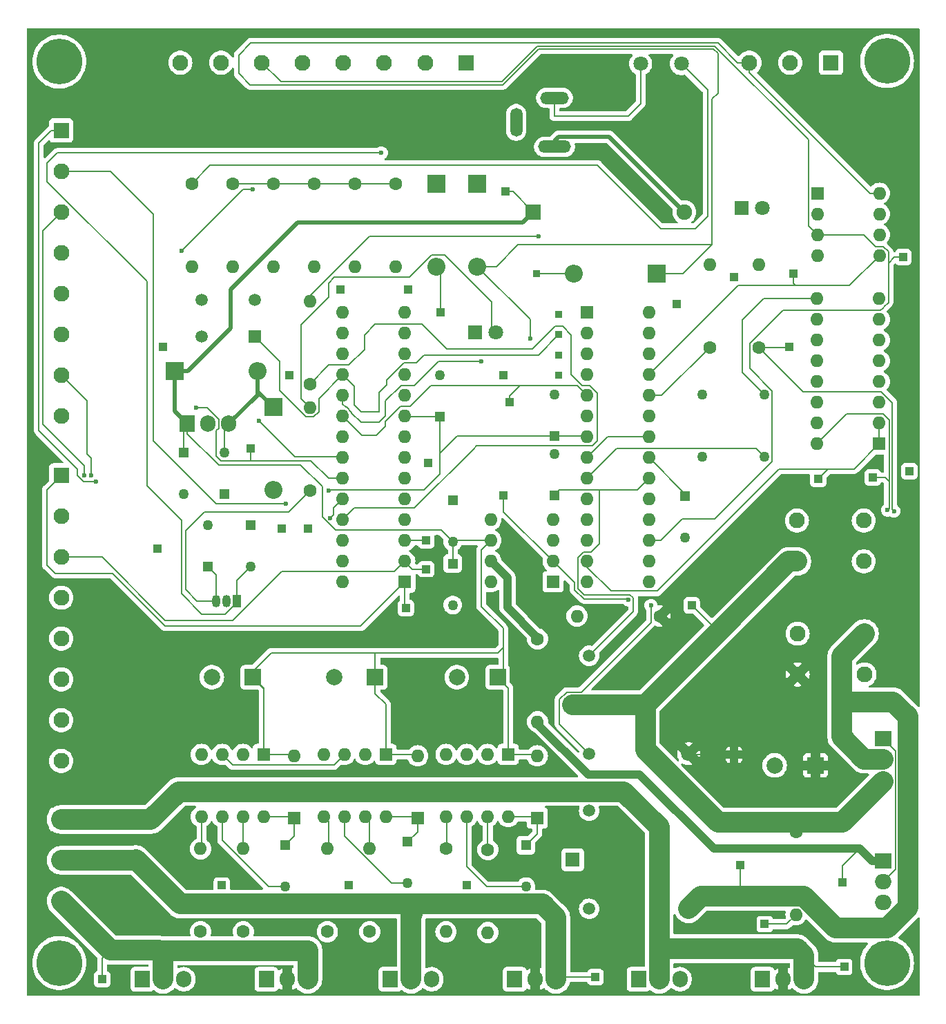
<source format=gbr>
%TF.GenerationSoftware,KiCad,Pcbnew,8.0.3*%
%TF.CreationDate,2024-11-28T01:10:20-08:00*%
%TF.ProjectId,SuperCapacitorBike,53757065-7243-4617-9061-6369746f7242,rev?*%
%TF.SameCoordinates,Original*%
%TF.FileFunction,Copper,L1,Top*%
%TF.FilePolarity,Positive*%
%FSLAX46Y46*%
G04 Gerber Fmt 4.6, Leading zero omitted, Abs format (unit mm)*
G04 Created by KiCad (PCBNEW 8.0.3) date 2024-11-28 01:10:20*
%MOMM*%
%LPD*%
G01*
G04 APERTURE LIST*
%TA.AperFunction,ComponentPad*%
%ADD10R,1.000000X1.000000*%
%TD*%
%TA.AperFunction,ComponentPad*%
%ADD11R,1.600000X1.600000*%
%TD*%
%TA.AperFunction,ComponentPad*%
%ADD12O,1.600000X1.600000*%
%TD*%
%TA.AperFunction,ComponentPad*%
%ADD13R,1.905000X2.000000*%
%TD*%
%TA.AperFunction,ComponentPad*%
%ADD14O,1.905000X2.000000*%
%TD*%
%TA.AperFunction,ComponentPad*%
%ADD15R,2.200000X2.200000*%
%TD*%
%TA.AperFunction,ComponentPad*%
%ADD16O,2.200000X2.200000*%
%TD*%
%TA.AperFunction,ComponentPad*%
%ADD17C,1.600000*%
%TD*%
%TA.AperFunction,ComponentPad*%
%ADD18R,2.000000X1.905000*%
%TD*%
%TA.AperFunction,ComponentPad*%
%ADD19O,2.000000X1.905000*%
%TD*%
%TA.AperFunction,ComponentPad*%
%ADD20R,0.850000X0.850000*%
%TD*%
%TA.AperFunction,ComponentPad*%
%ADD21R,1.950000X1.950000*%
%TD*%
%TA.AperFunction,ComponentPad*%
%ADD22C,1.950000*%
%TD*%
%TA.AperFunction,ComponentPad*%
%ADD23R,1.270000X1.270000*%
%TD*%
%TA.AperFunction,ComponentPad*%
%ADD24C,1.270000*%
%TD*%
%TA.AperFunction,ComponentPad*%
%ADD25R,1.800000X1.800000*%
%TD*%
%TA.AperFunction,ComponentPad*%
%ADD26C,1.800000*%
%TD*%
%TA.AperFunction,ComponentPad*%
%ADD27R,1.803400X1.803400*%
%TD*%
%TA.AperFunction,ComponentPad*%
%ADD28C,1.498600*%
%TD*%
%TA.AperFunction,ComponentPad*%
%ADD29C,1.803400*%
%TD*%
%TA.AperFunction,ComponentPad*%
%ADD30R,2.000000X2.000000*%
%TD*%
%TA.AperFunction,ComponentPad*%
%ADD31C,2.000000*%
%TD*%
%TA.AperFunction,ComponentPad*%
%ADD32R,1.905000X1.905000*%
%TD*%
%TA.AperFunction,ComponentPad*%
%ADD33C,1.905000*%
%TD*%
%TA.AperFunction,ComponentPad*%
%ADD34C,5.600000*%
%TD*%
%TA.AperFunction,ComponentPad*%
%ADD35R,1.050000X1.500000*%
%TD*%
%TA.AperFunction,ComponentPad*%
%ADD36O,1.050000X1.500000*%
%TD*%
%TA.AperFunction,ComponentPad*%
%ADD37R,1.508000X1.508000*%
%TD*%
%TA.AperFunction,ComponentPad*%
%ADD38C,1.508000*%
%TD*%
%TA.AperFunction,SMDPad,CuDef*%
%ADD39O,4.013200X1.498600*%
%TD*%
%TA.AperFunction,SMDPad,CuDef*%
%ADD40O,3.505200X1.498600*%
%TD*%
%TA.AperFunction,SMDPad,CuDef*%
%ADD41O,1.498600X3.505200*%
%TD*%
%TA.AperFunction,ViaPad*%
%ADD42C,0.600000*%
%TD*%
%TA.AperFunction,Conductor*%
%ADD43C,0.200000*%
%TD*%
%TA.AperFunction,Conductor*%
%ADD44C,0.500000*%
%TD*%
%TA.AperFunction,Conductor*%
%ADD45C,2.500000*%
%TD*%
%TA.AperFunction,Conductor*%
%ADD46C,1.000000*%
%TD*%
G04 APERTURE END LIST*
D10*
%TO.P,TP6,1,1*%
%TO.N,/Motor Controller/HALL_B*%
X57000000Y-90750000D03*
%TD*%
D11*
%TO.P,U3,1,VCC*%
%TO.N,+12V*%
X84800000Y-118450000D03*
D12*
%TO.P,U3,2,IN*%
%TO.N,IN_3*%
X82260000Y-118450000D03*
%TO.P,U3,3,~{SD}*%
%TO.N,SD*%
X79720000Y-118450000D03*
%TO.P,U3,4,COM*%
%TO.N,GND*%
X77180000Y-118450000D03*
%TO.P,U3,5,LO*%
%TO.N,Net-(U3-LO)*%
X77180000Y-126070000D03*
%TO.P,U3,6,VS*%
%TO.N,P3*%
X79720000Y-126070000D03*
%TO.P,U3,7,HO*%
%TO.N,Net-(U3-HO)*%
X82260000Y-126070000D03*
%TO.P,U3,8,VB*%
%TO.N,Net-(D3-K)*%
X84800000Y-126070000D03*
%TD*%
D10*
%TO.P,TP28,1,1*%
%TO.N,C1+*%
X119250000Y-68500000D03*
%TD*%
%TO.P,TP23,1,1*%
%TO.N,Net-(D3-K)*%
X79730000Y-134510000D03*
%TD*%
D13*
%TO.P,Q4,1,G*%
%TO.N,/Half bridge Circuit/LO_1*%
X70350000Y-146000000D03*
D14*
%TO.P,Q4,2,D*%
%TO.N,P1*%
X72890000Y-146000000D03*
%TO.P,Q4,3,S*%
%TO.N,GND*%
X75430000Y-146000000D03*
%TD*%
D10*
%TO.P,TP1,1,1*%
%TO.N,MOSI*%
X133250000Y-57500000D03*
%TD*%
D15*
%TO.P,D8,1,K*%
%TO.N,Net-(D8-K)*%
X81000000Y-48500000D03*
D16*
%TO.P,D8,2,A*%
%TO.N,+5V*%
X81000000Y-58660000D03*
%TD*%
D17*
%TO.P,R1,1*%
%TO.N,+5V*%
X60500000Y-86140000D03*
D12*
%TO.P,R1,2*%
%TO.N,Net-(D10-A)*%
X60500000Y-75980000D03*
%TD*%
D17*
%TO.P,R12,1*%
%TO.N,Net-(U3-LO)*%
X77175000Y-130020000D03*
D12*
%TO.P,R12,2*%
%TO.N,/Half bridge Circuit/LO_3*%
X77175000Y-140180000D03*
%TD*%
D18*
%TO.P,Q7,1,G*%
%TO.N,Net-(Q7-G)*%
X130750000Y-116500000D03*
D19*
%TO.P,Q7,2,D*%
%TO.N,C2-*%
X130750000Y-119040000D03*
%TO.P,Q7,3,S*%
%TO.N,C1+*%
X130750000Y-121580000D03*
%TD*%
D10*
%TO.P,TP15,1,1*%
%TO.N,Net-(Q8-G)*%
X125800000Y-134100000D03*
%TD*%
D20*
%TO.P,J4,1,Pin_1*%
%TO.N,/Motor Controller/TX*%
X91000000Y-72000000D03*
%TD*%
D17*
%TO.P,R22,1*%
%TO.N,/Motor Controller/LED_1*%
X46000000Y-48500000D03*
D12*
%TO.P,R22,2*%
%TO.N,Net-(U5-GPB6)*%
X46000000Y-58660000D03*
%TD*%
D17*
%TO.P,R6,1*%
%TO.N,+5V*%
X66000000Y-48500000D03*
D12*
%TO.P,R6,2*%
%TO.N,/Motor Controller/SCL*%
X66000000Y-58660000D03*
%TD*%
D21*
%TO.P,J10,1,1*%
%TO.N,/Motor Controller/HALL_A*%
X30000000Y-42000000D03*
D22*
%TO.P,J10,2,2*%
%TO.N,/Motor Controller/HALL_B*%
X30000000Y-47000000D03*
%TO.P,J10,3,3*%
%TO.N,/Motor Controller/HALL_C*%
X30000000Y-52000000D03*
%TO.P,J10,4,4*%
%TO.N,GND*%
X30000000Y-57000000D03*
%TO.P,J10,5,5*%
%TO.N,/Motor Controller/BRK1*%
X30000000Y-62000000D03*
%TO.P,J10,6,6*%
%TO.N,GND*%
X30000000Y-67000000D03*
%TO.P,J10,7,7*%
%TO.N,/Motor Controller/BRK2*%
X30000000Y-72000000D03*
%TO.P,J10,8,8*%
%TO.N,GND*%
X30000000Y-77000000D03*
%TD*%
D23*
%TO.P,C10,1*%
%TO.N,Net-(U6-AREF)*%
X106500000Y-86813250D03*
D24*
%TO.P,C10,2*%
%TO.N,GND*%
X106500000Y-91893250D03*
%TD*%
D10*
%TO.P,TP9,1,1*%
%TO.N,/Motor Controller/DC*%
X42500000Y-68500000D03*
%TD*%
D23*
%TO.P,C9,1*%
%TO.N,+5V*%
X90500000Y-86686750D03*
D24*
%TO.P,C9,2*%
%TO.N,GND*%
X90500000Y-81606750D03*
%TD*%
%TO.P,XTAL2,1,EOH*%
%TO.N,unconnected-(XTAL2-EOH-Pad1)*%
X108590000Y-74385999D03*
%TO.P,XTAL2,4,GND*%
%TO.N,GND*%
X108590000Y-82005999D03*
%TO.P,XTAL2,5,OUTPUT*%
%TO.N,/Motor Controller/XTAL1*%
X116210000Y-82005999D03*
%TO.P,XTAL2,8,VCC*%
%TO.N,+5V*%
X116210000Y-74385999D03*
%TD*%
D18*
%TO.P,Q8,1,G*%
%TO.N,Net-(Q8-G)*%
X130805000Y-131500000D03*
D19*
%TO.P,Q8,2,D*%
%TO.N,Net-(Q7-G)*%
X130805000Y-134040000D03*
%TO.P,Q8,3,S*%
%TO.N,GND*%
X130805000Y-136580000D03*
%TD*%
D10*
%TO.P,TP21,1,1*%
%TO.N,Net-(D1-K)*%
X65220000Y-134500000D03*
%TD*%
D25*
%TO.P,D7,1,K*%
%TO.N,GND*%
X113460000Y-51500000D03*
D26*
%TO.P,D7,2,A*%
%TO.N,Net-(D7-A)*%
X116000000Y-51500000D03*
%TD*%
D21*
%TO.P,J13,1,1*%
%TO.N,/Motor Controller/SW_1*%
X30000000Y-84250000D03*
D22*
%TO.P,J13,2,2*%
%TO.N,GND*%
X30000000Y-89250000D03*
%TO.P,J13,3,3*%
%TO.N,/Motor Controller/SW_2*%
X30000000Y-94250000D03*
%TO.P,J13,4,4*%
%TO.N,GND*%
X30000000Y-99250000D03*
%TO.P,J13,5,5*%
%TO.N,/Motor Controller/SW_3*%
X30000000Y-104250000D03*
%TO.P,J13,6,6*%
%TO.N,GND*%
X30000000Y-109250000D03*
%TO.P,J13,7,7*%
%TO.N,/Motor Controller/SW_4*%
X30000000Y-114250000D03*
%TO.P,J13,8,8*%
%TO.N,+5V*%
X30000000Y-119250000D03*
%TD*%
D10*
%TO.P,TP14,1,1*%
%TO.N,RELAYS*%
X122800000Y-84700000D03*
%TD*%
D27*
%TO.P,K2,1,1*%
%TO.N,GND*%
X92717950Y-131365000D03*
D28*
%TO.P,K2,2,2*%
%TO.N,RELAY_2*%
X94717951Y-137364999D03*
D29*
%TO.P,K2,3,3*%
%TO.N,C2-*%
X106917149Y-137364999D03*
D28*
%TO.P,K2,5,5*%
%TO.N,+5V*%
X94717951Y-125365001D03*
%TD*%
D10*
%TO.P,TP34,1,1*%
%TO.N,P1*%
X95500000Y-145750000D03*
%TD*%
D23*
%TO.P,C16,1*%
%TO.N,GND*%
X53200000Y-90363250D03*
D24*
%TO.P,C16,2*%
%TO.N,+3.3V*%
X53200000Y-95443250D03*
%TD*%
D30*
%TO.P,C3,1*%
%TO.N,+12V*%
X53467677Y-109000000D03*
D31*
%TO.P,C3,2*%
%TO.N,GND*%
X48467677Y-109000000D03*
%TD*%
D23*
%TO.P,C12,1*%
%TO.N,GND*%
X78000000Y-87313250D03*
D24*
%TO.P,C12,2*%
%TO.N,+12V*%
X78000000Y-92393250D03*
%TD*%
D15*
%TO.P,D5,1,K*%
%TO.N,+5V*%
X103000000Y-59500000D03*
D16*
%TO.P,D5,2,A*%
%TO.N,Net-(D5-A)*%
X92840000Y-59500000D03*
%TD*%
D23*
%TO.P,C4,1*%
%TO.N,Net-(D2-K)*%
X57467500Y-129573250D03*
D24*
%TO.P,C4,2*%
%TO.N,P2*%
X57467500Y-134653250D03*
%TD*%
D32*
%TO.P,F2,1*%
%TO.N,+12V*%
X87864000Y-52000000D03*
D33*
%TO.P,F2,2*%
X106406000Y-52000000D03*
%TD*%
D11*
%TO.P,U9,1,~{CS}*%
%TO.N,SS2*%
X122700000Y-49700000D03*
D12*
%TO.P,U9,2,SCK*%
%TO.N,SCK*%
X122700000Y-52240000D03*
%TO.P,U9,3,SDI/SDO*%
%TO.N,MOSI*%
X122700000Y-54780000D03*
%TO.P,U9,4,V_{SS}*%
%TO.N,GND*%
X122700000Y-57320000D03*
%TO.P,U9,5,P0A*%
%TO.N,ADC_C2V*%
X130320000Y-57320000D03*
%TO.P,U9,6,P0W*%
%TO.N,GND*%
X130320000Y-54780000D03*
%TO.P,U9,7,P0B*%
%TO.N,unconnected-(U9-P0B-Pad7)*%
X130320000Y-52240000D03*
%TO.P,U9,8,V_{DD}*%
%TO.N,+5V*%
X130320000Y-49700000D03*
%TD*%
D30*
%TO.P,C5,1*%
%TO.N,+12V*%
X83500000Y-109000000D03*
D31*
%TO.P,C5,2*%
%TO.N,GND*%
X78500000Y-109000000D03*
%TD*%
D10*
%TO.P,TP17,1,1*%
%TO.N,/Motor Controller/SCL*%
X72500000Y-61500000D03*
%TD*%
D17*
%TO.P,R5,1*%
%TO.N,+5V*%
X61000000Y-48500000D03*
D12*
%TO.P,R5,2*%
%TO.N,Net-(R5-Pad2)*%
X61000000Y-58660000D03*
%TD*%
D21*
%TO.P,J9,1,1*%
%TO.N,SCK*%
X79600000Y-33680000D03*
D22*
%TO.P,J9,2,2*%
%TO.N,Net-(D8-K)*%
X74600000Y-33680000D03*
%TO.P,J9,3,3*%
%TO.N,Net-(D9-K)*%
X69600000Y-33680000D03*
%TO.P,J9,4,4*%
%TO.N,/Motor Controller/RESET_DISPLAY*%
X64600000Y-33680000D03*
%TO.P,J9,5,5*%
%TO.N,/Motor Controller/DC*%
X59600000Y-33680000D03*
%TO.P,J9,6,6*%
%TO.N,MOSI*%
X54600000Y-33680000D03*
%TO.P,J9,7,7*%
%TO.N,SS1*%
X49600000Y-33680000D03*
%TO.P,J9,8,8*%
%TO.N,GND*%
X44600000Y-33680000D03*
%TD*%
D10*
%TO.P,TP13,1,1*%
%TO.N,/Motor Controller/INTA*%
X84250000Y-72000000D03*
%TD*%
%TO.P,TP4,1,1*%
%TO.N,/Motor Controller/SW_3*%
X74750000Y-92250000D03*
%TD*%
%TO.P,TP26,1,1*%
%TO.N,ADC_C2V*%
X119750000Y-59500000D03*
%TD*%
D13*
%TO.P,Q2,1,G*%
%TO.N,/Half bridge Circuit/HO_3*%
X115990000Y-146000000D03*
D14*
%TO.P,Q2,2,D*%
%TO.N,+VCC*%
X118530000Y-146000000D03*
%TO.P,Q2,3,S*%
%TO.N,P3*%
X121070000Y-146000000D03*
%TD*%
D10*
%TO.P,TP29,1,1*%
%TO.N,Net-(Q7-G)*%
X116250000Y-139250000D03*
%TD*%
D15*
%TO.P,D4,1,K*%
%TO.N,/Motor Controller/SW_4*%
X56000000Y-75920000D03*
D16*
%TO.P,D4,2,A*%
%TO.N,GND*%
X56000000Y-86080000D03*
%TD*%
D25*
%TO.P,D10,1,K*%
%TO.N,GND*%
X80750000Y-66750000D03*
D26*
%TO.P,D10,2,A*%
%TO.N,Net-(D10-A)*%
X83290000Y-66750000D03*
%TD*%
D10*
%TO.P,TP31,1,1*%
%TO.N,C1+*%
X107300000Y-100200000D03*
%TD*%
%TO.P,TP18,1,1*%
%TO.N,+12V*%
X84500000Y-49500000D03*
%TD*%
D13*
%TO.P,Q6,1,G*%
%TO.N,/Half bridge Circuit/LO_3*%
X100780000Y-146000000D03*
D14*
%TO.P,Q6,2,D*%
%TO.N,P3*%
X103320000Y-146000000D03*
%TO.P,Q6,3,S*%
%TO.N,GND*%
X105860000Y-146000000D03*
%TD*%
D10*
%TO.P,TP19,1,1*%
%TO.N,/Motor Controller/SW_4*%
X58000000Y-72000000D03*
%TD*%
D20*
%TO.P,J3,1,Pin_1*%
%TO.N,/Motor Controller/RX*%
X91000000Y-69500000D03*
%TD*%
D23*
%TO.P,C14,1*%
%TO.N,GND*%
X50000000Y-86580000D03*
D24*
%TO.P,C14,2*%
%TO.N,/Motor Controller/SW_4*%
X50000000Y-81500000D03*
%TD*%
D10*
%TO.P,TP12,1,1*%
%TO.N,/Motor Controller/INTB*%
X85000000Y-75250000D03*
%TD*%
D20*
%TO.P,J2,1,Pin_1*%
%TO.N,GND*%
X91000000Y-64500000D03*
%TD*%
D10*
%TO.P,TP35,1,1*%
%TO.N,P2*%
X35000000Y-146000000D03*
%TD*%
D17*
%TO.P,R18,1*%
%TO.N,ADC_C1V*%
X109500000Y-68580000D03*
D12*
%TO.P,R18,2*%
%TO.N,GND*%
X109500000Y-58420000D03*
%TD*%
D20*
%TO.P,J12,1,Pin_1*%
%TO.N,Net-(D5-A)*%
X88250000Y-59500000D03*
%TD*%
D17*
%TO.P,R10,1*%
%TO.N,/Half bridge Circuit/LO_1*%
X62625000Y-140175000D03*
D12*
%TO.P,R10,2*%
%TO.N,Net-(U1-LO)*%
X62625000Y-130015000D03*
%TD*%
D11*
%TO.P,U8,1,I1*%
%TO.N,RELAYS*%
X130300000Y-80400000D03*
D12*
%TO.P,U8,2,I2*%
X130300000Y-77860000D03*
%TO.P,U8,3,I3*%
%TO.N,unconnected-(U8-I3-Pad3)*%
X130300000Y-75320000D03*
%TO.P,U8,4,I4*%
%TO.N,unconnected-(U8-I4-Pad4)*%
X130300000Y-72780000D03*
%TO.P,U8,5,I5*%
%TO.N,unconnected-(U8-I5-Pad5)*%
X130300000Y-70240000D03*
%TO.P,U8,6,I6*%
%TO.N,unconnected-(U8-I6-Pad6)*%
X130300000Y-67700000D03*
%TO.P,U8,7,I7*%
%TO.N,unconnected-(U8-I7-Pad7)*%
X130300000Y-65160000D03*
%TO.P,U8,8,GND*%
%TO.N,GND*%
X130300000Y-62620000D03*
%TO.P,U8,9,COM*%
%TO.N,+5V*%
X122680000Y-62620000D03*
%TO.P,U8,10,O7*%
%TO.N,unconnected-(U8-O7-Pad10)*%
X122680000Y-65160000D03*
%TO.P,U8,11,O6*%
%TO.N,unconnected-(U8-O6-Pad11)*%
X122680000Y-67700000D03*
%TO.P,U8,12,O5*%
%TO.N,unconnected-(U8-O5-Pad12)*%
X122680000Y-70240000D03*
%TO.P,U8,13,O4*%
%TO.N,unconnected-(U8-O4-Pad13)*%
X122680000Y-72780000D03*
%TO.P,U8,14,O3*%
%TO.N,unconnected-(U8-O3-Pad14)*%
X122680000Y-75320000D03*
%TO.P,U8,15,O2*%
%TO.N,RELAY_2*%
X122680000Y-77860000D03*
%TO.P,U8,16,O1*%
%TO.N,RELAY_1*%
X122680000Y-80400000D03*
%TD*%
D22*
%TO.P,J7,1_1,1_1*%
%TO.N,C1+*%
X120200000Y-94800000D03*
%TO.P,J7,1_2,1_2*%
%TO.N,unconnected-(J7-Pad1_2)*%
X128400000Y-94800000D03*
%TO.P,J7,2_1,2_1*%
%TO.N,C1-*%
X120200000Y-89800000D03*
%TO.P,J7,2_2,2_2*%
%TO.N,GND*%
X128400000Y-89800000D03*
%TD*%
D34*
%TO.P,H3,1,1*%
%TO.N,GND*%
X29750000Y-144000000D03*
%TD*%
D11*
%TO.P,U5,1,GPB0*%
%TO.N,/Motor Controller/SW_1*%
X72120000Y-97340000D03*
D12*
%TO.P,U5,2,GPB1*%
%TO.N,/Motor Controller/SW_2*%
X72120000Y-94800000D03*
%TO.P,U5,3,GPB2*%
%TO.N,/Motor Controller/SW_3*%
X72120000Y-92260000D03*
%TO.P,U5,4,GPB3*%
%TO.N,/Motor Controller/HALL_A*%
X72120000Y-89720000D03*
%TO.P,U5,5,GPB4*%
%TO.N,/Motor Controller/HALL_B*%
X72120000Y-87180000D03*
%TO.P,U5,6,GPB5*%
%TO.N,/Motor Controller/HALL_C*%
X72120000Y-84640000D03*
%TO.P,U5,7,GPB6*%
%TO.N,Net-(U5-GPB6)*%
X72120000Y-82100000D03*
%TO.P,U5,8,GPB7*%
%TO.N,unconnected-(U5-GPB7-Pad8)*%
X72120000Y-79560000D03*
%TO.P,U5,9,VDD*%
%TO.N,+5V*%
X72120000Y-77020000D03*
%TO.P,U5,10,VSS*%
%TO.N,GND*%
X72120000Y-74480000D03*
%TO.P,U5,11,NC*%
%TO.N,unconnected-(U5-NC-Pad11)*%
X72120000Y-71940000D03*
%TO.P,U5,12,SCK*%
%TO.N,/Motor Controller/SCL*%
X72120000Y-69400000D03*
%TO.P,U5,13,SDA*%
%TO.N,/Motor Controller/SDA*%
X72120000Y-66860000D03*
%TO.P,U5,14,NC*%
%TO.N,unconnected-(U5-NC-Pad14)*%
X72120000Y-64320000D03*
%TO.P,U5,15,A0*%
%TO.N,GND*%
X64500000Y-64320000D03*
%TO.P,U5,16,A1*%
X64500000Y-66860000D03*
%TO.P,U5,17,A2*%
X64500000Y-69400000D03*
%TO.P,U5,18,~{RESET}*%
%TO.N,/Motor Controller/RESET*%
X64500000Y-71940000D03*
%TO.P,U5,19,INTB*%
%TO.N,/Motor Controller/INTA*%
X64500000Y-74480000D03*
%TO.P,U5,20,INTA*%
%TO.N,/Motor Controller/INTB*%
X64500000Y-77020000D03*
%TO.P,U5,21,GPA0*%
%TO.N,/Motor Controller/RESET_DISPLAY*%
X64500000Y-79560000D03*
%TO.P,U5,22,GPA1*%
%TO.N,/Motor Controller/DC*%
X64500000Y-82100000D03*
%TO.P,U5,23,GPA2*%
%TO.N,/Motor Controller/BRK1*%
X64500000Y-84640000D03*
%TO.P,U5,24,GPA3*%
%TO.N,/Motor Controller/BRK2*%
X64500000Y-87180000D03*
%TO.P,U5,25,GPA4*%
%TO.N,Net-(U5-GPA4)*%
X64500000Y-89720000D03*
%TO.P,U5,26,GPA5*%
%TO.N,unconnected-(U5-GPA5-Pad26)*%
X64500000Y-92260000D03*
%TO.P,U5,27,GPA6*%
%TO.N,unconnected-(U5-GPA6-Pad27)*%
X64500000Y-94800000D03*
%TO.P,U5,28,GPA7*%
%TO.N,unconnected-(U5-GPA7-Pad28)*%
X64500000Y-97340000D03*
%TD*%
D17*
%TO.P,R7,1*%
%TO.N,Net-(U3-HO)*%
X82300000Y-130120000D03*
D12*
%TO.P,R7,2*%
%TO.N,/Half bridge Circuit/HO_3*%
X82300000Y-140280000D03*
%TD*%
D11*
%TO.P,D2,1,K*%
%TO.N,Net-(D2-K)*%
X58567500Y-126250000D03*
D12*
%TO.P,D2,2,A*%
%TO.N,+12V*%
X58567500Y-118630000D03*
%TD*%
D10*
%TO.P,TP16,1,1*%
%TO.N,/Motor Controller/SDA*%
X105500000Y-63250000D03*
%TD*%
D35*
%TO.P,U10,1,VO*%
%TO.N,+3.3V*%
X51500000Y-99640000D03*
D36*
%TO.P,U10,2,GND*%
%TO.N,GND*%
X50230000Y-99640000D03*
%TO.P,U10,3,VI*%
%TO.N,+5V*%
X48960000Y-99640000D03*
%TD*%
D37*
%TO.P,S1,1*%
%TO.N,/Motor Controller/RESET*%
X53750000Y-67250000D03*
D38*
%TO.P,S1,2*%
%TO.N,Net-(R5-Pad2)*%
X47250000Y-67250000D03*
%TO.P,S1,3*%
%TO.N,GND*%
X53750000Y-62750000D03*
%TO.P,S1,4*%
X47250000Y-62750000D03*
%TD*%
D23*
%TO.P,C13,1*%
%TO.N,+5V*%
X76400000Y-77036750D03*
D24*
%TO.P,C13,2*%
%TO.N,GND*%
X76400000Y-71956750D03*
%TD*%
D30*
%TO.P,C2,1*%
%TO.N,+12V*%
X68500000Y-109000000D03*
D31*
%TO.P,C2,2*%
%TO.N,GND*%
X63500000Y-109000000D03*
%TD*%
D17*
%TO.P,R11,1*%
%TO.N,/Half bridge Circuit/LO_2*%
X47075000Y-140175000D03*
D12*
%TO.P,R11,2*%
%TO.N,Net-(U2-LO)*%
X47075000Y-130015000D03*
%TD*%
D21*
%TO.P,J14,1,1*%
%TO.N,GND*%
X124372500Y-33700000D03*
D22*
%TO.P,J14,2,2*%
%TO.N,/Motor Controller/TH_DATA*%
X119372500Y-33700000D03*
%TO.P,J14,3,3*%
%TO.N,+5V*%
X114372500Y-33700000D03*
%TD*%
D11*
%TO.P,U6,1,~{RESET}/PC6*%
%TO.N,/Motor Controller/RESET*%
X94467500Y-64320000D03*
D12*
%TO.P,U6,2,PD0*%
%TO.N,/Motor Controller/RX*%
X94467500Y-66860000D03*
%TO.P,U6,3,PD1*%
%TO.N,/Motor Controller/TX*%
X94467500Y-69400000D03*
%TO.P,U6,4,PD2*%
%TO.N,/Motor Controller/INTA*%
X94467500Y-71940000D03*
%TO.P,U6,5,PD3*%
%TO.N,/Motor Controller/INTB*%
X94467500Y-74480000D03*
%TO.P,U6,6,PD4*%
%TO.N,SD*%
X94467500Y-77020000D03*
%TO.P,U6,7,VCC*%
%TO.N,+5V*%
X94467500Y-79560000D03*
%TO.P,U6,8,GND*%
%TO.N,GND*%
X94467500Y-82100000D03*
%TO.P,U6,9,XTAL1/PB6*%
%TO.N,/Motor Controller/XTAL1*%
X94467500Y-84640000D03*
%TO.P,U6,10,XTAL2/PB7*%
%TO.N,unconnected-(U6-XTAL2{slash}PB7-Pad10)*%
X94467500Y-87180000D03*
%TO.P,U6,11,PD5*%
%TO.N,IN_2*%
X94467500Y-89720000D03*
%TO.P,U6,12,PD6*%
%TO.N,IN_1*%
X94467500Y-92260000D03*
%TO.P,U6,13,PD7*%
%TO.N,RELAYS*%
X94467500Y-94800000D03*
%TO.P,U6,14,PB0*%
%TO.N,SS2*%
X94467500Y-97340000D03*
%TO.P,U6,15,PB1*%
%TO.N,IN_3*%
X102087500Y-97340000D03*
%TO.P,U6,16,PB2*%
%TO.N,SS1*%
X102087500Y-94800000D03*
%TO.P,U6,17,PB3*%
%TO.N,MOSI*%
X102087500Y-92260000D03*
%TO.P,U6,18,PB4*%
%TO.N,MOS_DRIVER*%
X102087500Y-89720000D03*
%TO.P,U6,19,PB5*%
%TO.N,SCK*%
X102087500Y-87180000D03*
%TO.P,U6,20,AVCC*%
%TO.N,+5V*%
X102087500Y-84640000D03*
%TO.P,U6,21,AREF*%
%TO.N,Net-(U6-AREF)*%
X102087500Y-82100000D03*
%TO.P,U6,22,GND*%
%TO.N,GND*%
X102087500Y-79560000D03*
%TO.P,U6,23,PC0*%
%TO.N,/Motor Controller/TH_DATA*%
X102087500Y-77020000D03*
%TO.P,U6,24,PC1*%
%TO.N,ADC_C1V*%
X102087500Y-74480000D03*
%TO.P,U6,25,PC2*%
%TO.N,ADC_C2V*%
X102087500Y-71940000D03*
%TO.P,U6,26,PC3*%
%TO.N,unconnected-(U6-PC3-Pad26)*%
X102087500Y-69400000D03*
%TO.P,U6,27,PC4*%
%TO.N,/Motor Controller/SDA*%
X102087500Y-66860000D03*
%TO.P,U6,28,PC5*%
%TO.N,/Motor Controller/SCL*%
X102087500Y-64320000D03*
%TD*%
D10*
%TO.P,TP11,1,1*%
%TO.N,/Motor Controller/BRK2*%
X60250000Y-90750000D03*
%TD*%
D15*
%TO.P,D9,1,K*%
%TO.N,Net-(D9-K)*%
X76000000Y-48500000D03*
D16*
%TO.P,D9,2,A*%
%TO.N,+3.3V*%
X76000000Y-58660000D03*
%TD*%
D39*
%TO.P,J11,1*%
%TO.N,+12V*%
X90476250Y-44000000D03*
D40*
%TO.P,J11,2*%
%TO.N,GND*%
X90476250Y-38000520D03*
D41*
%TO.P,J11,3*%
%TO.N,unconnected-(J11-Pad3)*%
X85777250Y-41000260D03*
%TD*%
D10*
%TO.P,TP20,1,1*%
%TO.N,+3.3V*%
X76500000Y-64250000D03*
%TD*%
%TO.P,TP5,1,1*%
%TO.N,/Motor Controller/HALL_A*%
X75000000Y-82750000D03*
%TD*%
D11*
%TO.P,D1,1,K*%
%TO.N,Net-(D1-K)*%
X73700000Y-126250000D03*
D12*
%TO.P,D1,2,A*%
%TO.N,+12V*%
X73700000Y-118630000D03*
%TD*%
D11*
%TO.P,U2,1,VCC*%
%TO.N,+12V*%
X54800000Y-118450000D03*
D12*
%TO.P,U2,2,IN*%
%TO.N,IN_2*%
X52260000Y-118450000D03*
%TO.P,U2,3,~{SD}*%
%TO.N,SD*%
X49720000Y-118450000D03*
%TO.P,U2,4,COM*%
%TO.N,GND*%
X47180000Y-118450000D03*
%TO.P,U2,5,LO*%
%TO.N,Net-(U2-LO)*%
X47180000Y-126070000D03*
%TO.P,U2,6,VS*%
%TO.N,P2*%
X49720000Y-126070000D03*
%TO.P,U2,7,HO*%
%TO.N,Net-(U2-HO)*%
X52260000Y-126070000D03*
%TO.P,U2,8,VB*%
%TO.N,Net-(D2-K)*%
X54800000Y-126070000D03*
%TD*%
D13*
%TO.P,Q1,1,G*%
%TO.N,/Half bridge Circuit/HO_2*%
X55142000Y-146000000D03*
D14*
%TO.P,Q1,2,D*%
%TO.N,+VCC*%
X57682000Y-146000000D03*
%TO.P,Q1,3,S*%
%TO.N,P2*%
X60222000Y-146000000D03*
%TD*%
D23*
%TO.P,C15,1*%
%TO.N,+5V*%
X47960000Y-95436750D03*
D24*
%TO.P,C15,2*%
%TO.N,GND*%
X47960000Y-90356750D03*
%TD*%
D34*
%TO.P,H1,1,1*%
%TO.N,GND*%
X29750000Y-33550000D03*
%TD*%
D13*
%TO.P,Q3,1,G*%
%TO.N,/Half bridge Circuit/HO_1*%
X85570000Y-146000000D03*
D14*
%TO.P,Q3,2,D*%
%TO.N,+VCC*%
X88110000Y-146000000D03*
%TO.P,Q3,3,S*%
%TO.N,P1*%
X90650000Y-146000000D03*
%TD*%
D23*
%TO.P,C8,1*%
%TO.N,+12V*%
X45000000Y-81500000D03*
D24*
%TO.P,C8,2*%
%TO.N,GND*%
X45000000Y-86580000D03*
%TD*%
D17*
%TO.P,R8,1*%
%TO.N,/Half bridge Circuit/HO_2*%
X52317500Y-140180000D03*
D12*
%TO.P,R8,2*%
%TO.N,Net-(U2-HO)*%
X52317500Y-130020000D03*
%TD*%
D10*
%TO.P,TP25,1,1*%
%TO.N,RELAY_2*%
X134000000Y-83750000D03*
%TD*%
D17*
%TO.P,R3,1*%
%TO.N,+5V*%
X71000000Y-48500000D03*
D12*
%TO.P,R3,2*%
%TO.N,/Motor Controller/SDA*%
X71000000Y-58660000D03*
%TD*%
D20*
%TO.P,J5,1,Pin_1*%
%TO.N,/Motor Controller/RESET*%
X91000000Y-67000000D03*
%TD*%
D17*
%TO.P,R17,1*%
%TO.N,C1+*%
X115500000Y-68580000D03*
D12*
%TO.P,R17,2*%
%TO.N,ADC_C1V*%
X115500000Y-58420000D03*
%TD*%
D17*
%TO.P,R20,1*%
%TO.N,+5V*%
X56000000Y-48500000D03*
D12*
%TO.P,R20,2*%
%TO.N,/Motor Controller/INTA*%
X56000000Y-58660000D03*
%TD*%
D10*
%TO.P,TP8,1,1*%
%TO.N,/Motor Controller/RESET_DISPLAY*%
X64250000Y-61500000D03*
%TD*%
D23*
%TO.P,C11,1*%
%TO.N,+12V*%
X78000000Y-95063250D03*
D24*
%TO.P,C11,2*%
%TO.N,GND*%
X78000000Y-100143250D03*
%TD*%
D10*
%TO.P,TP10,1,1*%
%TO.N,/Motor Controller/BRK1*%
X53250000Y-81000000D03*
%TD*%
D27*
%TO.P,K1,1,1*%
%TO.N,C1+*%
X92717950Y-112365000D03*
D28*
%TO.P,K1,2,2*%
%TO.N,RELAY_1*%
X94717951Y-118364999D03*
D29*
%TO.P,K1,3,3*%
%TO.N,+VCC*%
X106917149Y-118364999D03*
D28*
%TO.P,K1,5,5*%
%TO.N,+5V*%
X94717951Y-106365001D03*
%TD*%
D11*
%TO.P,U4,1,N_C*%
%TO.N,unconnected-(U4-N_C-Pad1)*%
X90300000Y-97300000D03*
D12*
%TO.P,U4,2,INA*%
%TO.N,MOS_DRIVER*%
X90300000Y-94760000D03*
%TO.P,U4,3,GND*%
%TO.N,GND*%
X90300000Y-92220000D03*
%TO.P,U4,4,INB*%
X90300000Y-89680000D03*
%TO.P,U4,5,OUTB*%
%TO.N,unconnected-(U4-OUTB-Pad5)*%
X82680000Y-89680000D03*
%TO.P,U4,6,VDD*%
%TO.N,+12V*%
X82680000Y-92220000D03*
%TO.P,U4,7,OUTA*%
%TO.N,Net-(U4-OUTA)*%
X82680000Y-94760000D03*
%TO.P,U4,8,N_C*%
%TO.N,unconnected-(U4-N_C-Pad8)*%
X82680000Y-97300000D03*
%TD*%
D11*
%TO.P,D3,1,K*%
%TO.N,Net-(D3-K)*%
X88367500Y-126250000D03*
D12*
%TO.P,D3,2,A*%
%TO.N,+12V*%
X88367500Y-118630000D03*
%TD*%
D21*
%TO.P,J6,1,1*%
%TO.N,P3*%
X29990000Y-126427500D03*
D22*
%TO.P,J6,2,2*%
%TO.N,P1*%
X29990000Y-131427500D03*
%TO.P,J6,3,3*%
%TO.N,P2*%
X29990000Y-136427500D03*
%TD*%
D17*
%TO.P,R16,1*%
%TO.N,+VCC*%
X103400000Y-101500000D03*
D12*
%TO.P,R16,2*%
%TO.N,ADC_C2V*%
X93240000Y-101500000D03*
%TD*%
D10*
%TO.P,TP30,1,1*%
%TO.N,+VCC*%
X112500000Y-118500000D03*
%TD*%
D17*
%TO.P,R4,1*%
%TO.N,C1+*%
X120100000Y-127920000D03*
D12*
%TO.P,R4,2*%
%TO.N,Net-(Q7-G)*%
X120100000Y-138080000D03*
%TD*%
D10*
%TO.P,TP36,1,1*%
%TO.N,P3*%
X126000000Y-144500000D03*
%TD*%
D17*
%TO.P,R13,1*%
%TO.N,Net-(U5-GPA4)*%
X60500000Y-73080000D03*
D12*
%TO.P,R13,2*%
%TO.N,Net-(D7-A)*%
X60500000Y-62920000D03*
%TD*%
D10*
%TO.P,TP2,1,1*%
%TO.N,/Motor Controller/SW_1*%
X72250000Y-100500000D03*
%TD*%
D17*
%TO.P,R9,1*%
%TO.N,/Half bridge Circuit/HO_1*%
X67817500Y-140180000D03*
D12*
%TO.P,R9,2*%
%TO.N,Net-(U1-HO)*%
X67817500Y-130020000D03*
%TD*%
D13*
%TO.P,Q5,1,G*%
%TO.N,/Half bridge Circuit/LO_2*%
X39930000Y-146000000D03*
D14*
%TO.P,Q5,2,D*%
%TO.N,P2*%
X42470000Y-146000000D03*
%TO.P,Q5,3,S*%
%TO.N,GND*%
X45010000Y-146000000D03*
%TD*%
D11*
%TO.P,U1,1,VCC*%
%TO.N,+12V*%
X69800000Y-118450000D03*
D12*
%TO.P,U1,2,IN*%
%TO.N,IN_1*%
X67260000Y-118450000D03*
%TO.P,U1,3,~{SD}*%
%TO.N,SD*%
X64720000Y-118450000D03*
%TO.P,U1,4,COM*%
%TO.N,GND*%
X62180000Y-118450000D03*
%TO.P,U1,5,LO*%
%TO.N,Net-(U1-LO)*%
X62180000Y-126070000D03*
%TO.P,U1,6,VS*%
%TO.N,P1*%
X64720000Y-126070000D03*
%TO.P,U1,7,HO*%
%TO.N,Net-(U1-HO)*%
X67260000Y-126070000D03*
%TO.P,U1,8,VB*%
%TO.N,Net-(D1-K)*%
X69800000Y-126070000D03*
%TD*%
D34*
%TO.P,H4,1,1*%
%TO.N,GND*%
X131250000Y-144000000D03*
%TD*%
D10*
%TO.P,TP22,1,1*%
%TO.N,Net-(D2-K)*%
X49690000Y-134500000D03*
%TD*%
D29*
%TO.P,J1,1,1*%
%TO.N,/Motor Controller/LED_1*%
X106041784Y-33830000D03*
%TO.P,J1,2,2*%
%TO.N,GND*%
X101041784Y-33830000D03*
%TD*%
D34*
%TO.P,H2,1,1*%
%TO.N,GND*%
X131250000Y-33500000D03*
%TD*%
D10*
%TO.P,TP33,1,1*%
%TO.N,C2-*%
X113250000Y-132000000D03*
%TD*%
D23*
%TO.P,C6,1*%
%TO.N,Net-(D3-K)*%
X86967500Y-129573250D03*
D24*
%TO.P,C6,2*%
%TO.N,P3*%
X86967500Y-134653250D03*
%TD*%
D10*
%TO.P,TP24,1,1*%
%TO.N,RELAY_1*%
X129500000Y-84500000D03*
%TD*%
D23*
%TO.P,C17,1*%
%TO.N,+5V*%
X90500000Y-79436750D03*
D24*
%TO.P,C17,2*%
%TO.N,GND*%
X90500000Y-74356750D03*
%TD*%
D10*
%TO.P,TP27,1,1*%
%TO.N,ADC_C1V*%
X112500000Y-60000000D03*
%TD*%
D30*
%TO.P,C7,1*%
%TO.N,+VCC*%
X122467677Y-119800000D03*
D31*
%TO.P,C7,2*%
%TO.N,GND*%
X117467677Y-119800000D03*
%TD*%
D10*
%TO.P,TP7,1,1*%
%TO.N,/Motor Controller/HALL_C*%
X41750000Y-93250000D03*
%TD*%
%TO.P,TP32,1,1*%
%TO.N,MOS_DRIVER*%
X84250000Y-86750000D03*
%TD*%
D15*
%TO.P,D6,1,K*%
%TO.N,+12V*%
X43920000Y-71500000D03*
D16*
%TO.P,D6,2,A*%
%TO.N,/Motor Controller/SW_4*%
X54080000Y-71500000D03*
%TD*%
D17*
%TO.P,R21,1*%
%TO.N,+5V*%
X51000000Y-48500000D03*
D12*
%TO.P,R21,2*%
%TO.N,/Motor Controller/INTB*%
X51000000Y-58660000D03*
%TD*%
D23*
%TO.P,C1,1*%
%TO.N,Net-(D1-K)*%
X72467500Y-129173250D03*
D24*
%TO.P,C1,2*%
%TO.N,P1*%
X72467500Y-134253250D03*
%TD*%
D22*
%TO.P,J8,1_1,1_1*%
%TO.N,+VCC*%
X120287500Y-108655000D03*
%TO.P,J8,1_2,1_2*%
%TO.N,unconnected-(J8-Pad1_2)*%
X128487500Y-108655000D03*
%TO.P,J8,2_1,2_1*%
%TO.N,unconnected-(J8-Pad2_1)*%
X120287500Y-103655000D03*
%TO.P,J8,2_2,2_2*%
%TO.N,C2-*%
X128487500Y-103655000D03*
%TD*%
D10*
%TO.P,TP3,1,1*%
%TO.N,/Motor Controller/SW_2*%
X74750000Y-95750000D03*
%TD*%
D13*
%TO.P,U7,1,IN*%
%TO.N,+12V*%
X45460000Y-77945000D03*
D14*
%TO.P,U7,2,GND*%
%TO.N,GND*%
X48000000Y-77945000D03*
%TO.P,U7,3,OUT*%
%TO.N,/Motor Controller/SW_4*%
X50540000Y-77945000D03*
%TD*%
D17*
%TO.P,R2,1*%
%TO.N,Net-(U4-OUTA)*%
X88400000Y-104300000D03*
D12*
%TO.P,R2,2*%
%TO.N,Net-(Q8-G)*%
X88400000Y-114460000D03*
%TD*%
D42*
%TO.N,+5V*%
X87500000Y-67500000D03*
X62750000Y-86140000D03*
%TO.N,C1+*%
X132093730Y-88624404D03*
%TO.N,/Motor Controller/HALL_C*%
X32825031Y-84245425D03*
%TO.N,/Motor Controller/HALL_B*%
X57500000Y-87750000D03*
%TO.N,/Motor Controller/BRK2*%
X33623815Y-84289559D03*
X63000000Y-89500000D03*
%TO.N,/Motor Controller/BRK1*%
X46500000Y-76000000D03*
%TO.N,/Motor Controller/HALL_A*%
X34250000Y-85000000D03*
%TO.N,RELAY_1*%
X131300000Y-88524420D03*
X102300000Y-100200000D03*
%TO.N,/Motor Controller/INTA*%
X81500000Y-70250000D03*
%TO.N,MOS_DRIVER*%
X99500000Y-99500000D03*
%TO.N,+3.3V*%
X69250000Y-44750000D03*
%TO.N,Net-(D7-A)*%
X88500000Y-55000000D03*
%TO.N,/Motor Controller/DC*%
X53500000Y-49250000D03*
X54200000Y-77600000D03*
X44750000Y-56750000D03*
%TD*%
D43*
%TO.N,Net-(D1-K)*%
X73520000Y-126070000D02*
X73700000Y-126250000D01*
X73700000Y-126250000D02*
X73700000Y-127940750D01*
X73700000Y-127940750D02*
X72467500Y-129173250D01*
X69800000Y-126070000D02*
X73520000Y-126070000D01*
%TO.N,GND*%
X102087500Y-79560000D02*
X97007500Y-79560000D01*
X99500000Y-40250000D02*
X101041784Y-38708216D01*
X122500000Y-57905000D02*
X122960000Y-57445000D01*
X101041784Y-38708216D02*
X101041784Y-33830000D01*
X90476250Y-40250000D02*
X99500000Y-40250000D01*
X90476250Y-38600520D02*
X90476250Y-40250000D01*
X97007500Y-79560000D02*
X94467500Y-82100000D01*
%TO.N,+12V*%
X76586750Y-90980000D02*
X63631471Y-90980000D01*
X58387500Y-118450000D02*
X58567500Y-118630000D01*
X85364000Y-49500000D02*
X87864000Y-52000000D01*
X78000000Y-95063250D02*
X78000000Y-92393250D01*
D44*
X90971550Y-42754700D02*
X90476250Y-43250000D01*
D43*
X78173250Y-92220000D02*
X78000000Y-92393250D01*
X54767677Y-110300000D02*
X53467677Y-109000000D01*
D44*
X87864000Y-52000000D02*
X86614000Y-53250000D01*
D43*
X73520000Y-118450000D02*
X73700000Y-118630000D01*
X59350000Y-83000000D02*
X49315000Y-83000000D01*
X84800000Y-118450000D02*
X84800000Y-110300000D01*
X71000000Y-106000000D02*
X68500000Y-106000000D01*
X84180000Y-103000000D02*
X84180000Y-105320000D01*
D44*
X50750000Y-61450000D02*
X50750000Y-66270000D01*
X43920000Y-76405000D02*
X45460000Y-77945000D01*
X101078000Y-46672000D02*
X97160700Y-42754700D01*
D43*
X84800000Y-118450000D02*
X88187500Y-118450000D01*
X71000000Y-106000000D02*
X55750000Y-106000000D01*
X84500000Y-49500000D02*
X85364000Y-49500000D01*
X45000000Y-78405000D02*
X45460000Y-77945000D01*
X82506750Y-92393250D02*
X82680000Y-92220000D01*
X81500000Y-93400000D02*
X82680000Y-92220000D01*
X88187500Y-118450000D02*
X88367500Y-118630000D01*
X53467677Y-108282323D02*
X53467677Y-109000000D01*
X45000000Y-81500000D02*
X45000000Y-78405000D01*
X83500000Y-106000000D02*
X71000000Y-106000000D01*
D44*
X43920000Y-71500000D02*
X43920000Y-76405000D01*
D43*
X82680000Y-92220000D02*
X78173250Y-92220000D01*
X45460000Y-79145000D02*
X45460000Y-77945000D01*
X84180000Y-105320000D02*
X83500000Y-106000000D01*
X69800000Y-112300000D02*
X68500000Y-111000000D01*
X68500000Y-111000000D02*
X68500000Y-109000000D01*
X68500000Y-106000000D02*
X68500000Y-109000000D01*
X62000000Y-85650000D02*
X59350000Y-83000000D01*
D44*
X97160700Y-42754700D02*
X90971550Y-42754700D01*
D43*
X81500000Y-100320000D02*
X81500000Y-93400000D01*
X62000000Y-89348529D02*
X62000000Y-85650000D01*
X69800000Y-118450000D02*
X73520000Y-118450000D01*
X54800000Y-110332323D02*
X53467677Y-109000000D01*
X54800000Y-118450000D02*
X58387500Y-118450000D01*
X78000000Y-92393250D02*
X76586750Y-90980000D01*
X49315000Y-83000000D02*
X45460000Y-79145000D01*
X83500000Y-109000000D02*
X84180000Y-108320000D01*
X84180000Y-108320000D02*
X84180000Y-103000000D01*
X84800000Y-110300000D02*
X83500000Y-109000000D01*
D44*
X45520000Y-71500000D02*
X43920000Y-71500000D01*
D43*
X69800000Y-118450000D02*
X69800000Y-112300000D01*
X55750000Y-106000000D02*
X53467677Y-108282323D01*
X63631471Y-90980000D02*
X62000000Y-89348529D01*
X84180000Y-103000000D02*
X81500000Y-100320000D01*
D44*
X50750000Y-66270000D02*
X45520000Y-71500000D01*
X86614000Y-53250000D02*
X58950000Y-53250000D01*
X106406000Y-52000000D02*
X101078000Y-46672000D01*
X58950000Y-53250000D02*
X50750000Y-61450000D01*
D43*
X54800000Y-118450000D02*
X54800000Y-110332323D01*
%TO.N,Net-(D2-K)*%
X54800000Y-126070000D02*
X58387500Y-126070000D01*
X58387500Y-126070000D02*
X58567500Y-126250000D01*
X58567500Y-126250000D02*
X58567500Y-128473250D01*
X58567500Y-128473250D02*
X57467500Y-129573250D01*
%TO.N,Net-(D3-K)*%
X84800000Y-126070000D02*
X88187500Y-126070000D01*
X88367500Y-128173250D02*
X86967500Y-129573250D01*
X88367500Y-126250000D02*
X88367500Y-128173250D01*
X88187500Y-126070000D02*
X88367500Y-126250000D01*
%TO.N,+VCC*%
X112500000Y-118500000D02*
X107052150Y-118500000D01*
X107052150Y-118500000D02*
X106917149Y-118364999D01*
%TO.N,+5V*%
X96000000Y-86080000D02*
X96000000Y-92623135D01*
X100647500Y-86080000D02*
X102087500Y-84640000D01*
X88515686Y-32050000D02*
X84165686Y-36400000D01*
X51000000Y-48500000D02*
X56000000Y-48500000D01*
X48960000Y-99640000D02*
X48960000Y-96436750D01*
X66000000Y-48500000D02*
X71000000Y-48500000D01*
X94717951Y-106282049D02*
X94717951Y-106365001D01*
X72136750Y-77036750D02*
X72120000Y-77020000D01*
X76400000Y-77036750D02*
X76400000Y-81500000D01*
X116130000Y-62620000D02*
X122680000Y-62620000D01*
X46640000Y-99640000D02*
X45250000Y-98250000D01*
X53250000Y-31250000D02*
X110500000Y-31250000D01*
X56000000Y-48500000D02*
X61000000Y-48500000D01*
X91106750Y-86080000D02*
X96000000Y-86080000D01*
X53150000Y-36400000D02*
X51750000Y-35000000D01*
X100100000Y-99251471D02*
X99723529Y-98875000D01*
X110500000Y-31250000D02*
X112950000Y-33700000D01*
X112950000Y-33700000D02*
X114372500Y-33700000D01*
X96000000Y-86080000D02*
X100647500Y-86080000D01*
X94717951Y-106365001D02*
X100100000Y-100982952D01*
X110500000Y-37401471D02*
X110500000Y-32565685D01*
X74500000Y-86000000D02*
X62890000Y-86000000D01*
X94344250Y-79436750D02*
X94467500Y-79560000D01*
X76500000Y-81500000D02*
X78563250Y-79436750D01*
X100100000Y-100982952D02*
X100100000Y-99251471D01*
X129200000Y-49700000D02*
X114372500Y-34872500D01*
X61000000Y-48500000D02*
X66000000Y-48500000D01*
X109984315Y-32050000D02*
X88515686Y-32050000D01*
X87500000Y-67500000D02*
X87500000Y-65160000D01*
X109750000Y-38151471D02*
X110500000Y-37401471D01*
X93367500Y-94344365D02*
X93367500Y-98117500D01*
X48960000Y-99640000D02*
X46640000Y-99640000D01*
X45250000Y-91030330D02*
X47530330Y-88750000D01*
X78563250Y-79436750D02*
X90500000Y-79436750D01*
X83340000Y-58660000D02*
X81000000Y-58660000D01*
X113500000Y-71675999D02*
X113500000Y-65250000D01*
X51750000Y-32750000D02*
X53250000Y-31250000D01*
X109750000Y-56000000D02*
X109750000Y-38151471D01*
X94923135Y-93700000D02*
X94011865Y-93700000D01*
X86000000Y-56000000D02*
X83340000Y-58660000D01*
X47530330Y-88750000D02*
X57890000Y-88750000D01*
X76400000Y-84100000D02*
X74500000Y-86000000D01*
X114372500Y-34872500D02*
X114372500Y-33700000D01*
X45250000Y-98250000D02*
X45250000Y-91030330D01*
X116210000Y-74385999D02*
X113500000Y-71675999D01*
X113500000Y-65250000D02*
X116130000Y-62620000D01*
X76400000Y-81500000D02*
X76400000Y-84100000D01*
X90500000Y-86686750D02*
X91106750Y-86080000D01*
X51750000Y-35000000D02*
X51750000Y-32750000D01*
X99723529Y-98875000D02*
X94125000Y-98875000D01*
X110500000Y-32565685D02*
X109984315Y-32050000D01*
X93367500Y-98117500D02*
X94125000Y-98875000D01*
X76400000Y-81500000D02*
X76500000Y-81500000D01*
X87500000Y-65160000D02*
X81000000Y-58660000D01*
X106250000Y-59500000D02*
X109750000Y-56000000D01*
X130320000Y-49700000D02*
X129200000Y-49700000D01*
X109750000Y-56000000D02*
X86000000Y-56000000D01*
X62890000Y-86000000D02*
X62750000Y-86140000D01*
X93957500Y-80070000D02*
X94467500Y-79560000D01*
X84165686Y-36400000D02*
X53150000Y-36400000D01*
X90500000Y-79436750D02*
X94344250Y-79436750D01*
X57890000Y-88750000D02*
X60500000Y-86140000D01*
X96000000Y-92623135D02*
X94923135Y-93700000D01*
X48960000Y-96436750D02*
X47960000Y-95436750D01*
X103000000Y-59500000D02*
X106250000Y-59500000D01*
X76400000Y-77036750D02*
X72136750Y-77036750D01*
X94011865Y-93700000D02*
X93367500Y-94344365D01*
%TO.N,P1*%
X95500000Y-145750000D02*
X90900000Y-145750000D01*
X72467500Y-134253250D02*
X70495115Y-134253250D01*
D45*
X90650000Y-146000000D02*
X90650000Y-138434250D01*
X82339398Y-136784250D02*
X73000000Y-136784250D01*
X73000000Y-138000000D02*
X72890000Y-138110000D01*
X73000000Y-136784250D02*
X44584250Y-136784250D01*
X39027500Y-131427500D02*
X29990000Y-131427500D01*
X90650000Y-138434250D02*
X89000000Y-136784250D01*
X39127500Y-131327500D02*
X39027500Y-131427500D01*
X44584250Y-136784250D02*
X39127500Y-131327500D01*
D43*
X90900000Y-145750000D02*
X90650000Y-146000000D01*
D45*
X73000000Y-136784250D02*
X73000000Y-138000000D01*
D43*
X64720000Y-128478135D02*
X64720000Y-126070000D01*
X72890000Y-146000000D02*
X73003135Y-146000000D01*
D45*
X82339398Y-136784250D02*
X89000000Y-136784250D01*
D43*
X70495115Y-134253250D02*
X64720000Y-128478135D01*
D45*
X72890000Y-138110000D02*
X72890000Y-146000000D01*
%TO.N,P3*%
X121070000Y-143070000D02*
X121070000Y-146000000D01*
X120250000Y-142250000D02*
X103320000Y-142250000D01*
D43*
X126000000Y-144500000D02*
X122500000Y-144500000D01*
X79720000Y-132220000D02*
X79720000Y-126070000D01*
D45*
X98975148Y-123000000D02*
X44400000Y-123000000D01*
X103320000Y-127344852D02*
X98975148Y-123000000D01*
X120250000Y-142250000D02*
X121070000Y-143070000D01*
X44400000Y-123000000D02*
X40972500Y-126427500D01*
D43*
X122500000Y-144500000D02*
X121070000Y-143070000D01*
D45*
X103320000Y-142250000D02*
X103320000Y-127344852D01*
D43*
X86967500Y-134653250D02*
X82153250Y-134653250D01*
X82153250Y-134653250D02*
X79720000Y-132220000D01*
D45*
X103320000Y-146000000D02*
X103320000Y-142250000D01*
X40972500Y-126427500D02*
X29990000Y-126427500D01*
D43*
%TO.N,P2*%
X57467500Y-134653250D02*
X55395115Y-134653250D01*
X35000000Y-146000000D02*
X35000000Y-143422500D01*
D45*
X60250000Y-142500000D02*
X60250000Y-145972000D01*
X42070000Y-142500000D02*
X60250000Y-142500000D01*
X42470000Y-146000000D02*
X42470000Y-142900000D01*
X42470000Y-142900000D02*
X42000000Y-142430000D01*
D43*
X49720000Y-128978135D02*
X49720000Y-126070000D01*
D45*
X42000000Y-142430000D02*
X35992500Y-142430000D01*
X60222000Y-146000000D02*
X60222000Y-145094852D01*
X60250000Y-145972000D02*
X60222000Y-146000000D01*
X42000000Y-142430000D02*
X42070000Y-142500000D01*
X35992500Y-142430000D02*
X29990000Y-136427500D01*
D43*
X35000000Y-143422500D02*
X35992500Y-142430000D01*
X55395115Y-134653250D02*
X49720000Y-128978135D01*
%TO.N,/Motor Controller/RESET*%
X74500000Y-69500000D02*
X88500000Y-69500000D01*
X69000000Y-74125000D02*
X69925000Y-73200000D01*
X56750000Y-70250000D02*
X56750000Y-73867818D01*
X61600000Y-76435635D02*
X61600000Y-74840000D01*
X72000000Y-70500000D02*
X69925000Y-72575000D01*
X65900000Y-75600000D02*
X66790000Y-76490000D01*
X65900000Y-73340000D02*
X65900000Y-75600000D01*
X61600000Y-74840000D02*
X64500000Y-71940000D01*
X69000000Y-76490000D02*
X69000000Y-74125000D01*
X64500000Y-71940000D02*
X65900000Y-73340000D01*
X56750000Y-73867818D02*
X59962182Y-77080000D01*
X59962182Y-77080000D02*
X60955635Y-77080000D01*
X74500000Y-69500000D02*
X73500000Y-70500000D01*
X60955635Y-77080000D02*
X61600000Y-76435635D01*
X88500000Y-69500000D02*
X91000000Y-67000000D01*
X53500000Y-67500000D02*
X54250000Y-67500000D01*
X53750000Y-67250000D02*
X56750000Y-70250000D01*
X66790000Y-76490000D02*
X69000000Y-76490000D01*
X73500000Y-70500000D02*
X72000000Y-70500000D01*
X69925000Y-72575000D02*
X69925000Y-73200000D01*
D45*
%TO.N,C1+*%
X125740000Y-126750000D02*
X130750000Y-121740000D01*
X101635000Y-117835000D02*
X110550000Y-126750000D01*
D43*
X119000000Y-68500000D02*
X118920000Y-68580000D01*
X119250000Y-68500000D02*
X119000000Y-68500000D01*
D45*
X119200000Y-94800000D02*
X120200000Y-94800000D01*
X101635000Y-112365000D02*
X110600000Y-103400000D01*
X110600000Y-103400000D02*
X119200000Y-94800000D01*
D43*
X120250000Y-94850000D02*
X120200000Y-94800000D01*
D45*
X92717950Y-112365000D02*
X101635000Y-112365000D01*
D43*
X110500000Y-103400000D02*
X110600000Y-103400000D01*
X131900000Y-75364365D02*
X130535635Y-74000000D01*
X120920000Y-74000000D02*
X115500000Y-68580000D01*
X107300000Y-100200000D02*
X110500000Y-103400000D01*
X130535635Y-74000000D02*
X120920000Y-74000000D01*
X118920000Y-68580000D02*
X115500000Y-68580000D01*
D45*
X101635000Y-112365000D02*
X101635000Y-117835000D01*
D43*
X131900000Y-88430674D02*
X131900000Y-75364365D01*
X132093730Y-88624404D02*
X131900000Y-88430674D01*
D45*
X110550000Y-126750000D02*
X125740000Y-126750000D01*
%TO.N,C2-*%
X125700000Y-112000000D02*
X132000000Y-112000000D01*
X132000000Y-112000000D02*
X133850000Y-113850000D01*
X125700000Y-106442500D02*
X128487500Y-103655000D01*
X133850000Y-137150000D02*
X131250000Y-139750000D01*
D43*
X113250000Y-135330000D02*
X113750000Y-135830000D01*
D45*
X121031981Y-135830000D02*
X113750000Y-135830000D01*
X131250000Y-139750000D02*
X124951981Y-139750000D01*
X125700000Y-112000000D02*
X125700000Y-106442500D01*
X124951981Y-139750000D02*
X121031981Y-135830000D01*
X125700000Y-116302500D02*
X125700000Y-112000000D01*
D43*
X113250000Y-132000000D02*
X113250000Y-135330000D01*
D45*
X108452148Y-135830000D02*
X106917149Y-137364999D01*
X130750000Y-119040000D02*
X128437500Y-119040000D01*
X113750000Y-135830000D02*
X108452148Y-135830000D01*
X128437500Y-119040000D02*
X125700000Y-116302500D01*
X133850000Y-113850000D02*
X133850000Y-137150000D01*
D43*
%TO.N,/Motor Controller/SW_2*%
X73070000Y-95750000D02*
X72120000Y-94800000D01*
X35000000Y-94250000D02*
X30000000Y-94250000D01*
X57000000Y-96060000D02*
X70860000Y-96060000D01*
X42750000Y-102000000D02*
X35000000Y-94250000D01*
X70860000Y-96060000D02*
X72120000Y-94800000D01*
X51060000Y-102000000D02*
X42750000Y-102000000D01*
X57000000Y-96060000D02*
X51060000Y-102000000D01*
X74750000Y-95750000D02*
X73070000Y-95750000D01*
D44*
%TO.N,/Motor Controller/SW_4*%
X54080000Y-74000000D02*
X54080000Y-74405000D01*
X54080000Y-74000000D02*
X56000000Y-75920000D01*
X54080000Y-71500000D02*
X54080000Y-74000000D01*
D43*
X50000000Y-81500000D02*
X50000000Y-78485000D01*
D44*
X54080000Y-74405000D02*
X50540000Y-77945000D01*
D43*
X50000000Y-78485000D02*
X50540000Y-77945000D01*
%TO.N,/Motor Controller/SW_3*%
X74750000Y-92250000D02*
X72130000Y-92250000D01*
X72130000Y-92250000D02*
X72120000Y-92260000D01*
%TO.N,/Motor Controller/SW_1*%
X28250000Y-95250000D02*
X29250000Y-96250000D01*
X29250000Y-96250000D02*
X36250000Y-96250000D01*
X66710000Y-102750000D02*
X72120000Y-97340000D01*
X72120000Y-100370000D02*
X72250000Y-100500000D01*
X30000000Y-84250000D02*
X28250000Y-86000000D01*
X72120000Y-97340000D02*
X72120000Y-100370000D01*
X36250000Y-96250000D02*
X42750000Y-102750000D01*
X42750000Y-102750000D02*
X66710000Y-102750000D01*
X28250000Y-86000000D02*
X28250000Y-95250000D01*
%TO.N,/Motor Controller/HALL_C*%
X32825031Y-83075031D02*
X27750000Y-78000000D01*
X27750000Y-78000000D02*
X27750000Y-54250000D01*
X27750000Y-54250000D02*
X30000000Y-52000000D01*
X32825031Y-84245425D02*
X32825031Y-83075031D01*
%TO.N,/Motor Controller/HALL_B*%
X41250000Y-72250000D02*
X41250000Y-52250000D01*
X49000000Y-87750000D02*
X41250000Y-80000000D01*
X30000000Y-47000000D02*
X36000000Y-47000000D01*
X41250000Y-80000000D02*
X41250000Y-72250000D01*
X57500000Y-87750000D02*
X49000000Y-87750000D01*
X36000000Y-47000000D02*
X41250000Y-52250000D01*
%TO.N,/Motor Controller/BRK2*%
X63400000Y-88280000D02*
X64500000Y-87180000D01*
X33623815Y-84289559D02*
X33623815Y-82123815D01*
X33623815Y-82123815D02*
X33157843Y-81657843D01*
X33157843Y-75157843D02*
X30000000Y-72000000D01*
X63000000Y-89500000D02*
X63400000Y-89100000D01*
X63400000Y-89100000D02*
X63400000Y-88280000D01*
X33157843Y-81657843D02*
X33157843Y-75157843D01*
%TO.N,/Motor Controller/BRK1*%
X53250000Y-82481000D02*
X49593656Y-82481000D01*
X49593656Y-82481000D02*
X49019000Y-81906344D01*
X49287500Y-78511302D02*
X49287500Y-77413698D01*
X49019000Y-81906344D02*
X49019000Y-78779802D01*
X49287500Y-77413698D02*
X47873802Y-76000000D01*
X53250000Y-81000000D02*
X53250000Y-82481000D01*
X49019000Y-78779802D02*
X49287500Y-78511302D01*
X60611000Y-82481000D02*
X53250000Y-82481000D01*
X62770000Y-84640000D02*
X64500000Y-84640000D01*
X60611000Y-82481000D02*
X62770000Y-84640000D01*
X47873802Y-76000000D02*
X46500000Y-76000000D01*
%TO.N,/Motor Controller/HALL_A*%
X32000000Y-83500000D02*
X27250000Y-78750000D01*
X32000000Y-84268923D02*
X32000000Y-83500000D01*
X32731077Y-85000000D02*
X32000000Y-84268923D01*
X27250000Y-78750000D02*
X27250000Y-43500000D01*
X27250000Y-43500000D02*
X28750000Y-42000000D01*
X28750000Y-42000000D02*
X30000000Y-42000000D01*
X34250000Y-85000000D02*
X32731077Y-85000000D01*
%TO.N,RELAY_1*%
X91100000Y-111700000D02*
X91100000Y-114747048D01*
X129500000Y-84500000D02*
X131000000Y-84500000D01*
X91985000Y-110815000D02*
X91100000Y-111700000D01*
X131000000Y-84500000D02*
X131500000Y-85000000D01*
X130755635Y-76760000D02*
X126320000Y-76760000D01*
X102300000Y-102265685D02*
X93750685Y-110815000D01*
X131500000Y-85000000D02*
X131500000Y-77504365D01*
X102300000Y-100200000D02*
X102300000Y-102265685D01*
X131500000Y-77504365D02*
X130755635Y-76760000D01*
X126320000Y-76760000D02*
X122680000Y-80400000D01*
X93750685Y-110815000D02*
X91985000Y-110815000D01*
X102300000Y-100200000D02*
X102250000Y-100250000D01*
X131500000Y-88324420D02*
X131500000Y-85000000D01*
X131300000Y-88524420D02*
X131500000Y-88324420D01*
X91100000Y-114747048D02*
X94717951Y-118364999D01*
%TO.N,Net-(Q7-G)*%
X118930000Y-139250000D02*
X120100000Y-138080000D01*
X130750000Y-116500000D02*
X132300000Y-118050000D01*
X132300000Y-118050000D02*
X132300000Y-132545000D01*
X116250000Y-139250000D02*
X118930000Y-139250000D01*
X132300000Y-132545000D02*
X130805000Y-134040000D01*
D46*
%TO.N,Net-(Q8-G)*%
X130805000Y-131500000D02*
X129400000Y-131500000D01*
X94600000Y-120900000D02*
X88400000Y-114700000D01*
D43*
X125800000Y-132100000D02*
X127900000Y-130000000D01*
D46*
X127900000Y-130000000D02*
X110000000Y-130000000D01*
D43*
X125800000Y-134100000D02*
X125800000Y-132100000D01*
D46*
X100900000Y-120900000D02*
X94600000Y-120900000D01*
X129400000Y-131500000D02*
X127900000Y-130000000D01*
X88400000Y-114700000D02*
X88400000Y-114460000D01*
X110000000Y-130000000D02*
X100900000Y-120900000D01*
D43*
%TO.N,Net-(U3-HO)*%
X82300000Y-130120000D02*
X82300000Y-126110000D01*
X82317500Y-126127500D02*
X82260000Y-126070000D01*
X82300000Y-126110000D02*
X82260000Y-126070000D01*
%TO.N,Net-(U2-HO)*%
X52317500Y-130020000D02*
X52317500Y-126127500D01*
X52317500Y-126127500D02*
X52260000Y-126070000D01*
%TO.N,Net-(U1-HO)*%
X67817500Y-126627500D02*
X67260000Y-126070000D01*
X67817500Y-130020000D02*
X67817500Y-126627500D01*
%TO.N,Net-(U1-LO)*%
X62767500Y-126657500D02*
X62180000Y-126070000D01*
X62625000Y-130015000D02*
X62767500Y-129872500D01*
X62767500Y-129872500D02*
X62767500Y-126657500D01*
%TO.N,Net-(U2-LO)*%
X47075000Y-130015000D02*
X47180000Y-129910000D01*
X47180000Y-129910000D02*
X47180000Y-126070000D01*
%TO.N,Net-(U3-LO)*%
X77300000Y-129895000D02*
X77300000Y-126190000D01*
X77175000Y-130020000D02*
X77300000Y-129895000D01*
X77300000Y-126190000D02*
X77180000Y-126070000D01*
%TO.N,ADC_C2V*%
X102087500Y-71940000D02*
X102087500Y-71240000D01*
X119750000Y-60750000D02*
X120000000Y-61000000D01*
X126640000Y-61000000D02*
X130320000Y-57320000D01*
X120000000Y-61000000D02*
X126640000Y-61000000D01*
X113027500Y-61000000D02*
X120000000Y-61000000D01*
X102087500Y-71940000D02*
X113027500Y-61000000D01*
X119750000Y-59500000D02*
X119750000Y-60750000D01*
%TO.N,ADC_C1V*%
X103600000Y-74480000D02*
X109500000Y-68580000D01*
X102087500Y-74480000D02*
X103600000Y-74480000D01*
%TO.N,SD*%
X51000000Y-119730000D02*
X63440000Y-119730000D01*
X49720000Y-118450000D02*
X51000000Y-119730000D01*
X63440000Y-119730000D02*
X64720000Y-118450000D01*
%TO.N,/Motor Controller/INTA*%
X73250000Y-73250000D02*
X71650000Y-73250000D01*
X69750000Y-75150000D02*
X69750000Y-77000000D01*
X64500000Y-75500000D02*
X64500000Y-74480000D01*
X64920000Y-75920000D02*
X64500000Y-75500000D01*
X66750000Y-77750000D02*
X65600000Y-76600000D01*
X76250000Y-70250000D02*
X73250000Y-73250000D01*
X65600000Y-76564365D02*
X64955635Y-75920000D01*
X65600000Y-76600000D02*
X65600000Y-76564365D01*
X69000000Y-77750000D02*
X66750000Y-77750000D01*
X69750000Y-77000000D02*
X69000000Y-77750000D01*
X64955635Y-75920000D02*
X64920000Y-75920000D01*
X71650000Y-73250000D02*
X69750000Y-75150000D01*
X81500000Y-70250000D02*
X76250000Y-70250000D01*
%TO.N,MOS_DRIVER*%
X94084314Y-99400000D02*
X92967500Y-98283186D01*
X92967500Y-97427500D02*
X90300000Y-94760000D01*
X84250000Y-88710000D02*
X84250000Y-86750000D01*
X99500000Y-99500000D02*
X99400000Y-99400000D01*
X90300000Y-94760000D02*
X84250000Y-88710000D01*
X99400000Y-99400000D02*
X94084314Y-99400000D01*
X92967500Y-98283186D02*
X92967500Y-97427500D01*
%TO.N,+3.3V*%
X47250000Y-101250000D02*
X44750000Y-98750000D01*
X28250000Y-46000000D02*
X29500000Y-44750000D01*
X51500000Y-99865000D02*
X50115000Y-101250000D01*
X40500000Y-60500000D02*
X28250000Y-48250000D01*
X44750000Y-98750000D02*
X44750000Y-89750000D01*
X76500000Y-64250000D02*
X76500000Y-59160000D01*
X28250000Y-48250000D02*
X28250000Y-46000000D01*
X51500000Y-99640000D02*
X51500000Y-97143250D01*
X50115000Y-101250000D02*
X47250000Y-101250000D01*
X44750000Y-89750000D02*
X40500000Y-85500000D01*
X29500000Y-44750000D02*
X69250000Y-44750000D01*
X51500000Y-99640000D02*
X51500000Y-99865000D01*
X76500000Y-59160000D02*
X76000000Y-58660000D01*
X51500000Y-97143250D02*
X53200000Y-95443250D01*
X40500000Y-85500000D02*
X40500000Y-60500000D01*
%TO.N,Net-(D7-A)*%
X60500000Y-62250000D02*
X67750000Y-55000000D01*
X60500000Y-62920000D02*
X60500000Y-62250000D01*
X67750000Y-55000000D02*
X88500000Y-55000000D01*
%TO.N,Net-(D10-A)*%
X72680101Y-60000000D02*
X63500000Y-60000000D01*
X82765000Y-63000000D02*
X77025000Y-57260000D01*
X75420101Y-57260000D02*
X72680101Y-60000000D01*
X62750000Y-60750000D02*
X62750000Y-62434314D01*
X82765000Y-66225000D02*
X82765000Y-63000000D01*
X59400000Y-65784314D02*
X59400000Y-74880000D01*
X63500000Y-60000000D02*
X62750000Y-60750000D01*
X77025000Y-57260000D02*
X75420101Y-57260000D01*
X62750000Y-62434314D02*
X59400000Y-65784314D01*
X59400000Y-74880000D02*
X60500000Y-75980000D01*
X83290000Y-66750000D02*
X82765000Y-66225000D01*
%TO.N,/Motor Controller/LED_1*%
X48250000Y-46250000D02*
X95750000Y-46250000D01*
X109250000Y-37038216D02*
X106041784Y-33830000D01*
X46000000Y-48500000D02*
X48250000Y-46250000D01*
X95750000Y-46250000D02*
X103500000Y-54000000D01*
X103500000Y-54000000D02*
X107750000Y-54000000D01*
X107750000Y-54000000D02*
X109250000Y-52500000D01*
X109250000Y-52500000D02*
X109250000Y-37038216D01*
%TO.N,MOSI*%
X102087500Y-92260000D02*
X103490000Y-92260000D01*
X114400000Y-71150000D02*
X114400000Y-68124365D01*
X56920000Y-36000000D02*
X54600000Y-33680000D01*
X110150000Y-31650000D02*
X88350000Y-31650000D01*
X121600000Y-52695635D02*
X121600000Y-53680000D01*
X121600000Y-52695635D02*
X121600000Y-43100000D01*
X130862817Y-63612817D02*
X130737817Y-63737817D01*
X121600000Y-43100000D02*
X110150000Y-31650000D01*
X121600000Y-53680000D02*
X122700000Y-54780000D01*
X130862817Y-63612817D02*
X131420000Y-63055635D01*
X131420000Y-58250000D02*
X131420000Y-56864365D01*
X114400000Y-68124365D02*
X118464365Y-64060000D01*
X110125000Y-89625000D02*
X117145000Y-82605000D01*
X117145000Y-82605000D02*
X117145000Y-73895000D01*
X84000000Y-36000000D02*
X56920000Y-36000000D01*
X128424365Y-54780000D02*
X122700000Y-54780000D01*
X129864365Y-56220000D02*
X128424365Y-54780000D01*
X117145000Y-73895000D02*
X114400000Y-71150000D01*
X106125000Y-89625000D02*
X110125000Y-89625000D01*
X118464365Y-64060000D02*
X130415635Y-64060000D01*
X103490000Y-92260000D02*
X106125000Y-89625000D01*
X133250000Y-57500000D02*
X132170000Y-57500000D01*
X131420000Y-56864365D02*
X130775635Y-56220000D01*
X88350000Y-31650000D02*
X84000000Y-36000000D01*
X131420000Y-63055635D02*
X131420000Y-58250000D01*
X130775635Y-56220000D02*
X129864365Y-56220000D01*
X132170000Y-57500000D02*
X131420000Y-58250000D01*
X130415635Y-64060000D02*
X130737817Y-63737817D01*
%TO.N,/Motor Controller/XTAL1*%
X116210000Y-82005999D02*
X115204001Y-81000000D01*
X98107500Y-81000000D02*
X94467500Y-84640000D01*
X115204001Y-81000000D02*
X98107500Y-81000000D01*
%TO.N,/Motor Controller/INTB*%
X64500000Y-77020000D02*
X66860000Y-79380000D01*
X85000000Y-74500000D02*
X86250000Y-73250000D01*
X93237500Y-73250000D02*
X94467500Y-74480000D01*
X66860000Y-79380000D02*
X68654365Y-79380000D01*
X72805635Y-75800000D02*
X75355635Y-73250000D01*
X86250000Y-73250000D02*
X90250000Y-73250000D01*
X71600000Y-75800000D02*
X72805635Y-75800000D01*
X69750000Y-77650000D02*
X71600000Y-75800000D01*
X75355635Y-73250000D02*
X86250000Y-73250000D01*
X85000000Y-75250000D02*
X85000000Y-74500000D01*
X90250000Y-73250000D02*
X93237500Y-73250000D01*
X68654365Y-79380000D02*
X69750000Y-78284365D01*
X69750000Y-78284365D02*
X69750000Y-77650000D01*
%TO.N,/Motor Controller/DC*%
X44750000Y-56750000D02*
X52250000Y-49250000D01*
X58600000Y-82000000D02*
X60750000Y-82000000D01*
X52250000Y-49250000D02*
X53500000Y-49250000D01*
X54200000Y-77600000D02*
X58600000Y-82000000D01*
X60750000Y-82000000D02*
X64400000Y-82000000D01*
X64400000Y-82000000D02*
X64500000Y-82100000D01*
%TO.N,Net-(U6-AREF)*%
X106500000Y-86512500D02*
X102087500Y-82100000D01*
X106500000Y-86813250D02*
X106500000Y-86512500D01*
%TO.N,Net-(D5-A)*%
X88250000Y-59500000D02*
X92840000Y-59500000D01*
%TO.N,Net-(U5-GPA4)*%
X65940000Y-88280000D02*
X64500000Y-89720000D01*
X91450000Y-66000000D02*
X92500000Y-67050000D01*
X80530331Y-81030331D02*
X73280661Y-88280000D01*
X62830000Y-70750000D02*
X65250000Y-70750000D01*
X87800000Y-68750000D02*
X90550000Y-66000000D01*
X77250000Y-68750000D02*
X87800000Y-68750000D01*
X60500000Y-73080000D02*
X62830000Y-70750000D01*
X95750000Y-80000000D02*
X95090000Y-80660000D01*
X74260000Y-65760000D02*
X77250000Y-68750000D01*
X93881865Y-73250000D02*
X94793135Y-73250000D01*
X90550000Y-66000000D02*
X91450000Y-66000000D01*
X95750000Y-74206865D02*
X95750000Y-80000000D01*
X94793135Y-73250000D02*
X95750000Y-74206865D01*
X67150000Y-67100000D02*
X68490000Y-65760000D01*
X68490000Y-65760000D02*
X74260000Y-65760000D01*
X92500000Y-67050000D02*
X92500000Y-71868135D01*
X95090000Y-80660000D02*
X80900662Y-80660000D01*
X65250000Y-70750000D02*
X67150000Y-68850000D01*
X92500000Y-71868135D02*
X93881865Y-73250000D01*
X73280661Y-88280000D02*
X65940000Y-88280000D01*
X67150000Y-68850000D02*
X67150000Y-67100000D01*
X80900662Y-80660000D02*
X80530331Y-81030331D01*
%TO.N,RELAYS*%
X122800000Y-84700000D02*
X124000000Y-83500000D01*
X130300000Y-77860000D02*
X130300000Y-80400000D01*
X124000000Y-83500000D02*
X124000000Y-83475000D01*
X125425000Y-83475000D02*
X127225000Y-83475000D01*
X94467500Y-95528161D02*
X94467500Y-94800000D01*
X127225000Y-83475000D02*
X130300000Y-80400000D01*
X125425000Y-83475000D02*
X124000000Y-83475000D01*
X103060000Y-98440000D02*
X97379339Y-98440000D01*
X124000000Y-83475000D02*
X118025000Y-83475000D01*
X97379339Y-98440000D02*
X94467500Y-95528161D01*
X118025000Y-83475000D02*
X103060000Y-98440000D01*
D46*
%TO.N,Net-(U4-OUTA)*%
X82680000Y-94760000D02*
X84700000Y-96780000D01*
X84700000Y-96780000D02*
X84700000Y-100420000D01*
X84700000Y-100420000D02*
X88400000Y-104120000D01*
X88400000Y-104120000D02*
X88400000Y-104300000D01*
%TD*%
%TA.AperFunction,Conductor*%
%TO.N,+VCC*%
G36*
X135192539Y-29520185D02*
G01*
X135238294Y-29572989D01*
X135249500Y-29624500D01*
X135249500Y-112474556D01*
X135229815Y-112541595D01*
X135177011Y-112587350D01*
X135107853Y-112597294D01*
X135044297Y-112568269D01*
X135037819Y-112562237D01*
X133156666Y-110681084D01*
X133156659Y-110681078D01*
X133058625Y-110605855D01*
X133058624Y-110605854D01*
X132974617Y-110541392D01*
X132775890Y-110426657D01*
X132775876Y-110426650D01*
X132564959Y-110339286D01*
X132563887Y-110338842D01*
X132479426Y-110316211D01*
X132479425Y-110316210D01*
X132371232Y-110287220D01*
X132342239Y-110279452D01*
X132342233Y-110279451D01*
X132342232Y-110279451D01*
X132332362Y-110278151D01*
X132315771Y-110275967D01*
X132315770Y-110275966D01*
X132114744Y-110249501D01*
X132114739Y-110249500D01*
X132114734Y-110249500D01*
X132114727Y-110249500D01*
X129129560Y-110249500D01*
X129062521Y-110229815D01*
X129016766Y-110177011D01*
X129006822Y-110107853D01*
X129035847Y-110044297D01*
X129077778Y-110013399D01*
X129077722Y-110013296D01*
X129078461Y-110012895D01*
X129079756Y-110011942D01*
X129082224Y-110010859D01*
X129082228Y-110010856D01*
X129082233Y-110010855D01*
X129297288Y-109894473D01*
X129490254Y-109744281D01*
X129655868Y-109564377D01*
X129789611Y-109359667D01*
X129887836Y-109135736D01*
X129947864Y-108898692D01*
X129947871Y-108898605D01*
X129968057Y-108655005D01*
X129968057Y-108654994D01*
X129947865Y-108411316D01*
X129947863Y-108411304D01*
X129929964Y-108340623D01*
X129887836Y-108174264D01*
X129789611Y-107950333D01*
X129752902Y-107894145D01*
X129655867Y-107745621D01*
X129490257Y-107565722D01*
X129490247Y-107565713D01*
X129297291Y-107415529D01*
X129297287Y-107415526D01*
X129082234Y-107299145D01*
X129082229Y-107299143D01*
X128850958Y-107219748D01*
X128670061Y-107189562D01*
X128609763Y-107179500D01*
X128365237Y-107179500D01*
X128316998Y-107187549D01*
X128124041Y-107219748D01*
X127892770Y-107299143D01*
X127892765Y-107299145D01*
X127677715Y-107415525D01*
X127677713Y-107415526D01*
X127677712Y-107415527D01*
X127650661Y-107436582D01*
X127585666Y-107462223D01*
X127517127Y-107448656D01*
X127466803Y-107400187D01*
X127450500Y-107338727D01*
X127450500Y-107218942D01*
X127470185Y-107151903D01*
X127486819Y-107131261D01*
X129806414Y-104811666D01*
X129806419Y-104811661D01*
X129946110Y-104629613D01*
X130060844Y-104430888D01*
X130148658Y-104218887D01*
X130208048Y-103997239D01*
X130237999Y-103769734D01*
X130237999Y-103540266D01*
X130208048Y-103312761D01*
X130148658Y-103091114D01*
X130060844Y-102879112D01*
X129946110Y-102680388D01*
X129858124Y-102565722D01*
X129806420Y-102498340D01*
X129806414Y-102498333D01*
X129644166Y-102336085D01*
X129644159Y-102336079D01*
X129462120Y-102196396D01*
X129462118Y-102196395D01*
X129462112Y-102196390D01*
X129263388Y-102081656D01*
X129263384Y-102081654D01*
X129051388Y-101993842D01*
X128932608Y-101962015D01*
X128829739Y-101934452D01*
X128829733Y-101934451D01*
X128829728Y-101934450D01*
X128602235Y-101904501D01*
X128602234Y-101904501D01*
X128372766Y-101904501D01*
X128372765Y-101904501D01*
X128145271Y-101934450D01*
X128145264Y-101934451D01*
X128145261Y-101934452D01*
X128051577Y-101959554D01*
X127923612Y-101993842D01*
X127711620Y-102081651D01*
X127711604Y-102081659D01*
X127512894Y-102196385D01*
X127512888Y-102196389D01*
X127512887Y-102196390D01*
X127462257Y-102235239D01*
X127330833Y-102336085D01*
X124381084Y-105285833D01*
X124381078Y-105285840D01*
X124340073Y-105339280D01*
X124241388Y-105467888D01*
X124161734Y-105605855D01*
X124126657Y-105666609D01*
X124126652Y-105666618D01*
X124038845Y-105878603D01*
X124038842Y-105878613D01*
X123992849Y-106050264D01*
X123979452Y-106100262D01*
X123949500Y-106327758D01*
X123949500Y-116417241D01*
X123974446Y-116606715D01*
X123979452Y-116644738D01*
X123979453Y-116644740D01*
X124038842Y-116866387D01*
X124126650Y-117078376D01*
X124126657Y-117078391D01*
X124210296Y-117223258D01*
X124241389Y-117277112D01*
X124311235Y-117368136D01*
X124374015Y-117449954D01*
X124381082Y-117459163D01*
X124381086Y-117459168D01*
X127280831Y-120358913D01*
X127280836Y-120358917D01*
X127280839Y-120358920D01*
X127335027Y-120400499D01*
X127335028Y-120400501D01*
X127462886Y-120498610D01*
X127462888Y-120498611D01*
X127562250Y-120555977D01*
X127562251Y-120555978D01*
X127611931Y-120584661D01*
X127661612Y-120613345D01*
X127811519Y-120675438D01*
X127873613Y-120701158D01*
X127912281Y-120711519D01*
X128095261Y-120760549D01*
X128299053Y-120787377D01*
X128299055Y-120787378D01*
X128299056Y-120787378D01*
X128305651Y-120788246D01*
X128322766Y-120790500D01*
X128322767Y-120790500D01*
X128552234Y-120790500D01*
X128924557Y-120790500D01*
X128991596Y-120810185D01*
X129037351Y-120862989D01*
X129047295Y-120932147D01*
X129018270Y-120995703D01*
X129012238Y-121002181D01*
X125051238Y-124963181D01*
X124989915Y-124996666D01*
X124963557Y-124999500D01*
X111326443Y-124999500D01*
X111259404Y-124979815D01*
X111238762Y-124963181D01*
X106075575Y-119799994D01*
X115962034Y-119799994D01*
X115962034Y-119800005D01*
X115982567Y-120047812D01*
X115982569Y-120047824D01*
X116043613Y-120288881D01*
X116143503Y-120516606D01*
X116279510Y-120724782D01*
X116279513Y-120724785D01*
X116447933Y-120907738D01*
X116644168Y-121060474D01*
X116862867Y-121178828D01*
X117098063Y-121259571D01*
X117343342Y-121300500D01*
X117592012Y-121300500D01*
X117837291Y-121259571D01*
X118072487Y-121178828D01*
X118291186Y-121060474D01*
X118487421Y-120907738D01*
X118542557Y-120847844D01*
X120967677Y-120847844D01*
X120974078Y-120907372D01*
X120974080Y-120907379D01*
X121024322Y-121042086D01*
X121024326Y-121042093D01*
X121110486Y-121157187D01*
X121110489Y-121157190D01*
X121225583Y-121243350D01*
X121225590Y-121243354D01*
X121360297Y-121293596D01*
X121360304Y-121293598D01*
X121419832Y-121299999D01*
X121419849Y-121300000D01*
X121867677Y-121300000D01*
X123067677Y-121300000D01*
X123515505Y-121300000D01*
X123515521Y-121299999D01*
X123575049Y-121293598D01*
X123575056Y-121293596D01*
X123709763Y-121243354D01*
X123709770Y-121243350D01*
X123824864Y-121157190D01*
X123824867Y-121157187D01*
X123911027Y-121042093D01*
X123911031Y-121042086D01*
X123961273Y-120907379D01*
X123961275Y-120907372D01*
X123967676Y-120847844D01*
X123967677Y-120847827D01*
X123967677Y-120400000D01*
X123067677Y-120400000D01*
X123067677Y-121300000D01*
X121867677Y-121300000D01*
X121867677Y-120400000D01*
X120967677Y-120400000D01*
X120967677Y-120847844D01*
X118542557Y-120847844D01*
X118655841Y-120724785D01*
X118791850Y-120516607D01*
X118891740Y-120288881D01*
X118952785Y-120047821D01*
X118960504Y-119954666D01*
X118973320Y-119800005D01*
X118973320Y-119799994D01*
X118967866Y-119734174D01*
X121967677Y-119734174D01*
X121967677Y-119865826D01*
X122001752Y-119992993D01*
X122067578Y-120107007D01*
X122160670Y-120200099D01*
X122274684Y-120265925D01*
X122401851Y-120300000D01*
X122533503Y-120300000D01*
X122660670Y-120265925D01*
X122774684Y-120200099D01*
X122867776Y-120107007D01*
X122933602Y-119992993D01*
X122967677Y-119865826D01*
X122967677Y-119734174D01*
X122933602Y-119607007D01*
X122867776Y-119492993D01*
X122774684Y-119399901D01*
X122660670Y-119334075D01*
X122533503Y-119300000D01*
X122401851Y-119300000D01*
X122274684Y-119334075D01*
X122160670Y-119399901D01*
X122067578Y-119492993D01*
X122001752Y-119607007D01*
X121967677Y-119734174D01*
X118967866Y-119734174D01*
X118952786Y-119552187D01*
X118952784Y-119552175D01*
X118891740Y-119311118D01*
X118791850Y-119083393D01*
X118655843Y-118875217D01*
X118581152Y-118794081D01*
X118542556Y-118752155D01*
X120967677Y-118752155D01*
X120967677Y-119200000D01*
X121867677Y-119200000D01*
X123067677Y-119200000D01*
X123967677Y-119200000D01*
X123967677Y-118752172D01*
X123967676Y-118752155D01*
X123961275Y-118692627D01*
X123961273Y-118692620D01*
X123911031Y-118557913D01*
X123911027Y-118557906D01*
X123824867Y-118442812D01*
X123824864Y-118442809D01*
X123709770Y-118356649D01*
X123709763Y-118356645D01*
X123575056Y-118306403D01*
X123575049Y-118306401D01*
X123515521Y-118300000D01*
X123067677Y-118300000D01*
X123067677Y-119200000D01*
X121867677Y-119200000D01*
X121867677Y-118300000D01*
X121419832Y-118300000D01*
X121360304Y-118306401D01*
X121360297Y-118306403D01*
X121225590Y-118356645D01*
X121225583Y-118356649D01*
X121110489Y-118442809D01*
X121110486Y-118442812D01*
X121024326Y-118557906D01*
X121024322Y-118557913D01*
X120974080Y-118692620D01*
X120974078Y-118692627D01*
X120967677Y-118752155D01*
X118542556Y-118752155D01*
X118487421Y-118692262D01*
X118291186Y-118539526D01*
X118291184Y-118539525D01*
X118291183Y-118539524D01*
X118072488Y-118421172D01*
X118072479Y-118421169D01*
X117837293Y-118340429D01*
X117592012Y-118299500D01*
X117343342Y-118299500D01*
X117098060Y-118340429D01*
X116862874Y-118421169D01*
X116862865Y-118421172D01*
X116644170Y-118539524D01*
X116467945Y-118676686D01*
X116447933Y-118692262D01*
X116447597Y-118692627D01*
X116279510Y-118875217D01*
X116143503Y-119083393D01*
X116043613Y-119311118D01*
X115982569Y-119552175D01*
X115982567Y-119552187D01*
X115962034Y-119799994D01*
X106075575Y-119799994D01*
X106030868Y-119755287D01*
X105997383Y-119693964D01*
X106002367Y-119624272D01*
X106044239Y-119568339D01*
X106109703Y-119543922D01*
X106177567Y-119558551D01*
X106352161Y-119653037D01*
X106352166Y-119653039D01*
X106571870Y-119728463D01*
X106801002Y-119766699D01*
X107033296Y-119766699D01*
X107262421Y-119728464D01*
X107388725Y-119685104D01*
X107388726Y-119685103D01*
X106917149Y-119213527D01*
X106751466Y-119047844D01*
X111500000Y-119047844D01*
X111506401Y-119107372D01*
X111506403Y-119107379D01*
X111556645Y-119242086D01*
X111556649Y-119242093D01*
X111642809Y-119357187D01*
X111642812Y-119357190D01*
X111757906Y-119443350D01*
X111757913Y-119443354D01*
X111892620Y-119493596D01*
X111892627Y-119493598D01*
X111952155Y-119499999D01*
X111952172Y-119500000D01*
X112000000Y-119500000D01*
X113000000Y-119500000D01*
X113047828Y-119500000D01*
X113047844Y-119499999D01*
X113107372Y-119493598D01*
X113107379Y-119493596D01*
X113242086Y-119443354D01*
X113242093Y-119443350D01*
X113357187Y-119357190D01*
X113357190Y-119357187D01*
X113443350Y-119242093D01*
X113443354Y-119242086D01*
X113493596Y-119107379D01*
X113493598Y-119107372D01*
X113499999Y-119047844D01*
X113500000Y-119047827D01*
X113500000Y-119000000D01*
X113000000Y-119000000D01*
X113000000Y-119500000D01*
X112000000Y-119500000D01*
X112000000Y-119000000D01*
X111500000Y-119000000D01*
X111500000Y-119047844D01*
X106751466Y-119047844D01*
X106665414Y-118961792D01*
X106728222Y-118987808D01*
X106853356Y-119012699D01*
X106980942Y-119012699D01*
X107106076Y-118987808D01*
X107223950Y-118938983D01*
X107330034Y-118868100D01*
X107420250Y-118777884D01*
X107491133Y-118671800D01*
X107539958Y-118553926D01*
X107564849Y-118428792D01*
X107564849Y-118364998D01*
X107765677Y-118364998D01*
X107765677Y-118365000D01*
X108239798Y-118839121D01*
X108239799Y-118839120D01*
X108247444Y-118821690D01*
X108304470Y-118596498D01*
X108316587Y-118450272D01*
X112250000Y-118450272D01*
X112250000Y-118549728D01*
X112288060Y-118641614D01*
X112358386Y-118711940D01*
X112450272Y-118750000D01*
X112549728Y-118750000D01*
X112641614Y-118711940D01*
X112711940Y-118641614D01*
X112750000Y-118549728D01*
X112750000Y-118450272D01*
X112711940Y-118358386D01*
X112641614Y-118288060D01*
X112549728Y-118250000D01*
X112450272Y-118250000D01*
X112358386Y-118288060D01*
X112288060Y-118358386D01*
X112250000Y-118450272D01*
X108316587Y-118450272D01*
X108323653Y-118365004D01*
X108323653Y-118364993D01*
X108304470Y-118133499D01*
X108258548Y-117952155D01*
X111500000Y-117952155D01*
X111500000Y-118000000D01*
X112000000Y-118000000D01*
X113000000Y-118000000D01*
X113500000Y-118000000D01*
X113500000Y-117952172D01*
X113499999Y-117952155D01*
X113493598Y-117892627D01*
X113493596Y-117892620D01*
X113443354Y-117757913D01*
X113443350Y-117757906D01*
X113357190Y-117642812D01*
X113357187Y-117642809D01*
X113242093Y-117556649D01*
X113242086Y-117556645D01*
X113107379Y-117506403D01*
X113107372Y-117506401D01*
X113047844Y-117500000D01*
X113000000Y-117500000D01*
X113000000Y-118000000D01*
X112000000Y-118000000D01*
X112000000Y-117500000D01*
X111952155Y-117500000D01*
X111892627Y-117506401D01*
X111892620Y-117506403D01*
X111757913Y-117556645D01*
X111757906Y-117556649D01*
X111642812Y-117642809D01*
X111642809Y-117642812D01*
X111556649Y-117757906D01*
X111556645Y-117757913D01*
X111506403Y-117892620D01*
X111506401Y-117892627D01*
X111500000Y-117952155D01*
X108258548Y-117952155D01*
X108247444Y-117908307D01*
X108247441Y-117908298D01*
X108239799Y-117890876D01*
X108239798Y-117890876D01*
X107765677Y-118364998D01*
X107564849Y-118364998D01*
X107564849Y-118301206D01*
X107539958Y-118176072D01*
X107491133Y-118058198D01*
X107420250Y-117952114D01*
X107330034Y-117861898D01*
X107223950Y-117791015D01*
X107106076Y-117742190D01*
X106980942Y-117717299D01*
X106853356Y-117717299D01*
X106728222Y-117742190D01*
X106610348Y-117791015D01*
X106504264Y-117861898D01*
X106414048Y-117952114D01*
X106343165Y-118058198D01*
X106294340Y-118176072D01*
X106269449Y-118301206D01*
X106269449Y-118428792D01*
X106294340Y-118553926D01*
X106320355Y-118616733D01*
X105594498Y-117890876D01*
X105594497Y-117890876D01*
X105586855Y-117908303D01*
X105586853Y-117908308D01*
X105529827Y-118133499D01*
X105510645Y-118364993D01*
X105510645Y-118365004D01*
X105529827Y-118596498D01*
X105586853Y-118821690D01*
X105680165Y-119034420D01*
X105723835Y-119101262D01*
X105744022Y-119168151D01*
X105724842Y-119235337D01*
X105672384Y-119281487D01*
X105603302Y-119291950D01*
X105539530Y-119263403D01*
X105532345Y-119256764D01*
X103421819Y-117146238D01*
X103388334Y-117084915D01*
X103385500Y-117058557D01*
X103385500Y-117044892D01*
X106445570Y-117044892D01*
X106917149Y-117516471D01*
X106917150Y-117516471D01*
X107388725Y-117044893D01*
X107388725Y-117044892D01*
X107262427Y-117001534D01*
X107033296Y-116963299D01*
X106801002Y-116963299D01*
X106571867Y-117001534D01*
X106445571Y-117044891D01*
X106445570Y-117044892D01*
X103385500Y-117044892D01*
X103385500Y-113141443D01*
X103405185Y-113074404D01*
X103421819Y-113053762D01*
X106442784Y-110032797D01*
X119758228Y-110032797D01*
X119758229Y-110032798D01*
X119924172Y-110089767D01*
X120165278Y-110130000D01*
X120409722Y-110130000D01*
X120650829Y-110089766D01*
X120816769Y-110032798D01*
X120816770Y-110032797D01*
X120287501Y-109503528D01*
X120287500Y-109503528D01*
X119758228Y-110032797D01*
X106442784Y-110032797D01*
X107820587Y-108654994D01*
X118807445Y-108654994D01*
X118807445Y-108655005D01*
X118827630Y-108898605D01*
X118887638Y-109135576D01*
X118909212Y-109184757D01*
X118909213Y-109184758D01*
X119438972Y-108655000D01*
X119438972Y-108654999D01*
X119374954Y-108590981D01*
X119637500Y-108590981D01*
X119637500Y-108719019D01*
X119662479Y-108844598D01*
X119711478Y-108962890D01*
X119782612Y-109069351D01*
X119873149Y-109159888D01*
X119979610Y-109231022D01*
X120097902Y-109280021D01*
X120223481Y-109305000D01*
X120351519Y-109305000D01*
X120477098Y-109280021D01*
X120595390Y-109231022D01*
X120701851Y-109159888D01*
X120792388Y-109069351D01*
X120863522Y-108962890D01*
X120912521Y-108844598D01*
X120937500Y-108719019D01*
X120937500Y-108654999D01*
X121136028Y-108654999D01*
X121136028Y-108655000D01*
X121665785Y-109184757D01*
X121687360Y-109135575D01*
X121687361Y-109135573D01*
X121747369Y-108898605D01*
X121767555Y-108655005D01*
X121767555Y-108654994D01*
X121747369Y-108411394D01*
X121687362Y-108174427D01*
X121687361Y-108174425D01*
X121665785Y-108125241D01*
X121136028Y-108654999D01*
X120937500Y-108654999D01*
X120937500Y-108590981D01*
X120912521Y-108465402D01*
X120863522Y-108347110D01*
X120792388Y-108240649D01*
X120701851Y-108150112D01*
X120595390Y-108078978D01*
X120477098Y-108029979D01*
X120351519Y-108005000D01*
X120223481Y-108005000D01*
X120097902Y-108029979D01*
X119979610Y-108078978D01*
X119873149Y-108150112D01*
X119782612Y-108240649D01*
X119711478Y-108347110D01*
X119662479Y-108465402D01*
X119637500Y-108590981D01*
X119374954Y-108590981D01*
X118909213Y-108125240D01*
X118909212Y-108125241D01*
X118887638Y-108174426D01*
X118827630Y-108411394D01*
X118807445Y-108654994D01*
X107820587Y-108654994D01*
X109198381Y-107277200D01*
X119758229Y-107277200D01*
X119758229Y-107277201D01*
X120287500Y-107806472D01*
X120287501Y-107806472D01*
X120816769Y-107277201D01*
X120816769Y-107277200D01*
X120650835Y-107220234D01*
X120409721Y-107180000D01*
X120165279Y-107180000D01*
X119924164Y-107220234D01*
X119758229Y-107277200D01*
X109198381Y-107277200D01*
X112820587Y-103654994D01*
X118806943Y-103654994D01*
X118806943Y-103655005D01*
X118827134Y-103898683D01*
X118827136Y-103898695D01*
X118887163Y-104135734D01*
X118985388Y-104359666D01*
X119119132Y-104564378D01*
X119284742Y-104744277D01*
X119284752Y-104744286D01*
X119371322Y-104811666D01*
X119477712Y-104894473D01*
X119692767Y-105010855D01*
X119692770Y-105010856D01*
X119924041Y-105090251D01*
X119924043Y-105090251D01*
X119924045Y-105090252D01*
X120165237Y-105130500D01*
X120165238Y-105130500D01*
X120409762Y-105130500D01*
X120409763Y-105130500D01*
X120650955Y-105090252D01*
X120882233Y-105010855D01*
X121097288Y-104894473D01*
X121290254Y-104744281D01*
X121455868Y-104564377D01*
X121589611Y-104359667D01*
X121687836Y-104135736D01*
X121747864Y-103898692D01*
X121751608Y-103853511D01*
X121768057Y-103655005D01*
X121768057Y-103654994D01*
X121747865Y-103411316D01*
X121747863Y-103411304D01*
X121729964Y-103340623D01*
X121687836Y-103174264D01*
X121589611Y-102950333D01*
X121552902Y-102894145D01*
X121455867Y-102745621D01*
X121290257Y-102565722D01*
X121290247Y-102565713D01*
X121097291Y-102415529D01*
X121097287Y-102415526D01*
X120882234Y-102299145D01*
X120882229Y-102299143D01*
X120650958Y-102219748D01*
X120470061Y-102189562D01*
X120409763Y-102179500D01*
X120165237Y-102179500D01*
X120116998Y-102187549D01*
X119924041Y-102219748D01*
X119692770Y-102299143D01*
X119692765Y-102299145D01*
X119477712Y-102415526D01*
X119477708Y-102415529D01*
X119284752Y-102565713D01*
X119284742Y-102565722D01*
X119119132Y-102745621D01*
X118985388Y-102950333D01*
X118887163Y-103174265D01*
X118827136Y-103411304D01*
X118827134Y-103411316D01*
X118806943Y-103654994D01*
X112820587Y-103654994D01*
X119888762Y-96586819D01*
X119950085Y-96553334D01*
X119976443Y-96550500D01*
X120314727Y-96550500D01*
X120314734Y-96550500D01*
X120542238Y-96520548D01*
X120763887Y-96461158D01*
X120975888Y-96373344D01*
X121174612Y-96258611D01*
X121356661Y-96118919D01*
X121356665Y-96118914D01*
X121356670Y-96118911D01*
X121518911Y-95956670D01*
X121518914Y-95956665D01*
X121518919Y-95956661D01*
X121658611Y-95774612D01*
X121773344Y-95575888D01*
X121861158Y-95363887D01*
X121920548Y-95142238D01*
X121950500Y-94914734D01*
X121950500Y-94799994D01*
X126919443Y-94799994D01*
X126919443Y-94800005D01*
X126939634Y-95043683D01*
X126939636Y-95043695D01*
X126999663Y-95280734D01*
X127097888Y-95504666D01*
X127231632Y-95709378D01*
X127397242Y-95889277D01*
X127397252Y-95889286D01*
X127590208Y-96039470D01*
X127590212Y-96039473D01*
X127786023Y-96145441D01*
X127805267Y-96155855D01*
X127805270Y-96155856D01*
X128036541Y-96235251D01*
X128036543Y-96235251D01*
X128036545Y-96235252D01*
X128277737Y-96275500D01*
X128277738Y-96275500D01*
X128522262Y-96275500D01*
X128522263Y-96275500D01*
X128763455Y-96235252D01*
X128994733Y-96155855D01*
X129209788Y-96039473D01*
X129402754Y-95889281D01*
X129568368Y-95709377D01*
X129702111Y-95504667D01*
X129800336Y-95280736D01*
X129860364Y-95043692D01*
X129861391Y-95031299D01*
X129880557Y-94800005D01*
X129880557Y-94799994D01*
X129860365Y-94556316D01*
X129860363Y-94556304D01*
X129835408Y-94457759D01*
X129800336Y-94319264D01*
X129702111Y-94095333D01*
X129672819Y-94050498D01*
X129568367Y-93890621D01*
X129402755Y-93710720D01*
X129402747Y-93710713D01*
X129209791Y-93560529D01*
X129209787Y-93560526D01*
X128994734Y-93444145D01*
X128994729Y-93444143D01*
X128763458Y-93364748D01*
X128582561Y-93334562D01*
X128522263Y-93324500D01*
X128277737Y-93324500D01*
X128229498Y-93332549D01*
X128036541Y-93364748D01*
X127805270Y-93444143D01*
X127805265Y-93444145D01*
X127590212Y-93560526D01*
X127590208Y-93560529D01*
X127397252Y-93710713D01*
X127397245Y-93710720D01*
X127231632Y-93890621D01*
X127097888Y-94095333D01*
X126999663Y-94319265D01*
X126939636Y-94556304D01*
X126939634Y-94556316D01*
X126919443Y-94799994D01*
X121950500Y-94799994D01*
X121950500Y-94685266D01*
X121920548Y-94457762D01*
X121861158Y-94236113D01*
X121802845Y-94095333D01*
X121773349Y-94024123D01*
X121773346Y-94024117D01*
X121773344Y-94024112D01*
X121658611Y-93825388D01*
X121658608Y-93825385D01*
X121658607Y-93825382D01*
X121538939Y-93669429D01*
X121518919Y-93643339D01*
X121518918Y-93643338D01*
X121518911Y-93643330D01*
X121356670Y-93481089D01*
X121356661Y-93481081D01*
X121174617Y-93341392D01*
X120975890Y-93226657D01*
X120975876Y-93226650D01*
X120763887Y-93138842D01*
X120763880Y-93138840D01*
X120542238Y-93079452D01*
X120504215Y-93074446D01*
X120314741Y-93049500D01*
X120314734Y-93049500D01*
X119085266Y-93049500D01*
X119085265Y-93049500D01*
X119061557Y-93052620D01*
X119061557Y-93052621D01*
X119028644Y-93056953D01*
X118857771Y-93079449D01*
X118857764Y-93079450D01*
X118857761Y-93079451D01*
X118857754Y-93079453D01*
X118674779Y-93128480D01*
X118664564Y-93131218D01*
X118636116Y-93138840D01*
X118636110Y-93138843D01*
X118581389Y-93161509D01*
X118424126Y-93226648D01*
X118424111Y-93226655D01*
X118355958Y-93266004D01*
X118225395Y-93341384D01*
X118225377Y-93341396D01*
X118184914Y-93372446D01*
X118184913Y-93372447D01*
X118043340Y-93481078D01*
X118043333Y-93481084D01*
X109824507Y-101699910D01*
X109763184Y-101733395D01*
X109693492Y-101728411D01*
X109649145Y-101699910D01*
X108336818Y-100387583D01*
X108303333Y-100326260D01*
X108300499Y-100299902D01*
X108300499Y-99652129D01*
X108300498Y-99652123D01*
X108300497Y-99652116D01*
X108294091Y-99592517D01*
X108285761Y-99570184D01*
X108243797Y-99457671D01*
X108243793Y-99457664D01*
X108157547Y-99342455D01*
X108157544Y-99342452D01*
X108042335Y-99256206D01*
X108042328Y-99256202D01*
X107907482Y-99205908D01*
X107907483Y-99205908D01*
X107847883Y-99199501D01*
X107847881Y-99199500D01*
X107847873Y-99199500D01*
X107847864Y-99199500D01*
X106752129Y-99199500D01*
X106752123Y-99199501D01*
X106692516Y-99205908D01*
X106557671Y-99256202D01*
X106557664Y-99256206D01*
X106442455Y-99342452D01*
X106442452Y-99342455D01*
X106356206Y-99457664D01*
X106356202Y-99457671D01*
X106305908Y-99592517D01*
X106300540Y-99642452D01*
X106299501Y-99652123D01*
X106299500Y-99652135D01*
X106299500Y-100747870D01*
X106299501Y-100747876D01*
X106305908Y-100807483D01*
X106356202Y-100942328D01*
X106356206Y-100942335D01*
X106442452Y-101057544D01*
X106442455Y-101057547D01*
X106557664Y-101143793D01*
X106557671Y-101143797D01*
X106602618Y-101160561D01*
X106692517Y-101194091D01*
X106752127Y-101200500D01*
X107399902Y-101200499D01*
X107466941Y-101220183D01*
X107487583Y-101236818D01*
X108799911Y-102549146D01*
X108833396Y-102610469D01*
X108828412Y-102680161D01*
X108799911Y-102724508D01*
X100946238Y-110578181D01*
X100884915Y-110611666D01*
X100858557Y-110614500D01*
X95099782Y-110614500D01*
X95032743Y-110594815D01*
X94986988Y-110542011D01*
X94977044Y-110472853D01*
X95006069Y-110409297D01*
X95012101Y-110402819D01*
X96903802Y-108511118D01*
X102658505Y-102756413D01*
X102658510Y-102756410D01*
X102668714Y-102746205D01*
X102668716Y-102746205D01*
X102711541Y-102703379D01*
X102772860Y-102669896D01*
X102842551Y-102674879D01*
X102851625Y-102678680D01*
X102953673Y-102726265D01*
X102953682Y-102726269D01*
X103173389Y-102785139D01*
X103173400Y-102785141D01*
X103399998Y-102804966D01*
X103400002Y-102804966D01*
X103626603Y-102785141D01*
X103792232Y-102740759D01*
X102936819Y-101885346D01*
X102903334Y-101824023D01*
X102900500Y-101797665D01*
X102900500Y-101447339D01*
X103000000Y-101447339D01*
X103000000Y-101552661D01*
X103027259Y-101654394D01*
X103079920Y-101745606D01*
X103154394Y-101820080D01*
X103245606Y-101872741D01*
X103347339Y-101900000D01*
X103452661Y-101900000D01*
X103554394Y-101872741D01*
X103645606Y-101820080D01*
X103720080Y-101745606D01*
X103772741Y-101654394D01*
X103800000Y-101552661D01*
X103800000Y-101499999D01*
X104248528Y-101499999D01*
X104248528Y-101500001D01*
X104640759Y-101892232D01*
X104685141Y-101726603D01*
X104704966Y-101500002D01*
X104704966Y-101499997D01*
X104685140Y-101273395D01*
X104640759Y-101107766D01*
X104248528Y-101499999D01*
X103800000Y-101499999D01*
X103800000Y-101447339D01*
X103772741Y-101345606D01*
X103720080Y-101254394D01*
X103645606Y-101179920D01*
X103554394Y-101127259D01*
X103452661Y-101100000D01*
X103347339Y-101100000D01*
X103245606Y-101127259D01*
X103154394Y-101179920D01*
X103079920Y-101254394D01*
X103027259Y-101345606D01*
X103000000Y-101447339D01*
X102900500Y-101447339D01*
X102900500Y-101202334D01*
X102920185Y-101135295D01*
X102936819Y-101114653D01*
X103400000Y-100651472D01*
X103792231Y-100259239D01*
X103626606Y-100214859D01*
X103626599Y-100214858D01*
X103400002Y-100195034D01*
X103399998Y-100195034D01*
X103228370Y-100210049D01*
X103159870Y-100196282D01*
X103109687Y-100147667D01*
X103094343Y-100100403D01*
X103085369Y-100020750D01*
X103085368Y-100020745D01*
X103080062Y-100005580D01*
X103025789Y-99850478D01*
X102929816Y-99697738D01*
X102802262Y-99570184D01*
X102758878Y-99542924D01*
X102649523Y-99474211D01*
X102479254Y-99414631D01*
X102479249Y-99414630D01*
X102300004Y-99394435D01*
X102299996Y-99394435D01*
X102120750Y-99414630D01*
X102120745Y-99414631D01*
X101950476Y-99474211D01*
X101797737Y-99570184D01*
X101670184Y-99697737D01*
X101574211Y-99850476D01*
X101514631Y-100020745D01*
X101514630Y-100020750D01*
X101494435Y-100199996D01*
X101494435Y-100200003D01*
X101514630Y-100379249D01*
X101514631Y-100379254D01*
X101574211Y-100549523D01*
X101624662Y-100629815D01*
X101661672Y-100688716D01*
X101670185Y-100702263D01*
X101672445Y-100705097D01*
X101673334Y-100707275D01*
X101673889Y-100708158D01*
X101673734Y-100708255D01*
X101698855Y-100769783D01*
X101699500Y-100782412D01*
X101699500Y-101965588D01*
X101679815Y-102032627D01*
X101663181Y-102053269D01*
X93538269Y-110178181D01*
X93476946Y-110211666D01*
X93450588Y-110214500D01*
X92071669Y-110214500D01*
X92071653Y-110214499D01*
X92064057Y-110214499D01*
X91905943Y-110214499D01*
X91791397Y-110245192D01*
X91753214Y-110255423D01*
X91748369Y-110258220D01*
X91744469Y-110260472D01*
X91744466Y-110260474D01*
X91616290Y-110334475D01*
X91616282Y-110334481D01*
X90619481Y-111331282D01*
X90619479Y-111331285D01*
X90585358Y-111390386D01*
X90585357Y-111390388D01*
X90540423Y-111468214D01*
X90535233Y-111487585D01*
X90499499Y-111620943D01*
X90499499Y-111620945D01*
X90499499Y-111789046D01*
X90499500Y-111789059D01*
X90499500Y-114660378D01*
X90499499Y-114660396D01*
X90499499Y-114826102D01*
X90499498Y-114826102D01*
X90540423Y-114978834D01*
X90552354Y-114999497D01*
X90552355Y-114999502D01*
X90552356Y-114999502D01*
X90619475Y-115115757D01*
X90619481Y-115115765D01*
X90738349Y-115234633D01*
X90738355Y-115234638D01*
X93467406Y-117963689D01*
X93500891Y-118025012D01*
X93499500Y-118083465D01*
X93491454Y-118113492D01*
X93455088Y-118173152D01*
X93392241Y-118203680D01*
X93322865Y-118195385D01*
X93283998Y-118169078D01*
X89735851Y-114620931D01*
X89702366Y-114559608D01*
X89700004Y-114522446D01*
X89705468Y-114460000D01*
X89685635Y-114233308D01*
X89626739Y-114013504D01*
X89530568Y-113807266D01*
X89400047Y-113620861D01*
X89400045Y-113620858D01*
X89239141Y-113459954D01*
X89052734Y-113329432D01*
X89052732Y-113329431D01*
X88846497Y-113233261D01*
X88846488Y-113233258D01*
X88626697Y-113174366D01*
X88626693Y-113174365D01*
X88626692Y-113174365D01*
X88626691Y-113174364D01*
X88626686Y-113174364D01*
X88400002Y-113154532D01*
X88399998Y-113154532D01*
X88173313Y-113174364D01*
X88173302Y-113174366D01*
X87953511Y-113233258D01*
X87953502Y-113233261D01*
X87747267Y-113329431D01*
X87747265Y-113329432D01*
X87560858Y-113459954D01*
X87399954Y-113620858D01*
X87269432Y-113807265D01*
X87269431Y-113807267D01*
X87173261Y-114013502D01*
X87173258Y-114013511D01*
X87114366Y-114233302D01*
X87114364Y-114233313D01*
X87094532Y-114459998D01*
X87094532Y-114460001D01*
X87114364Y-114686686D01*
X87114366Y-114686697D01*
X87173258Y-114906488D01*
X87173261Y-114906497D01*
X87269431Y-115112732D01*
X87269432Y-115112734D01*
X87399954Y-115299141D01*
X87560858Y-115460045D01*
X87560861Y-115460047D01*
X87747266Y-115590568D01*
X87953504Y-115686739D01*
X87953506Y-115686739D01*
X87953507Y-115686740D01*
X87956463Y-115687816D01*
X87958235Y-115688945D01*
X87958411Y-115689027D01*
X87958400Y-115689050D01*
X88001738Y-115716658D01*
X93322899Y-121037819D01*
X93356384Y-121099142D01*
X93351400Y-121168834D01*
X93309528Y-121224767D01*
X93244064Y-121249184D01*
X93235218Y-121249500D01*
X44285266Y-121249500D01*
X44285260Y-121249500D01*
X44285255Y-121249501D01*
X44084228Y-121275966D01*
X44084228Y-121275967D01*
X44080215Y-121276495D01*
X44057763Y-121279451D01*
X43836112Y-121338842D01*
X43624123Y-121426650D01*
X43624108Y-121426657D01*
X43425392Y-121541385D01*
X43375499Y-121579670D01*
X43334363Y-121611235D01*
X43243340Y-121681078D01*
X43243333Y-121681084D01*
X40283738Y-124640681D01*
X40222415Y-124674166D01*
X40196057Y-124677000D01*
X29875258Y-124677000D01*
X29658715Y-124705509D01*
X29647762Y-124706952D01*
X29554076Y-124732054D01*
X29426112Y-124766342D01*
X29214123Y-124854150D01*
X29214113Y-124854155D01*
X29073411Y-124935388D01*
X29011415Y-124952000D01*
X28967131Y-124952000D01*
X28967122Y-124952001D01*
X28907516Y-124958408D01*
X28772671Y-125008702D01*
X28772664Y-125008706D01*
X28657455Y-125094952D01*
X28657452Y-125094955D01*
X28571206Y-125210164D01*
X28571202Y-125210171D01*
X28520908Y-125345017D01*
X28514501Y-125404616D01*
X28514500Y-125404635D01*
X28514500Y-125448914D01*
X28497887Y-125510913D01*
X28416661Y-125651601D01*
X28416650Y-125651623D01*
X28328842Y-125863612D01*
X28328842Y-125863613D01*
X28273542Y-126070000D01*
X28269453Y-126085259D01*
X28269451Y-126085270D01*
X28239500Y-126312758D01*
X28239500Y-126542241D01*
X28260252Y-126699860D01*
X28269452Y-126769738D01*
X28328842Y-126991387D01*
X28416650Y-127203376D01*
X28416657Y-127203391D01*
X28497887Y-127344085D01*
X28514500Y-127406082D01*
X28514500Y-127450368D01*
X28514501Y-127450377D01*
X28520908Y-127509983D01*
X28571202Y-127644828D01*
X28571206Y-127644835D01*
X28657452Y-127760044D01*
X28657455Y-127760047D01*
X28772664Y-127846293D01*
X28772671Y-127846297D01*
X28907516Y-127896591D01*
X28933419Y-127899375D01*
X28967127Y-127903000D01*
X29011413Y-127902999D01*
X29073413Y-127919611D01*
X29214112Y-128000844D01*
X29214115Y-128000845D01*
X29214120Y-128000848D01*
X29303213Y-128037751D01*
X29426113Y-128088658D01*
X29647762Y-128148048D01*
X29875266Y-128178000D01*
X29875273Y-128178000D01*
X41087227Y-128178000D01*
X41087234Y-128178000D01*
X41288271Y-128151532D01*
X41288272Y-128151532D01*
X41314729Y-128148050D01*
X41314734Y-128148048D01*
X41314739Y-128148048D01*
X41536387Y-128088658D01*
X41746971Y-128001431D01*
X41748379Y-128000848D01*
X41748381Y-128000846D01*
X41748388Y-128000844D01*
X41762440Y-127992731D01*
X41947112Y-127886111D01*
X42053425Y-127804534D01*
X42129161Y-127746420D01*
X45088762Y-124786819D01*
X45150085Y-124753334D01*
X45176443Y-124750500D01*
X46403811Y-124750500D01*
X46470850Y-124770185D01*
X46516605Y-124822989D01*
X46526549Y-124892147D01*
X46497524Y-124955703D01*
X46474934Y-124976075D01*
X46340858Y-125069954D01*
X46179954Y-125230858D01*
X46049432Y-125417265D01*
X46049431Y-125417267D01*
X45953261Y-125623502D01*
X45953258Y-125623511D01*
X45894366Y-125843302D01*
X45894364Y-125843313D01*
X45874532Y-126069998D01*
X45874532Y-126070001D01*
X45894364Y-126296686D01*
X45894366Y-126296697D01*
X45953258Y-126516488D01*
X45953261Y-126516497D01*
X46049431Y-126722732D01*
X46049432Y-126722734D01*
X46179954Y-126909141D01*
X46340858Y-127070045D01*
X46340861Y-127070047D01*
X46526624Y-127200118D01*
X46570248Y-127254693D01*
X46579500Y-127301692D01*
X46579500Y-128732115D01*
X46559815Y-128799154D01*
X46507905Y-128844497D01*
X46422268Y-128884430D01*
X46235858Y-129014954D01*
X46074954Y-129175858D01*
X45944432Y-129362265D01*
X45944431Y-129362267D01*
X45848261Y-129568502D01*
X45848258Y-129568511D01*
X45789366Y-129788302D01*
X45789364Y-129788313D01*
X45769532Y-130014998D01*
X45769532Y-130015001D01*
X45789364Y-130241686D01*
X45789366Y-130241697D01*
X45848258Y-130461488D01*
X45848261Y-130461497D01*
X45944431Y-130667732D01*
X45944432Y-130667734D01*
X46074954Y-130854141D01*
X46235858Y-131015045D01*
X46235861Y-131015047D01*
X46422266Y-131145568D01*
X46628504Y-131241739D01*
X46628509Y-131241740D01*
X46628511Y-131241741D01*
X46647164Y-131246739D01*
X46848308Y-131300635D01*
X47010230Y-131314801D01*
X47074998Y-131320468D01*
X47075000Y-131320468D01*
X47075002Y-131320468D01*
X47131673Y-131315509D01*
X47301692Y-131300635D01*
X47521496Y-131241739D01*
X47727734Y-131145568D01*
X47914139Y-131015047D01*
X48075047Y-130854139D01*
X48205568Y-130667734D01*
X48301739Y-130461496D01*
X48360635Y-130241692D01*
X48378649Y-130035794D01*
X48380468Y-130015001D01*
X48380468Y-130014998D01*
X48369821Y-129893302D01*
X48360635Y-129788308D01*
X48301739Y-129568504D01*
X48205568Y-129362266D01*
X48127425Y-129250665D01*
X48075048Y-129175862D01*
X48012550Y-129113364D01*
X47914139Y-129014953D01*
X47860515Y-128977405D01*
X47833376Y-128958402D01*
X47789751Y-128903825D01*
X47780500Y-128856827D01*
X47780500Y-127301692D01*
X47800185Y-127234653D01*
X47833374Y-127200119D01*
X48019139Y-127070047D01*
X48180047Y-126909139D01*
X48310568Y-126722734D01*
X48337618Y-126664724D01*
X48383790Y-126612285D01*
X48450983Y-126593133D01*
X48517865Y-126613348D01*
X48562381Y-126664724D01*
X48568122Y-126677035D01*
X48589429Y-126722728D01*
X48589432Y-126722734D01*
X48719954Y-126909141D01*
X48880858Y-127070045D01*
X48880861Y-127070047D01*
X49066624Y-127200118D01*
X49110248Y-127254693D01*
X49119500Y-127301692D01*
X49119500Y-128891465D01*
X49119499Y-128891483D01*
X49119499Y-129057189D01*
X49119498Y-129057189D01*
X49160423Y-129209920D01*
X49167390Y-129221987D01*
X49239477Y-129346847D01*
X49239481Y-129346852D01*
X49358349Y-129465720D01*
X49358355Y-129465725D01*
X54714698Y-134822069D01*
X54748183Y-134883392D01*
X54743199Y-134953084D01*
X54701327Y-135009017D01*
X54635863Y-135033434D01*
X54627017Y-135033750D01*
X50814500Y-135033750D01*
X50747461Y-135014065D01*
X50701706Y-134961261D01*
X50690500Y-134909750D01*
X50690499Y-133952129D01*
X50690498Y-133952123D01*
X50690497Y-133952116D01*
X50684091Y-133892517D01*
X50681283Y-133884989D01*
X50633797Y-133757671D01*
X50633793Y-133757664D01*
X50547547Y-133642455D01*
X50547544Y-133642452D01*
X50432335Y-133556206D01*
X50432328Y-133556202D01*
X50297482Y-133505908D01*
X50297483Y-133505908D01*
X50237883Y-133499501D01*
X50237881Y-133499500D01*
X50237873Y-133499500D01*
X50237864Y-133499500D01*
X49142129Y-133499500D01*
X49142123Y-133499501D01*
X49082516Y-133505908D01*
X48947671Y-133556202D01*
X48947664Y-133556206D01*
X48832455Y-133642452D01*
X48832452Y-133642455D01*
X48746206Y-133757664D01*
X48746202Y-133757671D01*
X48695908Y-133892517D01*
X48692347Y-133925646D01*
X48689500Y-133952127D01*
X48689500Y-134462792D01*
X48689501Y-134909750D01*
X48669817Y-134976789D01*
X48617013Y-135022544D01*
X48565501Y-135033750D01*
X45360693Y-135033750D01*
X45293654Y-135014065D01*
X45273012Y-134997431D01*
X40284166Y-130008584D01*
X40284159Y-130008578D01*
X40102121Y-129868896D01*
X40102115Y-129868892D01*
X40102112Y-129868890D01*
X39903388Y-129754156D01*
X39903379Y-129754151D01*
X39691387Y-129666342D01*
X39469739Y-129606952D01*
X39469733Y-129606951D01*
X39469728Y-129606950D01*
X39242235Y-129577001D01*
X39242234Y-129577001D01*
X39242233Y-129577001D01*
X39012766Y-129577001D01*
X39012765Y-129577001D01*
X38785271Y-129606950D01*
X38785264Y-129606951D01*
X38785261Y-129606952D01*
X38563613Y-129666342D01*
X38560671Y-129667560D01*
X38513217Y-129677000D01*
X29875258Y-129677000D01*
X29658715Y-129705509D01*
X29647762Y-129706952D01*
X29554076Y-129732054D01*
X29426112Y-129766342D01*
X29214123Y-129854150D01*
X29214109Y-129854157D01*
X29015382Y-129968892D01*
X28833338Y-130108581D01*
X28671081Y-130270838D01*
X28531392Y-130452882D01*
X28416657Y-130651609D01*
X28416650Y-130651623D01*
X28328842Y-130863612D01*
X28269453Y-131085259D01*
X28269451Y-131085270D01*
X28239500Y-131312758D01*
X28239500Y-131542241D01*
X28264389Y-131731282D01*
X28269452Y-131769738D01*
X28269453Y-131769740D01*
X28328842Y-131991387D01*
X28416650Y-132203376D01*
X28416656Y-132203388D01*
X28522450Y-132386630D01*
X28531392Y-132402117D01*
X28671081Y-132584161D01*
X28671089Y-132584170D01*
X28833330Y-132746411D01*
X28833338Y-132746418D01*
X29015382Y-132886107D01*
X29015385Y-132886108D01*
X29015388Y-132886111D01*
X29214112Y-133000844D01*
X29214117Y-133000846D01*
X29214123Y-133000849D01*
X29253620Y-133017209D01*
X29426113Y-133088658D01*
X29647762Y-133148048D01*
X29875266Y-133178000D01*
X38451057Y-133178000D01*
X38518096Y-133197685D01*
X38538738Y-133214319D01*
X43427583Y-138103165D01*
X43427588Y-138103169D01*
X43427589Y-138103170D01*
X43500421Y-138159055D01*
X43500422Y-138159057D01*
X43597707Y-138233706D01*
X43609638Y-138242861D01*
X43693691Y-138291389D01*
X43808362Y-138357595D01*
X43808365Y-138357596D01*
X43808370Y-138357599D01*
X43958269Y-138419688D01*
X44020363Y-138445408D01*
X44032707Y-138448715D01*
X44032708Y-138448716D01*
X44032709Y-138448716D01*
X44242011Y-138504799D01*
X44412639Y-138527262D01*
X44469515Y-138534750D01*
X44469516Y-138534750D01*
X44698984Y-138534750D01*
X71015500Y-138534750D01*
X71082539Y-138554435D01*
X71128294Y-138607239D01*
X71139500Y-138658750D01*
X71139500Y-144375500D01*
X71119815Y-144442539D01*
X71067011Y-144488294D01*
X71015500Y-144499500D01*
X69349629Y-144499500D01*
X69349623Y-144499501D01*
X69290016Y-144505908D01*
X69155171Y-144556202D01*
X69155164Y-144556206D01*
X69039955Y-144642452D01*
X69039952Y-144642455D01*
X68953706Y-144757664D01*
X68953702Y-144757671D01*
X68903408Y-144892517D01*
X68897001Y-144952116D01*
X68897000Y-144952135D01*
X68897000Y-147047870D01*
X68897001Y-147047876D01*
X68903408Y-147107483D01*
X68953702Y-147242328D01*
X68953706Y-147242335D01*
X69039952Y-147357544D01*
X69039954Y-147357546D01*
X69155164Y-147443793D01*
X69155171Y-147443797D01*
X69290017Y-147494091D01*
X69290016Y-147494091D01*
X69296944Y-147494835D01*
X69349627Y-147500500D01*
X71350372Y-147500499D01*
X71409983Y-147494091D01*
X71544831Y-147443796D01*
X71647390Y-147367020D01*
X71712852Y-147342603D01*
X71781126Y-147357454D01*
X71797181Y-147367907D01*
X71915388Y-147458611D01*
X72114112Y-147573344D01*
X72114117Y-147573346D01*
X72114123Y-147573349D01*
X72205480Y-147611190D01*
X72326113Y-147661158D01*
X72547762Y-147720548D01*
X72775266Y-147750500D01*
X72775273Y-147750500D01*
X73004727Y-147750500D01*
X73004734Y-147750500D01*
X73232238Y-147720548D01*
X73453887Y-147661158D01*
X73665888Y-147573344D01*
X73864612Y-147458611D01*
X74046661Y-147318919D01*
X74046667Y-147318913D01*
X74046670Y-147318911D01*
X74208914Y-147156666D01*
X74208918Y-147156662D01*
X74209590Y-147155786D01*
X74242410Y-147113013D01*
X74298836Y-147071811D01*
X74368582Y-147067656D01*
X74428467Y-147100819D01*
X74483434Y-147155786D01*
X74668462Y-147290217D01*
X74820945Y-147367911D01*
X74872244Y-147394049D01*
X75089751Y-147464721D01*
X75089752Y-147464721D01*
X75089755Y-147464722D01*
X75315646Y-147500500D01*
X75315647Y-147500500D01*
X75544353Y-147500500D01*
X75544354Y-147500500D01*
X75770245Y-147464722D01*
X75770248Y-147464721D01*
X75770249Y-147464721D01*
X75987755Y-147394049D01*
X75987755Y-147394048D01*
X75987758Y-147394048D01*
X76191538Y-147290217D01*
X76376566Y-147155786D01*
X76538286Y-146994066D01*
X76672717Y-146809038D01*
X76776548Y-146605258D01*
X76795190Y-146547883D01*
X76847221Y-146387749D01*
X76847221Y-146387748D01*
X76847222Y-146387745D01*
X76883000Y-146161854D01*
X76883000Y-145838146D01*
X76847222Y-145612255D01*
X76847221Y-145612251D01*
X76847221Y-145612250D01*
X76776549Y-145394744D01*
X76706703Y-145257664D01*
X76672717Y-145190962D01*
X76538286Y-145005934D01*
X76484487Y-144952135D01*
X84117000Y-144952135D01*
X84117000Y-147047870D01*
X84117001Y-147047876D01*
X84123408Y-147107483D01*
X84173702Y-147242328D01*
X84173706Y-147242335D01*
X84259952Y-147357544D01*
X84259954Y-147357546D01*
X84375164Y-147443793D01*
X84375171Y-147443797D01*
X84510017Y-147494091D01*
X84510016Y-147494091D01*
X84516944Y-147494835D01*
X84569627Y-147500500D01*
X86570372Y-147500499D01*
X86629983Y-147494091D01*
X86764831Y-147443796D01*
X86880046Y-147357546D01*
X86966296Y-147242331D01*
X86976872Y-147213974D01*
X87018740Y-147158041D01*
X87084204Y-147133622D01*
X87152477Y-147148472D01*
X87165940Y-147156988D01*
X87348719Y-147289785D01*
X87348727Y-147289790D01*
X87509999Y-147371962D01*
X87510000Y-147371962D01*
X87510000Y-145927591D01*
X87560000Y-145927591D01*
X87560000Y-146072409D01*
X87597482Y-146212292D01*
X87669890Y-146337708D01*
X87772292Y-146440110D01*
X87897708Y-146512518D01*
X88037591Y-146550000D01*
X88182409Y-146550000D01*
X88322292Y-146512518D01*
X88447708Y-146440110D01*
X88550110Y-146337708D01*
X88622518Y-146212292D01*
X88660000Y-146072409D01*
X88660000Y-145927591D01*
X88622518Y-145787708D01*
X88550110Y-145662292D01*
X88447708Y-145559890D01*
X88322292Y-145487482D01*
X88182409Y-145450000D01*
X88037591Y-145450000D01*
X87897708Y-145487482D01*
X87772292Y-145559890D01*
X87669890Y-145662292D01*
X87597482Y-145787708D01*
X87560000Y-145927591D01*
X87510000Y-145927591D01*
X87510000Y-144628037D01*
X87348722Y-144710211D01*
X87165939Y-144843010D01*
X87100132Y-144866490D01*
X87032079Y-144850664D01*
X86983384Y-144800558D01*
X86976875Y-144786033D01*
X86966296Y-144757669D01*
X86966295Y-144757667D01*
X86966293Y-144757664D01*
X86880047Y-144642455D01*
X86880044Y-144642452D01*
X86764835Y-144556206D01*
X86764828Y-144556202D01*
X86629982Y-144505908D01*
X86629983Y-144505908D01*
X86570383Y-144499501D01*
X86570381Y-144499500D01*
X86570373Y-144499500D01*
X86570364Y-144499500D01*
X84569629Y-144499500D01*
X84569623Y-144499501D01*
X84510016Y-144505908D01*
X84375171Y-144556202D01*
X84375164Y-144556206D01*
X84259955Y-144642452D01*
X84259952Y-144642455D01*
X84173706Y-144757664D01*
X84173702Y-144757671D01*
X84123408Y-144892517D01*
X84117001Y-144952116D01*
X84117000Y-144952135D01*
X76484487Y-144952135D01*
X76376566Y-144844214D01*
X76191538Y-144709783D01*
X75987755Y-144605950D01*
X75770248Y-144535278D01*
X75584812Y-144505908D01*
X75544354Y-144499500D01*
X75315646Y-144499500D01*
X75275188Y-144505908D01*
X75089753Y-144535278D01*
X75089750Y-144535278D01*
X74872242Y-144605951D01*
X74872241Y-144605951D01*
X74820794Y-144632165D01*
X74752125Y-144645061D01*
X74687385Y-144618784D01*
X74647128Y-144561678D01*
X74640500Y-144521680D01*
X74640500Y-140179998D01*
X75869532Y-140179998D01*
X75869532Y-140180001D01*
X75889364Y-140406686D01*
X75889366Y-140406697D01*
X75948258Y-140626488D01*
X75948261Y-140626497D01*
X76044431Y-140832732D01*
X76044432Y-140832734D01*
X76174954Y-141019141D01*
X76335858Y-141180045D01*
X76335861Y-141180047D01*
X76522266Y-141310568D01*
X76728504Y-141406739D01*
X76728509Y-141406740D01*
X76728511Y-141406741D01*
X76744996Y-141411158D01*
X76948308Y-141465635D01*
X77110230Y-141479801D01*
X77174998Y-141485468D01*
X77175000Y-141485468D01*
X77175002Y-141485468D01*
X77232150Y-141480468D01*
X77401692Y-141465635D01*
X77621496Y-141406739D01*
X77827734Y-141310568D01*
X78014139Y-141180047D01*
X78175047Y-141019139D01*
X78305568Y-140832734D01*
X78401739Y-140626496D01*
X78460635Y-140406692D01*
X78471719Y-140279998D01*
X80994532Y-140279998D01*
X80994532Y-140280001D01*
X81014364Y-140506686D01*
X81014366Y-140506697D01*
X81073258Y-140726488D01*
X81073261Y-140726497D01*
X81169431Y-140932732D01*
X81169432Y-140932734D01*
X81299954Y-141119141D01*
X81460858Y-141280045D01*
X81460861Y-141280047D01*
X81647266Y-141410568D01*
X81853504Y-141506739D01*
X82073308Y-141565635D01*
X82235230Y-141579801D01*
X82299998Y-141585468D01*
X82300000Y-141585468D01*
X82300002Y-141585468D01*
X82356673Y-141580509D01*
X82526692Y-141565635D01*
X82746496Y-141506739D01*
X82952734Y-141410568D01*
X83139139Y-141280047D01*
X83300047Y-141119139D01*
X83430568Y-140932734D01*
X83526739Y-140726496D01*
X83585635Y-140506692D01*
X83605468Y-140280000D01*
X83585635Y-140053308D01*
X83526739Y-139833504D01*
X83430568Y-139627266D01*
X83300047Y-139440861D01*
X83300045Y-139440858D01*
X83139141Y-139279954D01*
X82952734Y-139149432D01*
X82952732Y-139149431D01*
X82746497Y-139053261D01*
X82746488Y-139053258D01*
X82526697Y-138994366D01*
X82526693Y-138994365D01*
X82526692Y-138994365D01*
X82526691Y-138994364D01*
X82526686Y-138994364D01*
X82300002Y-138974532D01*
X82299998Y-138974532D01*
X82073313Y-138994364D01*
X82073302Y-138994366D01*
X81853511Y-139053258D01*
X81853502Y-139053261D01*
X81647267Y-139149431D01*
X81647265Y-139149432D01*
X81460858Y-139279954D01*
X81299954Y-139440858D01*
X81169432Y-139627265D01*
X81169431Y-139627267D01*
X81073261Y-139833502D01*
X81073258Y-139833511D01*
X81014366Y-140053302D01*
X81014364Y-140053313D01*
X80994532Y-140279998D01*
X78471719Y-140279998D01*
X78480468Y-140180000D01*
X78480030Y-140174998D01*
X78464049Y-139992331D01*
X78460635Y-139953308D01*
X78401739Y-139733504D01*
X78305568Y-139527266D01*
X78175047Y-139340861D01*
X78175045Y-139340858D01*
X78014141Y-139179954D01*
X77827734Y-139049432D01*
X77827732Y-139049431D01*
X77621497Y-138953261D01*
X77621488Y-138953258D01*
X77401697Y-138894366D01*
X77401693Y-138894365D01*
X77401692Y-138894365D01*
X77401691Y-138894364D01*
X77401686Y-138894364D01*
X77175002Y-138874532D01*
X77174998Y-138874532D01*
X76948313Y-138894364D01*
X76948302Y-138894366D01*
X76728511Y-138953258D01*
X76728502Y-138953261D01*
X76522267Y-139049431D01*
X76522265Y-139049432D01*
X76335858Y-139179954D01*
X76174954Y-139340858D01*
X76044432Y-139527265D01*
X76044431Y-139527267D01*
X75948261Y-139733502D01*
X75948258Y-139733511D01*
X75889366Y-139953302D01*
X75889364Y-139953313D01*
X75869532Y-140179998D01*
X74640500Y-140179998D01*
X74640500Y-138658750D01*
X74660185Y-138591711D01*
X74712989Y-138545956D01*
X74764500Y-138534750D01*
X82224664Y-138534750D01*
X88223557Y-138534750D01*
X88290596Y-138554435D01*
X88311238Y-138571069D01*
X88863181Y-139123011D01*
X88896666Y-139184334D01*
X88899500Y-139210692D01*
X88899500Y-144522242D01*
X88879815Y-144589281D01*
X88827011Y-144635036D01*
X88757853Y-144644980D01*
X88719206Y-144632727D01*
X88710000Y-144628036D01*
X88710000Y-147371962D01*
X88871272Y-147289790D01*
X88871280Y-147289785D01*
X89056242Y-147155402D01*
X89111224Y-147100420D01*
X89172547Y-147066934D01*
X89242239Y-147071918D01*
X89297280Y-147112611D01*
X89331081Y-147156661D01*
X89331082Y-147156662D01*
X89331087Y-147156668D01*
X89493330Y-147318911D01*
X89493335Y-147318915D01*
X89493339Y-147318919D01*
X89543558Y-147357454D01*
X89675382Y-147458607D01*
X89675385Y-147458608D01*
X89675388Y-147458611D01*
X89874112Y-147573344D01*
X89874117Y-147573346D01*
X89874123Y-147573349D01*
X89965480Y-147611190D01*
X90086113Y-147661158D01*
X90307762Y-147720548D01*
X90535266Y-147750500D01*
X90535273Y-147750500D01*
X90764727Y-147750500D01*
X90764734Y-147750500D01*
X90992238Y-147720548D01*
X91213887Y-147661158D01*
X91425888Y-147573344D01*
X91624612Y-147458611D01*
X91806661Y-147318919D01*
X91806667Y-147318913D01*
X91806670Y-147318911D01*
X91968911Y-147156670D01*
X91968914Y-147156665D01*
X91968919Y-147156661D01*
X92108611Y-146974612D01*
X92223344Y-146775888D01*
X92311158Y-146563887D01*
X92343708Y-146442407D01*
X92380073Y-146382746D01*
X92442920Y-146352217D01*
X92463483Y-146350500D01*
X94417209Y-146350500D01*
X94484248Y-146370185D01*
X94530003Y-146422989D01*
X94533391Y-146431167D01*
X94556202Y-146492328D01*
X94556206Y-146492335D01*
X94642452Y-146607544D01*
X94642455Y-146607547D01*
X94757664Y-146693793D01*
X94757671Y-146693797D01*
X94892517Y-146744091D01*
X94892516Y-146744091D01*
X94899444Y-146744835D01*
X94952127Y-146750500D01*
X96047872Y-146750499D01*
X96107483Y-146744091D01*
X96242331Y-146693796D01*
X96357546Y-146607546D01*
X96443796Y-146492331D01*
X96494091Y-146357483D01*
X96500500Y-146297873D01*
X96500499Y-145202128D01*
X96494091Y-145142517D01*
X96489353Y-145129815D01*
X96443797Y-145007671D01*
X96443793Y-145007664D01*
X96357547Y-144892455D01*
X96357544Y-144892452D01*
X96242335Y-144806206D01*
X96242328Y-144806202D01*
X96107482Y-144755908D01*
X96107483Y-144755908D01*
X96047883Y-144749501D01*
X96047881Y-144749500D01*
X96047873Y-144749500D01*
X96047864Y-144749500D01*
X94952129Y-144749500D01*
X94952123Y-144749501D01*
X94892516Y-144755908D01*
X94757671Y-144806202D01*
X94757664Y-144806206D01*
X94642455Y-144892452D01*
X94642452Y-144892455D01*
X94556206Y-145007664D01*
X94556202Y-145007671D01*
X94533391Y-145068833D01*
X94491520Y-145124767D01*
X94426056Y-145149184D01*
X94417209Y-145149500D01*
X92524500Y-145149500D01*
X92457461Y-145129815D01*
X92411706Y-145077011D01*
X92400500Y-145025500D01*
X92400500Y-138319522D01*
X92400499Y-138319508D01*
X92379375Y-138159057D01*
X92370548Y-138092012D01*
X92367329Y-138080000D01*
X92311158Y-137870363D01*
X92223344Y-137658362D01*
X92176947Y-137578000D01*
X92147253Y-137526568D01*
X92108611Y-137459637D01*
X92035991Y-137364998D01*
X93463377Y-137364998D01*
X93463377Y-137364999D01*
X93482436Y-137582848D01*
X93482438Y-137582858D01*
X93539034Y-137794081D01*
X93539036Y-137794085D01*
X93539037Y-137794089D01*
X93566654Y-137853313D01*
X93631457Y-137992285D01*
X93656544Y-138028113D01*
X93756892Y-138171424D01*
X93911526Y-138326058D01*
X94090664Y-138451492D01*
X94288861Y-138543913D01*
X94288867Y-138543914D01*
X94288868Y-138543915D01*
X94328130Y-138554435D01*
X94500097Y-138600513D01*
X94651498Y-138613759D01*
X94717950Y-138619573D01*
X94717951Y-138619573D01*
X94717952Y-138619573D01*
X94784404Y-138613759D01*
X94935805Y-138600513D01*
X95147041Y-138543913D01*
X95345238Y-138451492D01*
X95524376Y-138326058D01*
X95679010Y-138171424D01*
X95804444Y-137992286D01*
X95896865Y-137794089D01*
X95953465Y-137582853D01*
X95972525Y-137364999D01*
X95953465Y-137147145D01*
X95896865Y-136935909D01*
X95804444Y-136737712D01*
X95679010Y-136558574D01*
X95524376Y-136403940D01*
X95345238Y-136278506D01*
X95345239Y-136278506D01*
X95345237Y-136278505D01*
X95246139Y-136232295D01*
X95147041Y-136186085D01*
X95147037Y-136186084D01*
X95147033Y-136186082D01*
X94935810Y-136129486D01*
X94935800Y-136129484D01*
X94717952Y-136110425D01*
X94717950Y-136110425D01*
X94500101Y-136129484D01*
X94500091Y-136129486D01*
X94288868Y-136186082D01*
X94288859Y-136186086D01*
X94090664Y-136278505D01*
X93971152Y-136362189D01*
X93911526Y-136403940D01*
X93911524Y-136403941D01*
X93911521Y-136403944D01*
X93756896Y-136558569D01*
X93756893Y-136558572D01*
X93756892Y-136558574D01*
X93735510Y-136589111D01*
X93631457Y-136737712D01*
X93539038Y-136935907D01*
X93539034Y-136935916D01*
X93482438Y-137147139D01*
X93482436Y-137147149D01*
X93463377Y-137364998D01*
X92035991Y-137364998D01*
X91968918Y-137277588D01*
X91894709Y-137203379D01*
X91806661Y-137115331D01*
X91418723Y-136727393D01*
X90156666Y-135465334D01*
X90156659Y-135465328D01*
X90056859Y-135388750D01*
X90056858Y-135388749D01*
X89974622Y-135325646D01*
X89974616Y-135325642D01*
X89974612Y-135325639D01*
X89947524Y-135310000D01*
X89775891Y-135210907D01*
X89775876Y-135210900D01*
X89563889Y-135123093D01*
X89563890Y-135123093D01*
X89563887Y-135123092D01*
X89505633Y-135107483D01*
X89505632Y-135107482D01*
X89376582Y-135072904D01*
X89342239Y-135063702D01*
X89342233Y-135063701D01*
X89342232Y-135063701D01*
X89332362Y-135062401D01*
X89315771Y-135060217D01*
X89315770Y-135060216D01*
X89114744Y-135033751D01*
X89114739Y-135033750D01*
X89114734Y-135033750D01*
X89114727Y-135033750D01*
X88204008Y-135033750D01*
X88136969Y-135014065D01*
X88091214Y-134961261D01*
X88081270Y-134892103D01*
X88084738Y-134875829D01*
X88088448Y-134862792D01*
X88107865Y-134653250D01*
X88107366Y-134647870D01*
X88088448Y-134443712D01*
X88088448Y-134443708D01*
X88030859Y-134241303D01*
X87937058Y-134052925D01*
X87810240Y-133884991D01*
X87762316Y-133841303D01*
X87654723Y-133743219D01*
X87654721Y-133743217D01*
X87475807Y-133632438D01*
X87475801Y-133632435D01*
X87304842Y-133566206D01*
X87279576Y-133556418D01*
X87072720Y-133517750D01*
X86862280Y-133517750D01*
X86655424Y-133556418D01*
X86655421Y-133556418D01*
X86655421Y-133556419D01*
X86459198Y-133632435D01*
X86459192Y-133632438D01*
X86280278Y-133743217D01*
X86280276Y-133743219D01*
X86124761Y-133884989D01*
X86035283Y-134003477D01*
X85979174Y-134045113D01*
X85936329Y-134052750D01*
X82453347Y-134052750D01*
X82386308Y-134033065D01*
X82365666Y-134016431D01*
X80356819Y-132007584D01*
X80323334Y-131946261D01*
X80320500Y-131919903D01*
X80320500Y-127301692D01*
X80340185Y-127234653D01*
X80373374Y-127200119D01*
X80559139Y-127070047D01*
X80720047Y-126909139D01*
X80850568Y-126722734D01*
X80877618Y-126664724D01*
X80923790Y-126612285D01*
X80990983Y-126593133D01*
X81057865Y-126613348D01*
X81102381Y-126664724D01*
X81108122Y-126677035D01*
X81129429Y-126722728D01*
X81129432Y-126722734D01*
X81259954Y-126909141D01*
X81420858Y-127070045D01*
X81420861Y-127070047D01*
X81607266Y-127200568D01*
X81627905Y-127210192D01*
X81680342Y-127256360D01*
X81699500Y-127322573D01*
X81699500Y-128888306D01*
X81679815Y-128955345D01*
X81646623Y-128989881D01*
X81460859Y-129119953D01*
X81299954Y-129280858D01*
X81169432Y-129467265D01*
X81169431Y-129467267D01*
X81073261Y-129673502D01*
X81073258Y-129673511D01*
X81014366Y-129893302D01*
X81014364Y-129893313D01*
X80994532Y-130119998D01*
X80994532Y-130120001D01*
X81014364Y-130346686D01*
X81014366Y-130346697D01*
X81073258Y-130566488D01*
X81073261Y-130566497D01*
X81169431Y-130772732D01*
X81169432Y-130772734D01*
X81299954Y-130959141D01*
X81460858Y-131120045D01*
X81460861Y-131120047D01*
X81647266Y-131250568D01*
X81853504Y-131346739D01*
X81853509Y-131346740D01*
X81853511Y-131346741D01*
X81906415Y-131360916D01*
X82073308Y-131405635D01*
X82235230Y-131419801D01*
X82299998Y-131425468D01*
X82300000Y-131425468D01*
X82300002Y-131425468D01*
X82356673Y-131420509D01*
X82526692Y-131405635D01*
X82746496Y-131346739D01*
X82952734Y-131250568D01*
X83139139Y-131120047D01*
X83300047Y-130959139D01*
X83430568Y-130772734D01*
X83526739Y-130566496D01*
X83585635Y-130346692D01*
X83605468Y-130120000D01*
X83604221Y-130105752D01*
X83596676Y-130019504D01*
X83585635Y-129893308D01*
X83526739Y-129673504D01*
X83430568Y-129467266D01*
X83300047Y-129280861D01*
X83300045Y-129280858D01*
X83139140Y-129119953D01*
X82953377Y-128989881D01*
X82909752Y-128935304D01*
X82900500Y-128888306D01*
X82900500Y-127273684D01*
X82920185Y-127206645D01*
X82953371Y-127172113D01*
X83099139Y-127070047D01*
X83260047Y-126909139D01*
X83390568Y-126722734D01*
X83417618Y-126664724D01*
X83463790Y-126612285D01*
X83530983Y-126593133D01*
X83597865Y-126613348D01*
X83642381Y-126664724D01*
X83648122Y-126677035D01*
X83669429Y-126722728D01*
X83669432Y-126722734D01*
X83799954Y-126909141D01*
X83960858Y-127070045D01*
X83960861Y-127070047D01*
X84147266Y-127200568D01*
X84353504Y-127296739D01*
X84573308Y-127355635D01*
X84735230Y-127369801D01*
X84799998Y-127375468D01*
X84800000Y-127375468D01*
X84800002Y-127375468D01*
X84856673Y-127370509D01*
X85026692Y-127355635D01*
X85246496Y-127296739D01*
X85452734Y-127200568D01*
X85639139Y-127070047D01*
X85800047Y-126909139D01*
X85930118Y-126723375D01*
X85984693Y-126679752D01*
X86031692Y-126670500D01*
X86943001Y-126670500D01*
X87010040Y-126690185D01*
X87055795Y-126742989D01*
X87067001Y-126794500D01*
X87067001Y-127097876D01*
X87073408Y-127157483D01*
X87123702Y-127292328D01*
X87123706Y-127292335D01*
X87209952Y-127407544D01*
X87209955Y-127407547D01*
X87325164Y-127493793D01*
X87325171Y-127493797D01*
X87368569Y-127509983D01*
X87460017Y-127544091D01*
X87519627Y-127550500D01*
X87643000Y-127550499D01*
X87710039Y-127570183D01*
X87755794Y-127622987D01*
X87767000Y-127674499D01*
X87767000Y-127873152D01*
X87747315Y-127940191D01*
X87730681Y-127960833D01*
X87290083Y-128401431D01*
X87228760Y-128434916D01*
X87202402Y-128437750D01*
X86284629Y-128437750D01*
X86284623Y-128437751D01*
X86225016Y-128444158D01*
X86090171Y-128494452D01*
X86090164Y-128494456D01*
X85974955Y-128580702D01*
X85974952Y-128580705D01*
X85888706Y-128695914D01*
X85888702Y-128695921D01*
X85838408Y-128830767D01*
X85832001Y-128890366D01*
X85832000Y-128890385D01*
X85832000Y-130256120D01*
X85832001Y-130256126D01*
X85838408Y-130315733D01*
X85888702Y-130450578D01*
X85888706Y-130450585D01*
X85974952Y-130565794D01*
X85974955Y-130565797D01*
X86090164Y-130652043D01*
X86090171Y-130652047D01*
X86225017Y-130702341D01*
X86225016Y-130702341D01*
X86231944Y-130703085D01*
X86284627Y-130708750D01*
X87650372Y-130708749D01*
X87709983Y-130702341D01*
X87844831Y-130652046D01*
X87960046Y-130565796D01*
X88046296Y-130450581D01*
X88059405Y-130415435D01*
X91315750Y-130415435D01*
X91315750Y-132314570D01*
X91315751Y-132314576D01*
X91322158Y-132374183D01*
X91372452Y-132509028D01*
X91372456Y-132509035D01*
X91458702Y-132624244D01*
X91458705Y-132624247D01*
X91573914Y-132710493D01*
X91573921Y-132710497D01*
X91708767Y-132760791D01*
X91708766Y-132760791D01*
X91715694Y-132761535D01*
X91768377Y-132767200D01*
X93667522Y-132767199D01*
X93727133Y-132760791D01*
X93861981Y-132710496D01*
X93977196Y-132624246D01*
X94063446Y-132509031D01*
X94113741Y-132374183D01*
X94120150Y-132314573D01*
X94120149Y-130415428D01*
X94113741Y-130355817D01*
X94110339Y-130346697D01*
X94063447Y-130220971D01*
X94063443Y-130220964D01*
X93977197Y-130105755D01*
X93977194Y-130105752D01*
X93861985Y-130019506D01*
X93861978Y-130019502D01*
X93727132Y-129969208D01*
X93727133Y-129969208D01*
X93667533Y-129962801D01*
X93667531Y-129962800D01*
X93667523Y-129962800D01*
X93667514Y-129962800D01*
X91768379Y-129962800D01*
X91768373Y-129962801D01*
X91708766Y-129969208D01*
X91573921Y-130019502D01*
X91573914Y-130019506D01*
X91458705Y-130105752D01*
X91458702Y-130105755D01*
X91372456Y-130220964D01*
X91372452Y-130220971D01*
X91322158Y-130355817D01*
X91315751Y-130415416D01*
X91315751Y-130415423D01*
X91315750Y-130415435D01*
X88059405Y-130415435D01*
X88096591Y-130315733D01*
X88103000Y-130256123D01*
X88102999Y-129338345D01*
X88122683Y-129271307D01*
X88139313Y-129250670D01*
X88736213Y-128653771D01*
X88736216Y-128653770D01*
X88848020Y-128541966D01*
X88898139Y-128455154D01*
X88927077Y-128405035D01*
X88968001Y-128252307D01*
X88968001Y-128094193D01*
X88968001Y-128086598D01*
X88968000Y-128086580D01*
X88968000Y-127674499D01*
X88987685Y-127607460D01*
X89040489Y-127561705D01*
X89092000Y-127550499D01*
X89215371Y-127550499D01*
X89215372Y-127550499D01*
X89274983Y-127544091D01*
X89409831Y-127493796D01*
X89525046Y-127407546D01*
X89611296Y-127292331D01*
X89661591Y-127157483D01*
X89668000Y-127097873D01*
X89667999Y-125402128D01*
X89661591Y-125342517D01*
X89612228Y-125210169D01*
X89611297Y-125207671D01*
X89611293Y-125207664D01*
X89525047Y-125092455D01*
X89525044Y-125092452D01*
X89409835Y-125006206D01*
X89409828Y-125006202D01*
X89368215Y-124990682D01*
X89312281Y-124948811D01*
X89287864Y-124883347D01*
X89302715Y-124815074D01*
X89352120Y-124765668D01*
X89411548Y-124750500D01*
X93430855Y-124750500D01*
X93497894Y-124770185D01*
X93543649Y-124822989D01*
X93553593Y-124892147D01*
X93543236Y-124926906D01*
X93539039Y-124935904D01*
X93539034Y-124935918D01*
X93482438Y-125147141D01*
X93482436Y-125147151D01*
X93463377Y-125365000D01*
X93463377Y-125365001D01*
X93482436Y-125582850D01*
X93482438Y-125582860D01*
X93539034Y-125794083D01*
X93539036Y-125794087D01*
X93539037Y-125794091D01*
X93561990Y-125843313D01*
X93631457Y-125992287D01*
X93631458Y-125992288D01*
X93756892Y-126171426D01*
X93911526Y-126326060D01*
X94090664Y-126451494D01*
X94288861Y-126543915D01*
X94500097Y-126600515D01*
X94674380Y-126615763D01*
X94717950Y-126619575D01*
X94717951Y-126619575D01*
X94717952Y-126619575D01*
X94754260Y-126616398D01*
X94935805Y-126600515D01*
X95147041Y-126543915D01*
X95345238Y-126451494D01*
X95524376Y-126326060D01*
X95679010Y-126171426D01*
X95804444Y-125992288D01*
X95896865Y-125794091D01*
X95953465Y-125582855D01*
X95972525Y-125365001D01*
X95953465Y-125147147D01*
X95900322Y-124948811D01*
X95896867Y-124935918D01*
X95896862Y-124935904D01*
X95892666Y-124926906D01*
X95882173Y-124857829D01*
X95910692Y-124794045D01*
X95969168Y-124755804D01*
X96005047Y-124750500D01*
X98198705Y-124750500D01*
X98265744Y-124770185D01*
X98286386Y-124786819D01*
X101533181Y-128033614D01*
X101566666Y-128094937D01*
X101569500Y-128121295D01*
X101569500Y-144375500D01*
X101549815Y-144442539D01*
X101497011Y-144488294D01*
X101445500Y-144499500D01*
X99779629Y-144499500D01*
X99779623Y-144499501D01*
X99720016Y-144505908D01*
X99585171Y-144556202D01*
X99585164Y-144556206D01*
X99469955Y-144642452D01*
X99469952Y-144642455D01*
X99383706Y-144757664D01*
X99383702Y-144757671D01*
X99333408Y-144892517D01*
X99327001Y-144952116D01*
X99327000Y-144952135D01*
X99327000Y-147047870D01*
X99327001Y-147047876D01*
X99333408Y-147107483D01*
X99383702Y-147242328D01*
X99383706Y-147242335D01*
X99469952Y-147357544D01*
X99469954Y-147357546D01*
X99585164Y-147443793D01*
X99585171Y-147443797D01*
X99720017Y-147494091D01*
X99720016Y-147494091D01*
X99726944Y-147494835D01*
X99779627Y-147500500D01*
X101780372Y-147500499D01*
X101839983Y-147494091D01*
X101974831Y-147443796D01*
X102077390Y-147367020D01*
X102142852Y-147342603D01*
X102211126Y-147357454D01*
X102227181Y-147367907D01*
X102345388Y-147458611D01*
X102544112Y-147573344D01*
X102544117Y-147573346D01*
X102544123Y-147573349D01*
X102635480Y-147611190D01*
X102756113Y-147661158D01*
X102977762Y-147720548D01*
X103205266Y-147750500D01*
X103205273Y-147750500D01*
X103434727Y-147750500D01*
X103434734Y-147750500D01*
X103662238Y-147720548D01*
X103883887Y-147661158D01*
X104095888Y-147573344D01*
X104294612Y-147458611D01*
X104476661Y-147318919D01*
X104476667Y-147318913D01*
X104476670Y-147318911D01*
X104638914Y-147156666D01*
X104638918Y-147156662D01*
X104639590Y-147155786D01*
X104672410Y-147113013D01*
X104728836Y-147071811D01*
X104798582Y-147067656D01*
X104858467Y-147100819D01*
X104913434Y-147155786D01*
X105098462Y-147290217D01*
X105250945Y-147367911D01*
X105302244Y-147394049D01*
X105519751Y-147464721D01*
X105519752Y-147464721D01*
X105519755Y-147464722D01*
X105745646Y-147500500D01*
X105745647Y-147500500D01*
X105974353Y-147500500D01*
X105974354Y-147500500D01*
X106200245Y-147464722D01*
X106200248Y-147464721D01*
X106200249Y-147464721D01*
X106417755Y-147394049D01*
X106417755Y-147394048D01*
X106417758Y-147394048D01*
X106621538Y-147290217D01*
X106806566Y-147155786D01*
X106968286Y-146994066D01*
X107102717Y-146809038D01*
X107206548Y-146605258D01*
X107225190Y-146547883D01*
X107277221Y-146387749D01*
X107277221Y-146387748D01*
X107277222Y-146387745D01*
X107313000Y-146161854D01*
X107313000Y-145838146D01*
X107277222Y-145612255D01*
X107277221Y-145612251D01*
X107277221Y-145612250D01*
X107206549Y-145394744D01*
X107136703Y-145257664D01*
X107102717Y-145190962D01*
X106968286Y-145005934D01*
X106914487Y-144952135D01*
X114537000Y-144952135D01*
X114537000Y-147047870D01*
X114537001Y-147047876D01*
X114543408Y-147107483D01*
X114593702Y-147242328D01*
X114593706Y-147242335D01*
X114679952Y-147357544D01*
X114679954Y-147357546D01*
X114795164Y-147443793D01*
X114795171Y-147443797D01*
X114930017Y-147494091D01*
X114930016Y-147494091D01*
X114936944Y-147494835D01*
X114989627Y-147500500D01*
X116990372Y-147500499D01*
X117049983Y-147494091D01*
X117184831Y-147443796D01*
X117300046Y-147357546D01*
X117386296Y-147242331D01*
X117396872Y-147213974D01*
X117438740Y-147158041D01*
X117504204Y-147133622D01*
X117572477Y-147148472D01*
X117585940Y-147156988D01*
X117768719Y-147289785D01*
X117768727Y-147289790D01*
X117929999Y-147371962D01*
X117930000Y-147371962D01*
X117930000Y-145927591D01*
X117980000Y-145927591D01*
X117980000Y-146072409D01*
X118017482Y-146212292D01*
X118089890Y-146337708D01*
X118192292Y-146440110D01*
X118317708Y-146512518D01*
X118457591Y-146550000D01*
X118602409Y-146550000D01*
X118742292Y-146512518D01*
X118867708Y-146440110D01*
X118970110Y-146337708D01*
X119042518Y-146212292D01*
X119080000Y-146072409D01*
X119080000Y-145927591D01*
X119042518Y-145787708D01*
X118970110Y-145662292D01*
X118867708Y-145559890D01*
X118742292Y-145487482D01*
X118602409Y-145450000D01*
X118457591Y-145450000D01*
X118317708Y-145487482D01*
X118192292Y-145559890D01*
X118089890Y-145662292D01*
X118017482Y-145787708D01*
X117980000Y-145927591D01*
X117930000Y-145927591D01*
X117930000Y-144628037D01*
X117768722Y-144710211D01*
X117585939Y-144843010D01*
X117520132Y-144866490D01*
X117452079Y-144850664D01*
X117403384Y-144800558D01*
X117396875Y-144786033D01*
X117386296Y-144757669D01*
X117386295Y-144757667D01*
X117386293Y-144757664D01*
X117300047Y-144642455D01*
X117300044Y-144642452D01*
X117184835Y-144556206D01*
X117184828Y-144556202D01*
X117049982Y-144505908D01*
X117049983Y-144505908D01*
X116990383Y-144499501D01*
X116990381Y-144499500D01*
X116990373Y-144499500D01*
X116990364Y-144499500D01*
X114989629Y-144499500D01*
X114989623Y-144499501D01*
X114930016Y-144505908D01*
X114795171Y-144556202D01*
X114795164Y-144556206D01*
X114679955Y-144642452D01*
X114679952Y-144642455D01*
X114593706Y-144757664D01*
X114593702Y-144757671D01*
X114543408Y-144892517D01*
X114537001Y-144952116D01*
X114537000Y-144952135D01*
X106914487Y-144952135D01*
X106806566Y-144844214D01*
X106621538Y-144709783D01*
X106417755Y-144605950D01*
X106200248Y-144535278D01*
X106014812Y-144505908D01*
X105974354Y-144499500D01*
X105745646Y-144499500D01*
X105705188Y-144505908D01*
X105519753Y-144535278D01*
X105519750Y-144535278D01*
X105302242Y-144605951D01*
X105302241Y-144605951D01*
X105250794Y-144632165D01*
X105182125Y-144645061D01*
X105117385Y-144618784D01*
X105077128Y-144561678D01*
X105070500Y-144521680D01*
X105070500Y-144124500D01*
X105090185Y-144057461D01*
X105142989Y-144011706D01*
X105194500Y-144000500D01*
X119195500Y-144000500D01*
X119262539Y-144020185D01*
X119308294Y-144072989D01*
X119319500Y-144124500D01*
X119319500Y-144522242D01*
X119299815Y-144589281D01*
X119247011Y-144635036D01*
X119177853Y-144644980D01*
X119139206Y-144632727D01*
X119130000Y-144628036D01*
X119130000Y-147371962D01*
X119291272Y-147289790D01*
X119291280Y-147289785D01*
X119476242Y-147155402D01*
X119531224Y-147100420D01*
X119592547Y-147066934D01*
X119662239Y-147071918D01*
X119717280Y-147112611D01*
X119751081Y-147156661D01*
X119751082Y-147156662D01*
X119751087Y-147156668D01*
X119913330Y-147318911D01*
X119913335Y-147318915D01*
X119913339Y-147318919D01*
X119963558Y-147357454D01*
X120095382Y-147458607D01*
X120095385Y-147458608D01*
X120095388Y-147458611D01*
X120294112Y-147573344D01*
X120294117Y-147573346D01*
X120294123Y-147573349D01*
X120385480Y-147611190D01*
X120506113Y-147661158D01*
X120727762Y-147720548D01*
X120955266Y-147750500D01*
X120955273Y-147750500D01*
X121184727Y-147750500D01*
X121184734Y-147750500D01*
X121412238Y-147720548D01*
X121633887Y-147661158D01*
X121845888Y-147573344D01*
X122044612Y-147458611D01*
X122226661Y-147318919D01*
X122226667Y-147318913D01*
X122226670Y-147318911D01*
X122388911Y-147156670D01*
X122388914Y-147156665D01*
X122388919Y-147156661D01*
X122528611Y-146974612D01*
X122643344Y-146775888D01*
X122731158Y-146563887D01*
X122790548Y-146342238D01*
X122820500Y-146114734D01*
X122820500Y-145224500D01*
X122840185Y-145157461D01*
X122892989Y-145111706D01*
X122944500Y-145100500D01*
X124917209Y-145100500D01*
X124984248Y-145120185D01*
X125030003Y-145172989D01*
X125033391Y-145181167D01*
X125056202Y-145242328D01*
X125056206Y-145242335D01*
X125142452Y-145357544D01*
X125142455Y-145357547D01*
X125257664Y-145443793D01*
X125257671Y-145443797D01*
X125392517Y-145494091D01*
X125392516Y-145494091D01*
X125399444Y-145494835D01*
X125452127Y-145500500D01*
X126547872Y-145500499D01*
X126607483Y-145494091D01*
X126742331Y-145443796D01*
X126857546Y-145357546D01*
X126943796Y-145242331D01*
X126994091Y-145107483D01*
X127000500Y-145047873D01*
X127000499Y-143952128D01*
X126994091Y-143892517D01*
X126989353Y-143879815D01*
X126943797Y-143757671D01*
X126943793Y-143757664D01*
X126857547Y-143642455D01*
X126857544Y-143642452D01*
X126742335Y-143556206D01*
X126742328Y-143556202D01*
X126607482Y-143505908D01*
X126607483Y-143505908D01*
X126547883Y-143499501D01*
X126547881Y-143499500D01*
X126547873Y-143499500D01*
X126547864Y-143499500D01*
X125452129Y-143499500D01*
X125452123Y-143499501D01*
X125392516Y-143505908D01*
X125257671Y-143556202D01*
X125257664Y-143556206D01*
X125142455Y-143642452D01*
X125142452Y-143642455D01*
X125056206Y-143757664D01*
X125056202Y-143757671D01*
X125033391Y-143818833D01*
X124991520Y-143874767D01*
X124926056Y-143899184D01*
X124917209Y-143899500D01*
X122944500Y-143899500D01*
X122877461Y-143879815D01*
X122831706Y-143827011D01*
X122820500Y-143775500D01*
X122820500Y-142955272D01*
X122820499Y-142955258D01*
X122818480Y-142939925D01*
X122790548Y-142727762D01*
X122788851Y-142721431D01*
X122783458Y-142701298D01*
X122783452Y-142701282D01*
X122759564Y-142612129D01*
X122731158Y-142506113D01*
X122681104Y-142385272D01*
X122643347Y-142294118D01*
X122643342Y-142294108D01*
X122587978Y-142198215D01*
X122564627Y-142157770D01*
X122528611Y-142095388D01*
X122520015Y-142084186D01*
X122455180Y-141999690D01*
X122455176Y-141999687D01*
X122388919Y-141913338D01*
X122388915Y-141913333D01*
X121406666Y-140931084D01*
X121406659Y-140931078D01*
X121306253Y-140854035D01*
X121306252Y-140854034D01*
X121224622Y-140791396D01*
X121224616Y-140791392D01*
X121224612Y-140791389D01*
X121203938Y-140779453D01*
X121025891Y-140676657D01*
X121025876Y-140676650D01*
X120813887Y-140588842D01*
X120592239Y-140529452D01*
X120565167Y-140525888D01*
X120565165Y-140525887D01*
X120364741Y-140499500D01*
X120364734Y-140499500D01*
X105194500Y-140499500D01*
X105127461Y-140479815D01*
X105081706Y-140427011D01*
X105070500Y-140375500D01*
X105070500Y-138104460D01*
X105090185Y-138037421D01*
X105142989Y-137991666D01*
X105212147Y-137981722D01*
X105275703Y-138010747D01*
X105309061Y-138057008D01*
X105343800Y-138140878D01*
X105343805Y-138140887D01*
X105458539Y-138339611D01*
X105458541Y-138339614D01*
X105458545Y-138339620D01*
X105598227Y-138521658D01*
X105598233Y-138521665D01*
X105760482Y-138683914D01*
X105760489Y-138683920D01*
X105942527Y-138823602D01*
X105942531Y-138823604D01*
X105942537Y-138823609D01*
X106141261Y-138938343D01*
X106141264Y-138938344D01*
X106141269Y-138938347D01*
X106255638Y-138985720D01*
X106353262Y-139026157D01*
X106574910Y-139085547D01*
X106735584Y-139106699D01*
X106802414Y-139115498D01*
X106802415Y-139115498D01*
X107031884Y-139115498D01*
X107083538Y-139108697D01*
X107259388Y-139085547D01*
X107481036Y-139026157D01*
X107669100Y-138948258D01*
X107693028Y-138938347D01*
X107693029Y-138938345D01*
X107693037Y-138938343D01*
X107891761Y-138823609D01*
X108073810Y-138683919D01*
X109140910Y-137616819D01*
X109202233Y-137583334D01*
X109228591Y-137580500D01*
X113635266Y-137580500D01*
X118725863Y-137580500D01*
X118792902Y-137600185D01*
X118838657Y-137652989D01*
X118848601Y-137722147D01*
X118845638Y-137736593D01*
X118814366Y-137853302D01*
X118814364Y-137853313D01*
X118794532Y-138079996D01*
X118794532Y-138080000D01*
X118814364Y-138306686D01*
X118814366Y-138306697D01*
X118840152Y-138402932D01*
X118838489Y-138472782D01*
X118808060Y-138522704D01*
X118717582Y-138613182D01*
X118656262Y-138646666D01*
X118629903Y-138649500D01*
X117332791Y-138649500D01*
X117265752Y-138629815D01*
X117219997Y-138577011D01*
X117216609Y-138568833D01*
X117193797Y-138507671D01*
X117193793Y-138507664D01*
X117107547Y-138392455D01*
X117107544Y-138392452D01*
X116992335Y-138306206D01*
X116992328Y-138306202D01*
X116857482Y-138255908D01*
X116857483Y-138255908D01*
X116797883Y-138249501D01*
X116797881Y-138249500D01*
X116797873Y-138249500D01*
X116797864Y-138249500D01*
X115702129Y-138249500D01*
X115702123Y-138249501D01*
X115642516Y-138255908D01*
X115507671Y-138306202D01*
X115507664Y-138306206D01*
X115392455Y-138392452D01*
X115392452Y-138392455D01*
X115306206Y-138507664D01*
X115306202Y-138507671D01*
X115255908Y-138642517D01*
X115249501Y-138702116D01*
X115249500Y-138702135D01*
X115249500Y-139797870D01*
X115249501Y-139797876D01*
X115255908Y-139857483D01*
X115306202Y-139992328D01*
X115306206Y-139992335D01*
X115392452Y-140107544D01*
X115392455Y-140107547D01*
X115507664Y-140193793D01*
X115507671Y-140193797D01*
X115642517Y-140244091D01*
X115642516Y-140244091D01*
X115649444Y-140244835D01*
X115702127Y-140250500D01*
X116797872Y-140250499D01*
X116857483Y-140244091D01*
X116992331Y-140193796D01*
X117107546Y-140107546D01*
X117193796Y-139992331D01*
X117216609Y-139931167D01*
X117258480Y-139875233D01*
X117323944Y-139850816D01*
X117332791Y-139850500D01*
X118843331Y-139850500D01*
X118843347Y-139850501D01*
X118850943Y-139850501D01*
X119009054Y-139850501D01*
X119009057Y-139850501D01*
X119161785Y-139809577D01*
X119228328Y-139771158D01*
X119298716Y-139730520D01*
X119410520Y-139618716D01*
X119410520Y-139618714D01*
X119420724Y-139608511D01*
X119420728Y-139608506D01*
X119657294Y-139371939D01*
X119718615Y-139338456D01*
X119777066Y-139339847D01*
X119796604Y-139345082D01*
X119873308Y-139365635D01*
X120035230Y-139379801D01*
X120099998Y-139385468D01*
X120100000Y-139385468D01*
X120100002Y-139385468D01*
X120156673Y-139380509D01*
X120326692Y-139365635D01*
X120546496Y-139306739D01*
X120752734Y-139210568D01*
X120939139Y-139080047D01*
X121100047Y-138919139D01*
X121230568Y-138732734D01*
X121230572Y-138732725D01*
X121233276Y-138728043D01*
X121235564Y-138729364D01*
X121274197Y-138685159D01*
X121341319Y-138665758D01*
X121408275Y-138685726D01*
X121428476Y-138702076D01*
X122535976Y-139809575D01*
X123633062Y-140906661D01*
X123795320Y-141068919D01*
X123837676Y-141101420D01*
X123977368Y-141208611D01*
X124101100Y-141280047D01*
X124145304Y-141305568D01*
X124176093Y-141323344D01*
X124176098Y-141323346D01*
X124176104Y-141323349D01*
X124224365Y-141343339D01*
X124388094Y-141411158D01*
X124609742Y-141470548D01*
X124636204Y-141474031D01*
X124636208Y-141474033D01*
X124636209Y-141474032D01*
X124837247Y-141500500D01*
X128778139Y-141500500D01*
X128845178Y-141520185D01*
X128890933Y-141572989D01*
X128900877Y-141642147D01*
X128871852Y-141705703D01*
X128863423Y-141714513D01*
X128856099Y-141721450D01*
X128850328Y-141726917D01*
X128850324Y-141726922D01*
X128618641Y-141999680D01*
X128618636Y-141999687D01*
X128618635Y-141999689D01*
X128553753Y-142095383D01*
X128417790Y-142295913D01*
X128417784Y-142295922D01*
X128250151Y-142612111D01*
X128250142Y-142612129D01*
X128117674Y-142944600D01*
X128117672Y-142944607D01*
X128021932Y-143289434D01*
X128021926Y-143289460D01*
X127964029Y-143642614D01*
X127964028Y-143642631D01*
X127947248Y-143952128D01*
X127944652Y-144000000D01*
X127961161Y-144304500D01*
X127964028Y-144357368D01*
X127964029Y-144357385D01*
X128021926Y-144710539D01*
X128021932Y-144710565D01*
X128117672Y-145055392D01*
X128117674Y-145055399D01*
X128250142Y-145387870D01*
X128250151Y-145387888D01*
X128417784Y-145704077D01*
X128417790Y-145704086D01*
X128618634Y-146000309D01*
X128618641Y-146000319D01*
X128798693Y-146212292D01*
X128850332Y-146273086D01*
X129110163Y-146519211D01*
X129395081Y-146735800D01*
X129701747Y-146920315D01*
X129701749Y-146920316D01*
X129701751Y-146920317D01*
X129701755Y-146920319D01*
X129977467Y-147047876D01*
X130026565Y-147070591D01*
X130365726Y-147184868D01*
X130715254Y-147261805D01*
X131071052Y-147300500D01*
X131071058Y-147300500D01*
X131428942Y-147300500D01*
X131428948Y-147300500D01*
X131784746Y-147261805D01*
X132134274Y-147184868D01*
X132473435Y-147070591D01*
X132798253Y-146920315D01*
X133104919Y-146735800D01*
X133389837Y-146519211D01*
X133649668Y-146273086D01*
X133881365Y-146000311D01*
X134082211Y-145704085D01*
X134249853Y-145387880D01*
X134382324Y-145055403D01*
X134478071Y-144710552D01*
X134509035Y-144521680D01*
X134535970Y-144357385D01*
X134535970Y-144357382D01*
X134535972Y-144357371D01*
X134555348Y-144000000D01*
X134535972Y-143642629D01*
X134535943Y-143642455D01*
X134478073Y-143289460D01*
X134478072Y-143289459D01*
X134478071Y-143289448D01*
X134382324Y-142944597D01*
X134285379Y-142701284D01*
X134249857Y-142612129D01*
X134249848Y-142612111D01*
X134082215Y-142295922D01*
X134082213Y-142295919D01*
X134082211Y-142295915D01*
X133881365Y-141999689D01*
X133881362Y-141999686D01*
X133881358Y-141999680D01*
X133649668Y-141726914D01*
X133627276Y-141705703D01*
X133389837Y-141480789D01*
X133389830Y-141480783D01*
X133389827Y-141480781D01*
X133297463Y-141410568D01*
X133104919Y-141264200D01*
X132929418Y-141158604D01*
X132798254Y-141079685D01*
X132755933Y-141060105D01*
X132684400Y-141027011D01*
X132631824Y-140980999D01*
X132612470Y-140913863D01*
X132632484Y-140846921D01*
X132648782Y-140826797D01*
X135037819Y-138437761D01*
X135099142Y-138404276D01*
X135168834Y-138409260D01*
X135224767Y-138451132D01*
X135249184Y-138516596D01*
X135249500Y-138525442D01*
X135249500Y-147875500D01*
X135229815Y-147942539D01*
X135177011Y-147988294D01*
X135125500Y-147999500D01*
X25874500Y-147999500D01*
X25807461Y-147979815D01*
X25761706Y-147927011D01*
X25750500Y-147875500D01*
X25750500Y-144000000D01*
X26444652Y-144000000D01*
X26461161Y-144304500D01*
X26464028Y-144357368D01*
X26464029Y-144357385D01*
X26521926Y-144710539D01*
X26521932Y-144710565D01*
X26617672Y-145055392D01*
X26617674Y-145055399D01*
X26750142Y-145387870D01*
X26750151Y-145387888D01*
X26917784Y-145704077D01*
X26917790Y-145704086D01*
X27118634Y-146000309D01*
X27118641Y-146000319D01*
X27298693Y-146212292D01*
X27350332Y-146273086D01*
X27610163Y-146519211D01*
X27895081Y-146735800D01*
X28201747Y-146920315D01*
X28201749Y-146920316D01*
X28201751Y-146920317D01*
X28201755Y-146920319D01*
X28477467Y-147047876D01*
X28526565Y-147070591D01*
X28865726Y-147184868D01*
X29215254Y-147261805D01*
X29571052Y-147300500D01*
X29571058Y-147300500D01*
X29928942Y-147300500D01*
X29928948Y-147300500D01*
X30284746Y-147261805D01*
X30634274Y-147184868D01*
X30973435Y-147070591D01*
X31298253Y-146920315D01*
X31604919Y-146735800D01*
X31889837Y-146519211D01*
X32149668Y-146273086D01*
X32381365Y-146000311D01*
X32582211Y-145704085D01*
X32749853Y-145387880D01*
X32882324Y-145055403D01*
X32978071Y-144710552D01*
X33009035Y-144521680D01*
X33035970Y-144357385D01*
X33035970Y-144357382D01*
X33035972Y-144357371D01*
X33055348Y-144000000D01*
X33035972Y-143642629D01*
X33035943Y-143642455D01*
X32978073Y-143289460D01*
X32978072Y-143289459D01*
X32978071Y-143289448D01*
X32882324Y-142944597D01*
X32785379Y-142701284D01*
X32749857Y-142612129D01*
X32749848Y-142612111D01*
X32582215Y-142295922D01*
X32582213Y-142295919D01*
X32582211Y-142295915D01*
X32381365Y-141999689D01*
X32381362Y-141999686D01*
X32381358Y-141999680D01*
X32149668Y-141726914D01*
X32127276Y-141705703D01*
X31889837Y-141480789D01*
X31889830Y-141480783D01*
X31889827Y-141480781D01*
X31797463Y-141410568D01*
X31604919Y-141264200D01*
X31298253Y-141079685D01*
X31298252Y-141079684D01*
X31298248Y-141079682D01*
X31298244Y-141079680D01*
X30973447Y-140929414D01*
X30973441Y-140929411D01*
X30973435Y-140929409D01*
X30749731Y-140854034D01*
X30634273Y-140815131D01*
X30284744Y-140738194D01*
X29928949Y-140699500D01*
X29928948Y-140699500D01*
X29571052Y-140699500D01*
X29571050Y-140699500D01*
X29215255Y-140738194D01*
X28865726Y-140815131D01*
X28609970Y-140901306D01*
X28526565Y-140929409D01*
X28526563Y-140929410D01*
X28526552Y-140929414D01*
X28201755Y-141079680D01*
X28201751Y-141079682D01*
X27973367Y-141217096D01*
X27895081Y-141264200D01*
X27834086Y-141310567D01*
X27610172Y-141480781D01*
X27610163Y-141480789D01*
X27350331Y-141726914D01*
X27118641Y-141999680D01*
X27118636Y-141999687D01*
X27118635Y-141999689D01*
X27053753Y-142095383D01*
X26917790Y-142295913D01*
X26917784Y-142295922D01*
X26750151Y-142612111D01*
X26750142Y-142612129D01*
X26617674Y-142944600D01*
X26617672Y-142944607D01*
X26521932Y-143289434D01*
X26521926Y-143289460D01*
X26464029Y-143642614D01*
X26464028Y-143642631D01*
X26447248Y-143952128D01*
X26444652Y-144000000D01*
X25750500Y-144000000D01*
X25750500Y-136312765D01*
X28239501Y-136312765D01*
X28239501Y-136542234D01*
X28269450Y-136769728D01*
X28269451Y-136769733D01*
X28269452Y-136769739D01*
X28309780Y-136920245D01*
X28328842Y-136991387D01*
X28416651Y-137203379D01*
X28416656Y-137203388D01*
X28531390Y-137402112D01*
X28531392Y-137402115D01*
X28531396Y-137402121D01*
X28671078Y-137584159D01*
X28671084Y-137584166D01*
X34363180Y-143276261D01*
X34396665Y-143337584D01*
X34399499Y-143363942D01*
X34399499Y-143511546D01*
X34399500Y-143511559D01*
X34399500Y-144917209D01*
X34379815Y-144984248D01*
X34327011Y-145030003D01*
X34318833Y-145033391D01*
X34257671Y-145056202D01*
X34257664Y-145056206D01*
X34142455Y-145142452D01*
X34142452Y-145142455D01*
X34056206Y-145257664D01*
X34056202Y-145257671D01*
X34005908Y-145392517D01*
X33999501Y-145452116D01*
X33999501Y-145452123D01*
X33999500Y-145452135D01*
X33999500Y-146547870D01*
X33999501Y-146547876D01*
X34005908Y-146607483D01*
X34056202Y-146742328D01*
X34056206Y-146742335D01*
X34142452Y-146857544D01*
X34142455Y-146857547D01*
X34257664Y-146943793D01*
X34257671Y-146943797D01*
X34392517Y-146994091D01*
X34392516Y-146994091D01*
X34399444Y-146994835D01*
X34452127Y-147000500D01*
X35547872Y-147000499D01*
X35607483Y-146994091D01*
X35742331Y-146943796D01*
X35857546Y-146857546D01*
X35943796Y-146742331D01*
X35994091Y-146607483D01*
X36000500Y-146547873D01*
X36000499Y-145452128D01*
X35994091Y-145392517D01*
X35992364Y-145387888D01*
X35943797Y-145257671D01*
X35943793Y-145257664D01*
X35857547Y-145142455D01*
X35857544Y-145142452D01*
X35742335Y-145056206D01*
X35742328Y-145056202D01*
X35681167Y-145033391D01*
X35625233Y-144991520D01*
X35600816Y-144926056D01*
X35600500Y-144917209D01*
X35600500Y-144285391D01*
X35620185Y-144218352D01*
X35672989Y-144172597D01*
X35740678Y-144162451D01*
X35771039Y-144166448D01*
X35877766Y-144180500D01*
X40595500Y-144180500D01*
X40662539Y-144200185D01*
X40708294Y-144252989D01*
X40719500Y-144304500D01*
X40719500Y-144375500D01*
X40699815Y-144442539D01*
X40647011Y-144488294D01*
X40595500Y-144499500D01*
X38929629Y-144499500D01*
X38929623Y-144499501D01*
X38870016Y-144505908D01*
X38735171Y-144556202D01*
X38735164Y-144556206D01*
X38619955Y-144642452D01*
X38619952Y-144642455D01*
X38533706Y-144757664D01*
X38533702Y-144757671D01*
X38483408Y-144892517D01*
X38477001Y-144952116D01*
X38477000Y-144952135D01*
X38477000Y-147047870D01*
X38477001Y-147047876D01*
X38483408Y-147107483D01*
X38533702Y-147242328D01*
X38533706Y-147242335D01*
X38619952Y-147357544D01*
X38619954Y-147357546D01*
X38735164Y-147443793D01*
X38735171Y-147443797D01*
X38870017Y-147494091D01*
X38870016Y-147494091D01*
X38876944Y-147494835D01*
X38929627Y-147500500D01*
X40930372Y-147500499D01*
X40989983Y-147494091D01*
X41124831Y-147443796D01*
X41227390Y-147367020D01*
X41292852Y-147342603D01*
X41361126Y-147357454D01*
X41377181Y-147367907D01*
X41495388Y-147458611D01*
X41694112Y-147573344D01*
X41694117Y-147573346D01*
X41694123Y-147573349D01*
X41785480Y-147611190D01*
X41906113Y-147661158D01*
X42127762Y-147720548D01*
X42355266Y-147750500D01*
X42355273Y-147750500D01*
X42584727Y-147750500D01*
X42584734Y-147750500D01*
X42812238Y-147720548D01*
X43033887Y-147661158D01*
X43245888Y-147573344D01*
X43444612Y-147458611D01*
X43626661Y-147318919D01*
X43626667Y-147318913D01*
X43626670Y-147318911D01*
X43788914Y-147156666D01*
X43788918Y-147156662D01*
X43789590Y-147155786D01*
X43822410Y-147113013D01*
X43878836Y-147071811D01*
X43948582Y-147067656D01*
X44008467Y-147100819D01*
X44063434Y-147155786D01*
X44248462Y-147290217D01*
X44400945Y-147367911D01*
X44452244Y-147394049D01*
X44669751Y-147464721D01*
X44669752Y-147464721D01*
X44669755Y-147464722D01*
X44895646Y-147500500D01*
X44895647Y-147500500D01*
X45124353Y-147500500D01*
X45124354Y-147500500D01*
X45350245Y-147464722D01*
X45350248Y-147464721D01*
X45350249Y-147464721D01*
X45567755Y-147394049D01*
X45567755Y-147394048D01*
X45567758Y-147394048D01*
X45771538Y-147290217D01*
X45956566Y-147155786D01*
X46118286Y-146994066D01*
X46252717Y-146809038D01*
X46356548Y-146605258D01*
X46375190Y-146547883D01*
X46427221Y-146387749D01*
X46427221Y-146387748D01*
X46427222Y-146387745D01*
X46463000Y-146161854D01*
X46463000Y-145838146D01*
X46427222Y-145612255D01*
X46427221Y-145612251D01*
X46427221Y-145612250D01*
X46356549Y-145394744D01*
X46286703Y-145257664D01*
X46252717Y-145190962D01*
X46118286Y-145005934D01*
X46064487Y-144952135D01*
X53689000Y-144952135D01*
X53689000Y-147047870D01*
X53689001Y-147047876D01*
X53695408Y-147107483D01*
X53745702Y-147242328D01*
X53745706Y-147242335D01*
X53831952Y-147357544D01*
X53831954Y-147357546D01*
X53947164Y-147443793D01*
X53947171Y-147443797D01*
X54082017Y-147494091D01*
X54082016Y-147494091D01*
X54088944Y-147494835D01*
X54141627Y-147500500D01*
X56142372Y-147500499D01*
X56201983Y-147494091D01*
X56336831Y-147443796D01*
X56452046Y-147357546D01*
X56538296Y-147242331D01*
X56548872Y-147213974D01*
X56590740Y-147158041D01*
X56656204Y-147133622D01*
X56724477Y-147148472D01*
X56737940Y-147156988D01*
X56920719Y-147289785D01*
X56920727Y-147289790D01*
X57081999Y-147371962D01*
X57082000Y-147371962D01*
X57082000Y-145927591D01*
X57132000Y-145927591D01*
X57132000Y-146072409D01*
X57169482Y-146212292D01*
X57241890Y-146337708D01*
X57344292Y-146440110D01*
X57469708Y-146512518D01*
X57609591Y-146550000D01*
X57754409Y-146550000D01*
X57894292Y-146512518D01*
X58019708Y-146440110D01*
X58122110Y-146337708D01*
X58194518Y-146212292D01*
X58232000Y-146072409D01*
X58232000Y-145927591D01*
X58194518Y-145787708D01*
X58122110Y-145662292D01*
X58019708Y-145559890D01*
X57894292Y-145487482D01*
X57754409Y-145450000D01*
X57609591Y-145450000D01*
X57469708Y-145487482D01*
X57344292Y-145559890D01*
X57241890Y-145662292D01*
X57169482Y-145787708D01*
X57132000Y-145927591D01*
X57082000Y-145927591D01*
X57082000Y-144628037D01*
X56920722Y-144710211D01*
X56737939Y-144843010D01*
X56672132Y-144866490D01*
X56604079Y-144850664D01*
X56555384Y-144800558D01*
X56548875Y-144786033D01*
X56538296Y-144757669D01*
X56538295Y-144757667D01*
X56538293Y-144757664D01*
X56452047Y-144642455D01*
X56452044Y-144642452D01*
X56336835Y-144556206D01*
X56336828Y-144556202D01*
X56201982Y-144505908D01*
X56201983Y-144505908D01*
X56142383Y-144499501D01*
X56142381Y-144499500D01*
X56142373Y-144499500D01*
X56142364Y-144499500D01*
X54141629Y-144499500D01*
X54141623Y-144499501D01*
X54082016Y-144505908D01*
X53947171Y-144556202D01*
X53947164Y-144556206D01*
X53831955Y-144642452D01*
X53831952Y-144642455D01*
X53745706Y-144757664D01*
X53745702Y-144757671D01*
X53695408Y-144892517D01*
X53689001Y-144952116D01*
X53689000Y-144952135D01*
X46064487Y-144952135D01*
X45956566Y-144844214D01*
X45771538Y-144709783D01*
X45567755Y-144605950D01*
X45350248Y-144535278D01*
X45164812Y-144505908D01*
X45124354Y-144499500D01*
X44895646Y-144499500D01*
X44855188Y-144505908D01*
X44669753Y-144535278D01*
X44669750Y-144535278D01*
X44452242Y-144605951D01*
X44452241Y-144605951D01*
X44400794Y-144632165D01*
X44332125Y-144645061D01*
X44267385Y-144618784D01*
X44227128Y-144561678D01*
X44220500Y-144521680D01*
X44220500Y-144374500D01*
X44240185Y-144307461D01*
X44292989Y-144261706D01*
X44344500Y-144250500D01*
X58375500Y-144250500D01*
X58442539Y-144270185D01*
X58488294Y-144322989D01*
X58499500Y-144374500D01*
X58499500Y-144536509D01*
X58479815Y-144603548D01*
X58427011Y-144649303D01*
X58357853Y-144659247D01*
X58319206Y-144646994D01*
X58282000Y-144628036D01*
X58282000Y-147371962D01*
X58443272Y-147289790D01*
X58443280Y-147289785D01*
X58628242Y-147155402D01*
X58683224Y-147100420D01*
X58744547Y-147066934D01*
X58814239Y-147071918D01*
X58869283Y-147112615D01*
X58903080Y-147156662D01*
X59065331Y-147318913D01*
X59065334Y-147318915D01*
X59065339Y-147318920D01*
X59115677Y-147357545D01*
X59115678Y-147357547D01*
X59247388Y-147458611D01*
X59446108Y-147573342D01*
X59446123Y-147573349D01*
X59524429Y-147605784D01*
X59658113Y-147661158D01*
X59879761Y-147720548D01*
X59906223Y-147724031D01*
X59906227Y-147724033D01*
X59906228Y-147724032D01*
X60107266Y-147750500D01*
X60107273Y-147750500D01*
X60336727Y-147750500D01*
X60336734Y-147750500D01*
X60537771Y-147724032D01*
X60537772Y-147724032D01*
X60564229Y-147720550D01*
X60564234Y-147720548D01*
X60564239Y-147720548D01*
X60785887Y-147661158D01*
X60997888Y-147573344D01*
X61196612Y-147458611D01*
X61328322Y-147357546D01*
X61378661Y-147318920D01*
X61568920Y-147128661D01*
X61638765Y-147037636D01*
X61708611Y-146946612D01*
X61823344Y-146747888D01*
X61911158Y-146535887D01*
X61958961Y-146357483D01*
X61970548Y-146314239D01*
X61983098Y-146218913D01*
X62000500Y-146086734D01*
X62000500Y-142385266D01*
X61970548Y-142157762D01*
X61911158Y-141936113D01*
X61823344Y-141724112D01*
X61708611Y-141525388D01*
X61708608Y-141525385D01*
X61708607Y-141525382D01*
X61568918Y-141343338D01*
X61568911Y-141343330D01*
X61406670Y-141181089D01*
X61406661Y-141181081D01*
X61224617Y-141041392D01*
X61025890Y-140926657D01*
X61025876Y-140926650D01*
X60813887Y-140838842D01*
X60768915Y-140826792D01*
X60592238Y-140779452D01*
X60554215Y-140774446D01*
X60364741Y-140749500D01*
X60364734Y-140749500D01*
X53672880Y-140749500D01*
X53605841Y-140729815D01*
X53560086Y-140677011D01*
X53550142Y-140607853D01*
X53553105Y-140593407D01*
X53554328Y-140588842D01*
X53603135Y-140406692D01*
X53622968Y-140180000D01*
X53622530Y-140174998D01*
X61319532Y-140174998D01*
X61319532Y-140175001D01*
X61339364Y-140401686D01*
X61339366Y-140401697D01*
X61398258Y-140621488D01*
X61398261Y-140621497D01*
X61494431Y-140827732D01*
X61494432Y-140827734D01*
X61624954Y-141014141D01*
X61785858Y-141175045D01*
X61794490Y-141181089D01*
X61972266Y-141305568D01*
X62178504Y-141401739D01*
X62178509Y-141401740D01*
X62178511Y-141401741D01*
X62197164Y-141406739D01*
X62398308Y-141460635D01*
X62551448Y-141474033D01*
X62624998Y-141480468D01*
X62625000Y-141480468D01*
X62625002Y-141480468D01*
X62698552Y-141474033D01*
X62851692Y-141460635D01*
X63071496Y-141401739D01*
X63277734Y-141305568D01*
X63464139Y-141175047D01*
X63625047Y-141014139D01*
X63755568Y-140827734D01*
X63851739Y-140621496D01*
X63910635Y-140401692D01*
X63927634Y-140207384D01*
X63930031Y-140179998D01*
X66512032Y-140179998D01*
X66512032Y-140180001D01*
X66531864Y-140406686D01*
X66531866Y-140406697D01*
X66590758Y-140626488D01*
X66590761Y-140626497D01*
X66686931Y-140832732D01*
X66686932Y-140832734D01*
X66817454Y-141019141D01*
X66978358Y-141180045D01*
X66978361Y-141180047D01*
X67164766Y-141310568D01*
X67371004Y-141406739D01*
X67371009Y-141406740D01*
X67371011Y-141406741D01*
X67387496Y-141411158D01*
X67590808Y-141465635D01*
X67752730Y-141479801D01*
X67817498Y-141485468D01*
X67817500Y-141485468D01*
X67817502Y-141485468D01*
X67874650Y-141480468D01*
X68044192Y-141465635D01*
X68263996Y-141406739D01*
X68470234Y-141310568D01*
X68656639Y-141180047D01*
X68817547Y-141019139D01*
X68948068Y-140832734D01*
X69044239Y-140626496D01*
X69103135Y-140406692D01*
X69122968Y-140180000D01*
X69122530Y-140174998D01*
X69106549Y-139992331D01*
X69103135Y-139953308D01*
X69044239Y-139733504D01*
X68948068Y-139527266D01*
X68817547Y-139340861D01*
X68817545Y-139340858D01*
X68656641Y-139179954D01*
X68470234Y-139049432D01*
X68470232Y-139049431D01*
X68263997Y-138953261D01*
X68263988Y-138953258D01*
X68044197Y-138894366D01*
X68044193Y-138894365D01*
X68044192Y-138894365D01*
X68044191Y-138894364D01*
X68044186Y-138894364D01*
X67817502Y-138874532D01*
X67817498Y-138874532D01*
X67590813Y-138894364D01*
X67590802Y-138894366D01*
X67371011Y-138953258D01*
X67371002Y-138953261D01*
X67164767Y-139049431D01*
X67164765Y-139049432D01*
X66978358Y-139179954D01*
X66817454Y-139340858D01*
X66686932Y-139527265D01*
X66686931Y-139527267D01*
X66590761Y-139733502D01*
X66590758Y-139733511D01*
X66531866Y-139953302D01*
X66531864Y-139953313D01*
X66512032Y-140179998D01*
X63930031Y-140179998D01*
X63930468Y-140175001D01*
X63930468Y-140174998D01*
X63914487Y-139992335D01*
X63910635Y-139948308D01*
X63851739Y-139728504D01*
X63755568Y-139522266D01*
X63625047Y-139335861D01*
X63625045Y-139335858D01*
X63464141Y-139174954D01*
X63277734Y-139044432D01*
X63277732Y-139044431D01*
X63071497Y-138948261D01*
X63071488Y-138948258D01*
X62851697Y-138889366D01*
X62851693Y-138889365D01*
X62851692Y-138889365D01*
X62851691Y-138889364D01*
X62851686Y-138889364D01*
X62625002Y-138869532D01*
X62624998Y-138869532D01*
X62398313Y-138889364D01*
X62398302Y-138889366D01*
X62178511Y-138948258D01*
X62178502Y-138948261D01*
X61972267Y-139044431D01*
X61972265Y-139044432D01*
X61785858Y-139174954D01*
X61624954Y-139335858D01*
X61494432Y-139522265D01*
X61494431Y-139522267D01*
X61398261Y-139728502D01*
X61398258Y-139728511D01*
X61339366Y-139948302D01*
X61339364Y-139948313D01*
X61319532Y-140174998D01*
X53622530Y-140174998D01*
X53606549Y-139992331D01*
X53603135Y-139953308D01*
X53544239Y-139733504D01*
X53448068Y-139527266D01*
X53317547Y-139340861D01*
X53317545Y-139340858D01*
X53156641Y-139179954D01*
X52970234Y-139049432D01*
X52970232Y-139049431D01*
X52763997Y-138953261D01*
X52763988Y-138953258D01*
X52544197Y-138894366D01*
X52544193Y-138894365D01*
X52544192Y-138894365D01*
X52544191Y-138894364D01*
X52544186Y-138894364D01*
X52317502Y-138874532D01*
X52317498Y-138874532D01*
X52090813Y-138894364D01*
X52090802Y-138894366D01*
X51871011Y-138953258D01*
X51871002Y-138953261D01*
X51664767Y-139049431D01*
X51664765Y-139049432D01*
X51478358Y-139179954D01*
X51317454Y-139340858D01*
X51186932Y-139527265D01*
X51186931Y-139527267D01*
X51090761Y-139733502D01*
X51090758Y-139733511D01*
X51031866Y-139953302D01*
X51031864Y-139953313D01*
X51012032Y-140179998D01*
X51012032Y-140180001D01*
X51031864Y-140406686D01*
X51031866Y-140406697D01*
X51081895Y-140593407D01*
X51080232Y-140663256D01*
X51041069Y-140721119D01*
X50976841Y-140748623D01*
X50962120Y-140749500D01*
X48429041Y-140749500D01*
X48362002Y-140729815D01*
X48316247Y-140677011D01*
X48306303Y-140607853D01*
X48309266Y-140593407D01*
X48339702Y-140479815D01*
X48360635Y-140401692D01*
X48377634Y-140207384D01*
X48380468Y-140175001D01*
X48380468Y-140174998D01*
X48364487Y-139992335D01*
X48360635Y-139948308D01*
X48301739Y-139728504D01*
X48205568Y-139522266D01*
X48075047Y-139335861D01*
X48075045Y-139335858D01*
X47914141Y-139174954D01*
X47727734Y-139044432D01*
X47727732Y-139044431D01*
X47521497Y-138948261D01*
X47521488Y-138948258D01*
X47301697Y-138889366D01*
X47301693Y-138889365D01*
X47301692Y-138889365D01*
X47301691Y-138889364D01*
X47301686Y-138889364D01*
X47075002Y-138869532D01*
X47074998Y-138869532D01*
X46848313Y-138889364D01*
X46848302Y-138889366D01*
X46628511Y-138948258D01*
X46628502Y-138948261D01*
X46422267Y-139044431D01*
X46422265Y-139044432D01*
X46235858Y-139174954D01*
X46074954Y-139335858D01*
X45944432Y-139522265D01*
X45944431Y-139522267D01*
X45848261Y-139728502D01*
X45848258Y-139728511D01*
X45789366Y-139948302D01*
X45789364Y-139948313D01*
X45769532Y-140174998D01*
X45769532Y-140175001D01*
X45789364Y-140401686D01*
X45789366Y-140401697D01*
X45840734Y-140593407D01*
X45839071Y-140663257D01*
X45799908Y-140721119D01*
X45735680Y-140748623D01*
X45720959Y-140749500D01*
X42508026Y-140749500D01*
X42475933Y-140745275D01*
X42405848Y-140726496D01*
X42342239Y-140709452D01*
X42342233Y-140709451D01*
X42342232Y-140709451D01*
X42332362Y-140708151D01*
X42315771Y-140705967D01*
X42315770Y-140705966D01*
X42114744Y-140679501D01*
X42114739Y-140679500D01*
X42114734Y-140679500D01*
X42114727Y-140679500D01*
X36768943Y-140679500D01*
X36701904Y-140659815D01*
X36681262Y-140643181D01*
X31146666Y-135108584D01*
X31146659Y-135108578D01*
X30964621Y-134968896D01*
X30964615Y-134968892D01*
X30964612Y-134968890D01*
X30765888Y-134854156D01*
X30765879Y-134854151D01*
X30553887Y-134766342D01*
X30332239Y-134706952D01*
X30332233Y-134706951D01*
X30332228Y-134706950D01*
X30104735Y-134677001D01*
X30104734Y-134677001D01*
X29875266Y-134677001D01*
X29875265Y-134677001D01*
X29647771Y-134706950D01*
X29647764Y-134706951D01*
X29647761Y-134706952D01*
X29554077Y-134732054D01*
X29426112Y-134766342D01*
X29214120Y-134854151D01*
X29214111Y-134854156D01*
X29015388Y-134968890D01*
X29015378Y-134968896D01*
X28833340Y-135108578D01*
X28833333Y-135108584D01*
X28671084Y-135270833D01*
X28671078Y-135270840D01*
X28531396Y-135452878D01*
X28531390Y-135452888D01*
X28416656Y-135651611D01*
X28416651Y-135651620D01*
X28328842Y-135863612D01*
X28269453Y-136085258D01*
X28269450Y-136085271D01*
X28239501Y-136312765D01*
X25750500Y-136312765D01*
X25750500Y-119249994D01*
X28519443Y-119249994D01*
X28519443Y-119250005D01*
X28539634Y-119493683D01*
X28539636Y-119493695D01*
X28599663Y-119730734D01*
X28697888Y-119954666D01*
X28831632Y-120159378D01*
X28997242Y-120339277D01*
X28997252Y-120339286D01*
X29190208Y-120489470D01*
X29190212Y-120489473D01*
X29313100Y-120555977D01*
X29405267Y-120605855D01*
X29405270Y-120605856D01*
X29636541Y-120685251D01*
X29636543Y-120685251D01*
X29636545Y-120685252D01*
X29877737Y-120725500D01*
X29877738Y-120725500D01*
X30122262Y-120725500D01*
X30122263Y-120725500D01*
X30363455Y-120685252D01*
X30594733Y-120605855D01*
X30809788Y-120489473D01*
X31002754Y-120339281D01*
X31168368Y-120159377D01*
X31302111Y-119954667D01*
X31400336Y-119730736D01*
X31460364Y-119493692D01*
X31460422Y-119492993D01*
X31480557Y-119250005D01*
X31480557Y-119249994D01*
X31460365Y-119006316D01*
X31460363Y-119006304D01*
X31431586Y-118892666D01*
X31400336Y-118769264D01*
X31302111Y-118545333D01*
X31235129Y-118442809D01*
X31168367Y-118340621D01*
X31002757Y-118160722D01*
X31002747Y-118160713D01*
X30809791Y-118010529D01*
X30809787Y-118010526D01*
X30594734Y-117894145D01*
X30594729Y-117894143D01*
X30363458Y-117814748D01*
X30182561Y-117784562D01*
X30122263Y-117774500D01*
X29877737Y-117774500D01*
X29829498Y-117782549D01*
X29636541Y-117814748D01*
X29405270Y-117894143D01*
X29405265Y-117894145D01*
X29190212Y-118010526D01*
X29190208Y-118010529D01*
X28997252Y-118160713D01*
X28997242Y-118160722D01*
X28831632Y-118340621D01*
X28697888Y-118545333D01*
X28599663Y-118769265D01*
X28539636Y-119006304D01*
X28539634Y-119006316D01*
X28519443Y-119249994D01*
X25750500Y-119249994D01*
X25750500Y-114249994D01*
X28519443Y-114249994D01*
X28519443Y-114250005D01*
X28539634Y-114493683D01*
X28539636Y-114493695D01*
X28599663Y-114730734D01*
X28697888Y-114954666D01*
X28831632Y-115159378D01*
X28997242Y-115339277D01*
X28997252Y-115339286D01*
X29190208Y-115489470D01*
X29190212Y-115489473D01*
X29306518Y-115552415D01*
X29405267Y-115605855D01*
X29405270Y-115605856D01*
X29636541Y-115685251D01*
X29636543Y-115685251D01*
X29636545Y-115685252D01*
X29877737Y-115725500D01*
X29877738Y-115725500D01*
X30122262Y-115725500D01*
X30122263Y-115725500D01*
X30363455Y-115685252D01*
X30594733Y-115605855D01*
X30809788Y-115489473D01*
X31002754Y-115339281D01*
X31168368Y-115159377D01*
X31302111Y-114954667D01*
X31400336Y-114730736D01*
X31460364Y-114493692D01*
X31480557Y-114250000D01*
X31479174Y-114233313D01*
X31460365Y-114006316D01*
X31460363Y-114006304D01*
X31443153Y-113938342D01*
X31400336Y-113769264D01*
X31302111Y-113545333D01*
X31168367Y-113340621D01*
X31002757Y-113160722D01*
X31002747Y-113160713D01*
X30809791Y-113010529D01*
X30809787Y-113010526D01*
X30594734Y-112894145D01*
X30594729Y-112894143D01*
X30363458Y-112814748D01*
X30182561Y-112784562D01*
X30122263Y-112774500D01*
X29877737Y-112774500D01*
X29829498Y-112782549D01*
X29636541Y-112814748D01*
X29405270Y-112894143D01*
X29405265Y-112894145D01*
X29190212Y-113010526D01*
X29190208Y-113010529D01*
X28997252Y-113160713D01*
X28997242Y-113160722D01*
X28831632Y-113340621D01*
X28697888Y-113545333D01*
X28599663Y-113769265D01*
X28539636Y-114006304D01*
X28539634Y-114006316D01*
X28519443Y-114249994D01*
X25750500Y-114249994D01*
X25750500Y-109249994D01*
X28519443Y-109249994D01*
X28519443Y-109250005D01*
X28539634Y-109493683D01*
X28539636Y-109493695D01*
X28599663Y-109730734D01*
X28697888Y-109954666D01*
X28831632Y-110159378D01*
X28997242Y-110339277D01*
X28997252Y-110339286D01*
X29190208Y-110489470D01*
X29190212Y-110489473D01*
X29299718Y-110548735D01*
X29405267Y-110605855D01*
X29405270Y-110605856D01*
X29636541Y-110685251D01*
X29636543Y-110685251D01*
X29636545Y-110685252D01*
X29877737Y-110725500D01*
X29877738Y-110725500D01*
X30122262Y-110725500D01*
X30122263Y-110725500D01*
X30363455Y-110685252D01*
X30594733Y-110605855D01*
X30809788Y-110489473D01*
X31002754Y-110339281D01*
X31168368Y-110159377D01*
X31302111Y-109954667D01*
X31400336Y-109730736D01*
X31460364Y-109493692D01*
X31476000Y-109305000D01*
X31480557Y-109250005D01*
X31480557Y-109249994D01*
X31460365Y-109006316D01*
X31460363Y-109006304D01*
X31458765Y-108999994D01*
X46962034Y-108999994D01*
X46962034Y-109000005D01*
X46982567Y-109247812D01*
X46982569Y-109247824D01*
X47043613Y-109488881D01*
X47143503Y-109716606D01*
X47279510Y-109924782D01*
X47279513Y-109924785D01*
X47447933Y-110107738D01*
X47644168Y-110260474D01*
X47823537Y-110357544D01*
X47862867Y-110378828D01*
X48098063Y-110459571D01*
X48343342Y-110500500D01*
X48592012Y-110500500D01*
X48837291Y-110459571D01*
X49072487Y-110378828D01*
X49291186Y-110260474D01*
X49487421Y-110107738D01*
X49655841Y-109924785D01*
X49791850Y-109716607D01*
X49891740Y-109488881D01*
X49952785Y-109247821D01*
X49958011Y-109184757D01*
X49973320Y-109000005D01*
X49973320Y-108999994D01*
X49952786Y-108752187D01*
X49952784Y-108752175D01*
X49891740Y-108511118D01*
X49791850Y-108283393D01*
X49655843Y-108075217D01*
X49596293Y-108010529D01*
X49487421Y-107892262D01*
X49291186Y-107739526D01*
X49291184Y-107739525D01*
X49291183Y-107739524D01*
X49072488Y-107621172D01*
X49072479Y-107621169D01*
X48837293Y-107540429D01*
X48592012Y-107499500D01*
X48343342Y-107499500D01*
X48098060Y-107540429D01*
X47862874Y-107621169D01*
X47862865Y-107621172D01*
X47644170Y-107739524D01*
X47447934Y-107892261D01*
X47279510Y-108075217D01*
X47143503Y-108283393D01*
X47043613Y-108511118D01*
X46982569Y-108752175D01*
X46982567Y-108752187D01*
X46962034Y-108999994D01*
X31458765Y-108999994D01*
X31449369Y-108962890D01*
X31400336Y-108769264D01*
X31302111Y-108545333D01*
X31168368Y-108340623D01*
X31168367Y-108340621D01*
X31002757Y-108160722D01*
X31002747Y-108160713D01*
X30809791Y-108010529D01*
X30809787Y-108010526D01*
X30594734Y-107894145D01*
X30594729Y-107894143D01*
X30363458Y-107814748D01*
X30163720Y-107781418D01*
X30122263Y-107774500D01*
X29877737Y-107774500D01*
X29836280Y-107781418D01*
X29636541Y-107814748D01*
X29405270Y-107894143D01*
X29405265Y-107894145D01*
X29190212Y-108010526D01*
X29190208Y-108010529D01*
X28997252Y-108160713D01*
X28997242Y-108160722D01*
X28831632Y-108340621D01*
X28697888Y-108545333D01*
X28599663Y-108769265D01*
X28539636Y-109006304D01*
X28539634Y-109006316D01*
X28519443Y-109249994D01*
X25750500Y-109249994D01*
X25750500Y-104249994D01*
X28519443Y-104249994D01*
X28519443Y-104250005D01*
X28539634Y-104493683D01*
X28539636Y-104493695D01*
X28599663Y-104730734D01*
X28697888Y-104954666D01*
X28831632Y-105159378D01*
X28997242Y-105339277D01*
X28997252Y-105339286D01*
X29190208Y-105489470D01*
X29190212Y-105489473D01*
X29259073Y-105526739D01*
X29405267Y-105605855D01*
X29405270Y-105605856D01*
X29636541Y-105685251D01*
X29636543Y-105685251D01*
X29636545Y-105685252D01*
X29877737Y-105725500D01*
X29877738Y-105725500D01*
X30122262Y-105725500D01*
X30122263Y-105725500D01*
X30363455Y-105685252D01*
X30594733Y-105605855D01*
X30809788Y-105489473D01*
X31002754Y-105339281D01*
X31168368Y-105159377D01*
X31302111Y-104954667D01*
X31400336Y-104730736D01*
X31460364Y-104493692D01*
X31476414Y-104299998D01*
X31480557Y-104250005D01*
X31480557Y-104249994D01*
X31460365Y-104006316D01*
X31460363Y-104006304D01*
X31457444Y-103994778D01*
X31400336Y-103769264D01*
X31302111Y-103545333D01*
X31174821Y-103350500D01*
X31168367Y-103340621D01*
X31002757Y-103160722D01*
X31002747Y-103160713D01*
X30809791Y-103010529D01*
X30809787Y-103010526D01*
X30594734Y-102894145D01*
X30594729Y-102894143D01*
X30363458Y-102814748D01*
X30182561Y-102784562D01*
X30122263Y-102774500D01*
X29877737Y-102774500D01*
X29829498Y-102782549D01*
X29636541Y-102814748D01*
X29405270Y-102894143D01*
X29405265Y-102894145D01*
X29190212Y-103010526D01*
X29190208Y-103010529D01*
X28997252Y-103160713D01*
X28997242Y-103160722D01*
X28831632Y-103340621D01*
X28697888Y-103545333D01*
X28599663Y-103769265D01*
X28539636Y-104006304D01*
X28539634Y-104006316D01*
X28519443Y-104249994D01*
X25750500Y-104249994D01*
X25750500Y-99249994D01*
X28519443Y-99249994D01*
X28519443Y-99250005D01*
X28539634Y-99493683D01*
X28539636Y-99493695D01*
X28599663Y-99730734D01*
X28697888Y-99954666D01*
X28831632Y-100159378D01*
X28997242Y-100339277D01*
X28997252Y-100339286D01*
X29190208Y-100489470D01*
X29190212Y-100489473D01*
X29393516Y-100599496D01*
X29405267Y-100605855D01*
X29405270Y-100605856D01*
X29636541Y-100685251D01*
X29636543Y-100685251D01*
X29636545Y-100685252D01*
X29877737Y-100725500D01*
X29877738Y-100725500D01*
X30122262Y-100725500D01*
X30122263Y-100725500D01*
X30363455Y-100685252D01*
X30594733Y-100605855D01*
X30809788Y-100489473D01*
X31002754Y-100339281D01*
X31168368Y-100159377D01*
X31302111Y-99954667D01*
X31400336Y-99730736D01*
X31460364Y-99493692D01*
X31460365Y-99493683D01*
X31480557Y-99250005D01*
X31480557Y-99249994D01*
X31460365Y-99006316D01*
X31460363Y-99006304D01*
X31448626Y-98959955D01*
X31400336Y-98769264D01*
X31302111Y-98545333D01*
X31298565Y-98539906D01*
X31168367Y-98340621D01*
X31002757Y-98160722D01*
X31002747Y-98160713D01*
X30809791Y-98010529D01*
X30809787Y-98010526D01*
X30594734Y-97894145D01*
X30594729Y-97894143D01*
X30363458Y-97814748D01*
X30182561Y-97784562D01*
X30122263Y-97774500D01*
X29877737Y-97774500D01*
X29829498Y-97782549D01*
X29636541Y-97814748D01*
X29405270Y-97894143D01*
X29405265Y-97894145D01*
X29190212Y-98010526D01*
X29190208Y-98010529D01*
X28997252Y-98160713D01*
X28997242Y-98160722D01*
X28831632Y-98340621D01*
X28697888Y-98545333D01*
X28599663Y-98769265D01*
X28539636Y-99006304D01*
X28539634Y-99006316D01*
X28519443Y-99249994D01*
X25750500Y-99249994D01*
X25750500Y-78829054D01*
X26649498Y-78829054D01*
X26649499Y-78829057D01*
X26690423Y-78981785D01*
X26695493Y-78990567D01*
X26712025Y-79019199D01*
X26712026Y-79019203D01*
X26712027Y-79019203D01*
X26762085Y-79105908D01*
X26769479Y-79118714D01*
X26769481Y-79118717D01*
X26888349Y-79237585D01*
X26888355Y-79237590D01*
X30213584Y-82562819D01*
X30247069Y-82624142D01*
X30242085Y-82693834D01*
X30200213Y-82749767D01*
X30134749Y-82774184D01*
X30125903Y-82774500D01*
X28977129Y-82774500D01*
X28977123Y-82774501D01*
X28917516Y-82780908D01*
X28782671Y-82831202D01*
X28782664Y-82831206D01*
X28667455Y-82917452D01*
X28667452Y-82917455D01*
X28581206Y-83032664D01*
X28581202Y-83032671D01*
X28530908Y-83167517D01*
X28524501Y-83227116D01*
X28524500Y-83227135D01*
X28524500Y-84824901D01*
X28504815Y-84891940D01*
X28488181Y-84912582D01*
X27881286Y-85519478D01*
X27769481Y-85631282D01*
X27769475Y-85631290D01*
X27728266Y-85702668D01*
X27728266Y-85702669D01*
X27690423Y-85768215D01*
X27649499Y-85920943D01*
X27649499Y-85920945D01*
X27649499Y-86089046D01*
X27649500Y-86089059D01*
X27649500Y-95163330D01*
X27649499Y-95163348D01*
X27649499Y-95329054D01*
X27649498Y-95329054D01*
X27678642Y-95437819D01*
X27690423Y-95481785D01*
X27694857Y-95489465D01*
X27694860Y-95489475D01*
X27694862Y-95489474D01*
X27769475Y-95618709D01*
X27769481Y-95618717D01*
X27888349Y-95737585D01*
X27888354Y-95737589D01*
X28881284Y-96730520D01*
X28881286Y-96730521D01*
X28881290Y-96730524D01*
X28957519Y-96774534D01*
X29018216Y-96809577D01*
X29170943Y-96850501D01*
X29170945Y-96850501D01*
X29336654Y-96850501D01*
X29336670Y-96850500D01*
X35949903Y-96850500D01*
X36016942Y-96870185D01*
X36037584Y-96886819D01*
X42265139Y-103114374D01*
X42265149Y-103114385D01*
X42269479Y-103118715D01*
X42269480Y-103118716D01*
X42381284Y-103230520D01*
X42381286Y-103230521D01*
X42381290Y-103230524D01*
X42442740Y-103266002D01*
X42442744Y-103266003D01*
X42442745Y-103266004D01*
X42480480Y-103287790D01*
X42518212Y-103309576D01*
X42518214Y-103309576D01*
X42518215Y-103309577D01*
X42670943Y-103350500D01*
X66623331Y-103350500D01*
X66623347Y-103350501D01*
X66630943Y-103350501D01*
X66789054Y-103350501D01*
X66789057Y-103350501D01*
X66941785Y-103309577D01*
X67017255Y-103266004D01*
X67017259Y-103266002D01*
X67078709Y-103230524D01*
X67078708Y-103230524D01*
X67078716Y-103230520D01*
X67190520Y-103118716D01*
X67190520Y-103118714D01*
X67200724Y-103108511D01*
X67200727Y-103108506D01*
X71307821Y-99001413D01*
X71369142Y-98967930D01*
X71438834Y-98972914D01*
X71494767Y-99014786D01*
X71519184Y-99080250D01*
X71519500Y-99089096D01*
X71519500Y-99485277D01*
X71499815Y-99552316D01*
X71469812Y-99584543D01*
X71392452Y-99642455D01*
X71306206Y-99757664D01*
X71306202Y-99757671D01*
X71255908Y-99892517D01*
X71249501Y-99952116D01*
X71249501Y-99952123D01*
X71249500Y-99952135D01*
X71249500Y-101047870D01*
X71249501Y-101047876D01*
X71255908Y-101107483D01*
X71306202Y-101242328D01*
X71306206Y-101242335D01*
X71392452Y-101357544D01*
X71392455Y-101357547D01*
X71507664Y-101443793D01*
X71507671Y-101443797D01*
X71642517Y-101494091D01*
X71642516Y-101494091D01*
X71649444Y-101494835D01*
X71702127Y-101500500D01*
X72797872Y-101500499D01*
X72857483Y-101494091D01*
X72992331Y-101443796D01*
X73107546Y-101357546D01*
X73193796Y-101242331D01*
X73244091Y-101107483D01*
X73250500Y-101047873D01*
X73250499Y-100143249D01*
X76859635Y-100143249D01*
X76859635Y-100143250D01*
X76879051Y-100352787D01*
X76879051Y-100352789D01*
X76879052Y-100352792D01*
X76917940Y-100489470D01*
X76936642Y-100555200D01*
X77009871Y-100702263D01*
X77030442Y-100743575D01*
X77151509Y-100903894D01*
X77157261Y-100911510D01*
X77312776Y-101053280D01*
X77312778Y-101053282D01*
X77491692Y-101164061D01*
X77491698Y-101164064D01*
X77532628Y-101179920D01*
X77687924Y-101240082D01*
X77894780Y-101278750D01*
X77894782Y-101278750D01*
X78105218Y-101278750D01*
X78105220Y-101278750D01*
X78312076Y-101240082D01*
X78508304Y-101164063D01*
X78687223Y-101053281D01*
X78842740Y-100911509D01*
X78969558Y-100743575D01*
X79063359Y-100555197D01*
X79120948Y-100352792D01*
X79140365Y-100143250D01*
X79120948Y-99933708D01*
X79063359Y-99731303D01*
X78969558Y-99542925D01*
X78842740Y-99374991D01*
X78807048Y-99342454D01*
X78687223Y-99233219D01*
X78687221Y-99233217D01*
X78508307Y-99122438D01*
X78508301Y-99122435D01*
X78325726Y-99051706D01*
X78312076Y-99046418D01*
X78105220Y-99007750D01*
X77894780Y-99007750D01*
X77687924Y-99046418D01*
X77687921Y-99046418D01*
X77687921Y-99046419D01*
X77491698Y-99122435D01*
X77491692Y-99122438D01*
X77312778Y-99233217D01*
X77312776Y-99233219D01*
X77157261Y-99374989D01*
X77030442Y-99542924D01*
X76936642Y-99731299D01*
X76879051Y-99933712D01*
X76859635Y-100143249D01*
X73250499Y-100143249D01*
X73250499Y-99952128D01*
X73244091Y-99892517D01*
X73239616Y-99880520D01*
X73193797Y-99757671D01*
X73193793Y-99757664D01*
X73107547Y-99642455D01*
X73107544Y-99642452D01*
X72992335Y-99556206D01*
X72992328Y-99556202D01*
X72857483Y-99505908D01*
X72831242Y-99503087D01*
X72766691Y-99476348D01*
X72726845Y-99418954D01*
X72720500Y-99379798D01*
X72720500Y-98764499D01*
X72740185Y-98697460D01*
X72792989Y-98651705D01*
X72844500Y-98640499D01*
X72967871Y-98640499D01*
X72967872Y-98640499D01*
X73027483Y-98634091D01*
X73162331Y-98583796D01*
X73277546Y-98497546D01*
X73363796Y-98382331D01*
X73414091Y-98247483D01*
X73420500Y-98187873D01*
X73420499Y-96492128D01*
X73420073Y-96488163D01*
X73420029Y-96487751D01*
X73432437Y-96418992D01*
X73480049Y-96367856D01*
X73543319Y-96350500D01*
X73667209Y-96350500D01*
X73734248Y-96370185D01*
X73780003Y-96422989D01*
X73783391Y-96431167D01*
X73806202Y-96492328D01*
X73806206Y-96492335D01*
X73892452Y-96607544D01*
X73892455Y-96607547D01*
X74007664Y-96693793D01*
X74007671Y-96693797D01*
X74142517Y-96744091D01*
X74142516Y-96744091D01*
X74149444Y-96744835D01*
X74202127Y-96750500D01*
X75297872Y-96750499D01*
X75357483Y-96744091D01*
X75492331Y-96693796D01*
X75607546Y-96607546D01*
X75693796Y-96492331D01*
X75744091Y-96357483D01*
X75750500Y-96297873D01*
X75750499Y-95202128D01*
X75744091Y-95142517D01*
X75739353Y-95129815D01*
X75693797Y-95007671D01*
X75693793Y-95007664D01*
X75607547Y-94892455D01*
X75607544Y-94892452D01*
X75492335Y-94806206D01*
X75492328Y-94806202D01*
X75357482Y-94755908D01*
X75357483Y-94755908D01*
X75297883Y-94749501D01*
X75297881Y-94749500D01*
X75297873Y-94749500D01*
X75297864Y-94749500D01*
X74202129Y-94749500D01*
X74202123Y-94749501D01*
X74142516Y-94755908D01*
X74007671Y-94806202D01*
X74007664Y-94806206D01*
X73892455Y-94892452D01*
X73892452Y-94892455D01*
X73806206Y-95007664D01*
X73806202Y-95007671D01*
X73783391Y-95068833D01*
X73741520Y-95124767D01*
X73676056Y-95149184D01*
X73667209Y-95149500D01*
X73530213Y-95149500D01*
X73463174Y-95129815D01*
X73417419Y-95077011D01*
X73406685Y-95014693D01*
X73425468Y-94800001D01*
X73425468Y-94799998D01*
X73419801Y-94735230D01*
X73405635Y-94573308D01*
X73353940Y-94380377D01*
X73346741Y-94353511D01*
X73346738Y-94353502D01*
X73330773Y-94319265D01*
X73250568Y-94147266D01*
X73120047Y-93960861D01*
X73120045Y-93960858D01*
X72959141Y-93799954D01*
X72772734Y-93669432D01*
X72772728Y-93669429D01*
X72729988Y-93649499D01*
X72714724Y-93642381D01*
X72662285Y-93596210D01*
X72643133Y-93529017D01*
X72663348Y-93462135D01*
X72714725Y-93417618D01*
X72772734Y-93390568D01*
X72959139Y-93260047D01*
X73120047Y-93099139D01*
X73250568Y-92912734D01*
X73250573Y-92912722D01*
X73250706Y-92912495D01*
X73250793Y-92912411D01*
X73253673Y-92908299D01*
X73254499Y-92908877D01*
X73301275Y-92864282D01*
X73358090Y-92850500D01*
X73667209Y-92850500D01*
X73734248Y-92870185D01*
X73780003Y-92922989D01*
X73783391Y-92931167D01*
X73806202Y-92992328D01*
X73806206Y-92992335D01*
X73892452Y-93107544D01*
X73892455Y-93107547D01*
X74007664Y-93193793D01*
X74007671Y-93193797D01*
X74142517Y-93244091D01*
X74142516Y-93244091D01*
X74149444Y-93244835D01*
X74202127Y-93250500D01*
X75297872Y-93250499D01*
X75357483Y-93244091D01*
X75492331Y-93193796D01*
X75607546Y-93107546D01*
X75693796Y-92992331D01*
X75744091Y-92857483D01*
X75750500Y-92797873D01*
X75750499Y-91704499D01*
X75770184Y-91637461D01*
X75822987Y-91591706D01*
X75874499Y-91580500D01*
X76286653Y-91580500D01*
X76353692Y-91600185D01*
X76374334Y-91616819D01*
X76843163Y-92085648D01*
X76876648Y-92146971D01*
X76878953Y-92184770D01*
X76859635Y-92393249D01*
X76859635Y-92393250D01*
X76879051Y-92602787D01*
X76879051Y-92602789D01*
X76879052Y-92602792D01*
X76908559Y-92706497D01*
X76936642Y-92805200D01*
X77030442Y-92993575D01*
X77157260Y-93161509D01*
X77157260Y-93161510D01*
X77312773Y-93303278D01*
X77312775Y-93303279D01*
X77312777Y-93303281D01*
X77340778Y-93320618D01*
X77387412Y-93372643D01*
X77399500Y-93426044D01*
X77399500Y-93807511D01*
X77379815Y-93874550D01*
X77327011Y-93920305D01*
X77288754Y-93930801D01*
X77257516Y-93934159D01*
X77122671Y-93984452D01*
X77122664Y-93984456D01*
X77007455Y-94070702D01*
X77007452Y-94070705D01*
X76921206Y-94185914D01*
X76921202Y-94185921D01*
X76870908Y-94320767D01*
X76864689Y-94378616D01*
X76864501Y-94380373D01*
X76864500Y-94380385D01*
X76864500Y-95746120D01*
X76864501Y-95746126D01*
X76870908Y-95805733D01*
X76921202Y-95940578D01*
X76921206Y-95940585D01*
X77007452Y-96055794D01*
X77007455Y-96055797D01*
X77122664Y-96142043D01*
X77122671Y-96142047D01*
X77257517Y-96192341D01*
X77257516Y-96192341D01*
X77264444Y-96193085D01*
X77317127Y-96198750D01*
X78682872Y-96198749D01*
X78742483Y-96192341D01*
X78877331Y-96142046D01*
X78992546Y-96055796D01*
X79078796Y-95940581D01*
X79129091Y-95805733D01*
X79135500Y-95746123D01*
X79135499Y-94380378D01*
X79129091Y-94320767D01*
X79128530Y-94319264D01*
X79078797Y-94185921D01*
X79078793Y-94185914D01*
X78992547Y-94070705D01*
X78992544Y-94070702D01*
X78877335Y-93984456D01*
X78877328Y-93984452D01*
X78742482Y-93934158D01*
X78742484Y-93934158D01*
X78711244Y-93930800D01*
X78646693Y-93904062D01*
X78606845Y-93846669D01*
X78600500Y-93807511D01*
X78600500Y-93426044D01*
X78620185Y-93359005D01*
X78659221Y-93320618D01*
X78687223Y-93303281D01*
X78842740Y-93161509D01*
X78969558Y-92993575D01*
X79021516Y-92889228D01*
X79069018Y-92837992D01*
X79132516Y-92820500D01*
X80930902Y-92820500D01*
X80997941Y-92840185D01*
X81043696Y-92892989D01*
X81053640Y-92962147D01*
X81024615Y-93025703D01*
X81019771Y-93030905D01*
X81019479Y-93031284D01*
X81007161Y-93052621D01*
X80980096Y-93099500D01*
X80948808Y-93153691D01*
X80945469Y-93159476D01*
X80940423Y-93168215D01*
X80899499Y-93320943D01*
X80899499Y-93320945D01*
X80899499Y-93489046D01*
X80899500Y-93489059D01*
X80899500Y-100233330D01*
X80899499Y-100233348D01*
X80899499Y-100399054D01*
X80899498Y-100399054D01*
X80940423Y-100551785D01*
X80967970Y-100599496D01*
X80967971Y-100599500D01*
X80967972Y-100599500D01*
X81003396Y-100660858D01*
X81019479Y-100688714D01*
X81019481Y-100688717D01*
X81138349Y-100807585D01*
X81138355Y-100807590D01*
X83543181Y-103212416D01*
X83576666Y-103273739D01*
X83579500Y-103300097D01*
X83579500Y-105019903D01*
X83559815Y-105086942D01*
X83543181Y-105107584D01*
X83287584Y-105363181D01*
X83226261Y-105396666D01*
X83199903Y-105399500D01*
X55670943Y-105399500D01*
X55518213Y-105440423D01*
X55470645Y-105467888D01*
X55470644Y-105467888D01*
X55381287Y-105519477D01*
X55381282Y-105519481D01*
X55269478Y-105631286D01*
X53437582Y-107463181D01*
X53376259Y-107496666D01*
X53349901Y-107499500D01*
X52419806Y-107499500D01*
X52419800Y-107499501D01*
X52360193Y-107505908D01*
X52225348Y-107556202D01*
X52225341Y-107556206D01*
X52110132Y-107642452D01*
X52110129Y-107642455D01*
X52023883Y-107757664D01*
X52023879Y-107757671D01*
X51973585Y-107892517D01*
X51967370Y-107950333D01*
X51967178Y-107952123D01*
X51967177Y-107952135D01*
X51967177Y-110047870D01*
X51967178Y-110047876D01*
X51973585Y-110107483D01*
X52023879Y-110242328D01*
X52023883Y-110242335D01*
X52110129Y-110357544D01*
X52110132Y-110357547D01*
X52225341Y-110443793D01*
X52225348Y-110443797D01*
X52360194Y-110494091D01*
X52360193Y-110494091D01*
X52367121Y-110494835D01*
X52419804Y-110500500D01*
X54067577Y-110500499D01*
X54134616Y-110520184D01*
X54155253Y-110536812D01*
X54163176Y-110544734D01*
X54196665Y-110606055D01*
X54199500Y-110632421D01*
X54199500Y-117025500D01*
X54179815Y-117092539D01*
X54127011Y-117138294D01*
X54075501Y-117149500D01*
X53952130Y-117149500D01*
X53952123Y-117149501D01*
X53892516Y-117155908D01*
X53757671Y-117206202D01*
X53757664Y-117206206D01*
X53642455Y-117292452D01*
X53642452Y-117292455D01*
X53556206Y-117407664D01*
X53556202Y-117407671D01*
X53505908Y-117542516D01*
X53502137Y-117577596D01*
X53475398Y-117642146D01*
X53418006Y-117681994D01*
X53348180Y-117684487D01*
X53288092Y-117648834D01*
X53277273Y-117635462D01*
X53260045Y-117610858D01*
X53099141Y-117449954D01*
X52912734Y-117319432D01*
X52912732Y-117319431D01*
X52706497Y-117223261D01*
X52706488Y-117223258D01*
X52486697Y-117164366D01*
X52486693Y-117164365D01*
X52486692Y-117164365D01*
X52486691Y-117164364D01*
X52486686Y-117164364D01*
X52260002Y-117144532D01*
X52259998Y-117144532D01*
X52033313Y-117164364D01*
X52033302Y-117164366D01*
X51813511Y-117223258D01*
X51813502Y-117223261D01*
X51607267Y-117319431D01*
X51607265Y-117319432D01*
X51420858Y-117449954D01*
X51259954Y-117610858D01*
X51129432Y-117797265D01*
X51129431Y-117797267D01*
X51102382Y-117855275D01*
X51056209Y-117907714D01*
X50989016Y-117926866D01*
X50922135Y-117906650D01*
X50877618Y-117855275D01*
X50850568Y-117797267D01*
X50850567Y-117797265D01*
X50850117Y-117796623D01*
X50720047Y-117610861D01*
X50720045Y-117610858D01*
X50559141Y-117449954D01*
X50372734Y-117319432D01*
X50372732Y-117319431D01*
X50166497Y-117223261D01*
X50166488Y-117223258D01*
X49946697Y-117164366D01*
X49946693Y-117164365D01*
X49946692Y-117164365D01*
X49946691Y-117164364D01*
X49946686Y-117164364D01*
X49720002Y-117144532D01*
X49719998Y-117144532D01*
X49493313Y-117164364D01*
X49493302Y-117164366D01*
X49273511Y-117223258D01*
X49273502Y-117223261D01*
X49067267Y-117319431D01*
X49067265Y-117319432D01*
X48880858Y-117449954D01*
X48719954Y-117610858D01*
X48589432Y-117797265D01*
X48589431Y-117797267D01*
X48562382Y-117855275D01*
X48516209Y-117907714D01*
X48449016Y-117926866D01*
X48382135Y-117906650D01*
X48337618Y-117855275D01*
X48310568Y-117797267D01*
X48310567Y-117797265D01*
X48310117Y-117796623D01*
X48180047Y-117610861D01*
X48180045Y-117610858D01*
X48019141Y-117449954D01*
X47832734Y-117319432D01*
X47832732Y-117319431D01*
X47626497Y-117223261D01*
X47626488Y-117223258D01*
X47406697Y-117164366D01*
X47406693Y-117164365D01*
X47406692Y-117164365D01*
X47406691Y-117164364D01*
X47406686Y-117164364D01*
X47180002Y-117144532D01*
X47179998Y-117144532D01*
X46953313Y-117164364D01*
X46953302Y-117164366D01*
X46733511Y-117223258D01*
X46733502Y-117223261D01*
X46527267Y-117319431D01*
X46527265Y-117319432D01*
X46340858Y-117449954D01*
X46179954Y-117610858D01*
X46049432Y-117797265D01*
X46049431Y-117797267D01*
X45953261Y-118003502D01*
X45953258Y-118003511D01*
X45894366Y-118223302D01*
X45894364Y-118223313D01*
X45874532Y-118449998D01*
X45874532Y-118450001D01*
X45894364Y-118676686D01*
X45894366Y-118676697D01*
X45953258Y-118896488D01*
X45953261Y-118896497D01*
X46049431Y-119102732D01*
X46049432Y-119102734D01*
X46179954Y-119289141D01*
X46340858Y-119450045D01*
X46340861Y-119450047D01*
X46527266Y-119580568D01*
X46733504Y-119676739D01*
X46953308Y-119735635D01*
X47107694Y-119749142D01*
X47179998Y-119755468D01*
X47180000Y-119755468D01*
X47180002Y-119755468D01*
X47252306Y-119749142D01*
X47406692Y-119735635D01*
X47626496Y-119676739D01*
X47832734Y-119580568D01*
X48019139Y-119450047D01*
X48180047Y-119289139D01*
X48310568Y-119102734D01*
X48337618Y-119044724D01*
X48383790Y-118992285D01*
X48450983Y-118973133D01*
X48517865Y-118993348D01*
X48562382Y-119044725D01*
X48589429Y-119102728D01*
X48589432Y-119102734D01*
X48719954Y-119289141D01*
X48880858Y-119450045D01*
X48880861Y-119450047D01*
X49067266Y-119580568D01*
X49273504Y-119676739D01*
X49493308Y-119735635D01*
X49647694Y-119749142D01*
X49719998Y-119755468D01*
X49720000Y-119755468D01*
X49720002Y-119755468D01*
X49792306Y-119749142D01*
X49946692Y-119735635D01*
X50042932Y-119709847D01*
X50112781Y-119711510D01*
X50162706Y-119741941D01*
X50515139Y-120094374D01*
X50515149Y-120094385D01*
X50519479Y-120098715D01*
X50519480Y-120098716D01*
X50631284Y-120210520D01*
X50631286Y-120210521D01*
X50631290Y-120210524D01*
X50727249Y-120265925D01*
X50768216Y-120289577D01*
X50867616Y-120316211D01*
X50920942Y-120330500D01*
X50920943Y-120330500D01*
X63353331Y-120330500D01*
X63353347Y-120330501D01*
X63360943Y-120330501D01*
X63519054Y-120330501D01*
X63519057Y-120330501D01*
X63671785Y-120289577D01*
X63721904Y-120260639D01*
X63808716Y-120210520D01*
X63920520Y-120098716D01*
X63920520Y-120098714D01*
X63930728Y-120088507D01*
X63930730Y-120088504D01*
X64277294Y-119741939D01*
X64338615Y-119708456D01*
X64397066Y-119709847D01*
X64403273Y-119711510D01*
X64493308Y-119735635D01*
X64647694Y-119749142D01*
X64719998Y-119755468D01*
X64720000Y-119755468D01*
X64720002Y-119755468D01*
X64792306Y-119749142D01*
X64946692Y-119735635D01*
X65166496Y-119676739D01*
X65372734Y-119580568D01*
X65559139Y-119450047D01*
X65720047Y-119289139D01*
X65850568Y-119102734D01*
X65877618Y-119044724D01*
X65923790Y-118992285D01*
X65990983Y-118973133D01*
X66057865Y-118993348D01*
X66102382Y-119044725D01*
X66129429Y-119102728D01*
X66129432Y-119102734D01*
X66259954Y-119289141D01*
X66420858Y-119450045D01*
X66420861Y-119450047D01*
X66607266Y-119580568D01*
X66813504Y-119676739D01*
X67033308Y-119735635D01*
X67187694Y-119749142D01*
X67259998Y-119755468D01*
X67260000Y-119755468D01*
X67260002Y-119755468D01*
X67332306Y-119749142D01*
X67486692Y-119735635D01*
X67706496Y-119676739D01*
X67912734Y-119580568D01*
X68099139Y-119450047D01*
X68260047Y-119289139D01*
X68277272Y-119264539D01*
X68331848Y-119220913D01*
X68401346Y-119213718D01*
X68463701Y-119245239D01*
X68499116Y-119305468D01*
X68502138Y-119322406D01*
X68505908Y-119357483D01*
X68556202Y-119492328D01*
X68556206Y-119492335D01*
X68642452Y-119607544D01*
X68642455Y-119607547D01*
X68757664Y-119693793D01*
X68757671Y-119693797D01*
X68892517Y-119744091D01*
X68892516Y-119744091D01*
X68899444Y-119744835D01*
X68952127Y-119750500D01*
X70647872Y-119750499D01*
X70707483Y-119744091D01*
X70842331Y-119693796D01*
X70957546Y-119607546D01*
X71043796Y-119492331D01*
X71094091Y-119357483D01*
X71100500Y-119297873D01*
X71100500Y-119174500D01*
X71120185Y-119107461D01*
X71172989Y-119061706D01*
X71224500Y-119050500D01*
X72382142Y-119050500D01*
X72449181Y-119070185D01*
X72494524Y-119122095D01*
X72569431Y-119282732D01*
X72569432Y-119282734D01*
X72699954Y-119469141D01*
X72860858Y-119630045D01*
X72860861Y-119630047D01*
X73047266Y-119760568D01*
X73253504Y-119856739D01*
X73473308Y-119915635D01*
X73635230Y-119929801D01*
X73699998Y-119935468D01*
X73700000Y-119935468D01*
X73700002Y-119935468D01*
X73756673Y-119930509D01*
X73926692Y-119915635D01*
X74146496Y-119856739D01*
X74352734Y-119760568D01*
X74539139Y-119630047D01*
X74700047Y-119469139D01*
X74830568Y-119282734D01*
X74926739Y-119076496D01*
X74985635Y-118856692D01*
X75005468Y-118630000D01*
X74985635Y-118403308D01*
X74932145Y-118203680D01*
X74926741Y-118183511D01*
X74926738Y-118183502D01*
X74923818Y-118177241D01*
X74830568Y-117977266D01*
X74716773Y-117814748D01*
X74700045Y-117790858D01*
X74539141Y-117629954D01*
X74352734Y-117499432D01*
X74352732Y-117499431D01*
X74146497Y-117403261D01*
X74146488Y-117403258D01*
X73926697Y-117344366D01*
X73926693Y-117344365D01*
X73926692Y-117344365D01*
X73926691Y-117344364D01*
X73926686Y-117344364D01*
X73700002Y-117324532D01*
X73699998Y-117324532D01*
X73473313Y-117344364D01*
X73473302Y-117344366D01*
X73253511Y-117403258D01*
X73253502Y-117403261D01*
X73047267Y-117499431D01*
X73047265Y-117499432D01*
X72860858Y-117629954D01*
X72699953Y-117790859D01*
X72695918Y-117796623D01*
X72641341Y-117840248D01*
X72594343Y-117849500D01*
X71224499Y-117849500D01*
X71157460Y-117829815D01*
X71111705Y-117777011D01*
X71100499Y-117725500D01*
X71100499Y-117602129D01*
X71100498Y-117602123D01*
X71095816Y-117558569D01*
X71094091Y-117542517D01*
X71084376Y-117516471D01*
X71043797Y-117407671D01*
X71043793Y-117407664D01*
X70957547Y-117292455D01*
X70957544Y-117292452D01*
X70842335Y-117206206D01*
X70842328Y-117206202D01*
X70707482Y-117155908D01*
X70707483Y-117155908D01*
X70647883Y-117149501D01*
X70647881Y-117149500D01*
X70647873Y-117149500D01*
X70647865Y-117149500D01*
X70524500Y-117149500D01*
X70457461Y-117129815D01*
X70411706Y-117077011D01*
X70400500Y-117025500D01*
X70400500Y-112389060D01*
X70400501Y-112389047D01*
X70400501Y-112220944D01*
X70359576Y-112068214D01*
X70359573Y-112068209D01*
X70280524Y-111931290D01*
X70280518Y-111931282D01*
X69136819Y-110787583D01*
X69103334Y-110726260D01*
X69100500Y-110699902D01*
X69100500Y-110624499D01*
X69120185Y-110557460D01*
X69172989Y-110511705D01*
X69224500Y-110500499D01*
X69547871Y-110500499D01*
X69547872Y-110500499D01*
X69607483Y-110494091D01*
X69742331Y-110443796D01*
X69857546Y-110357546D01*
X69943796Y-110242331D01*
X69994091Y-110107483D01*
X70000500Y-110047873D01*
X70000499Y-108999994D01*
X76994357Y-108999994D01*
X76994357Y-109000005D01*
X77014890Y-109247812D01*
X77014892Y-109247824D01*
X77075936Y-109488881D01*
X77175826Y-109716606D01*
X77311833Y-109924782D01*
X77311836Y-109924785D01*
X77480256Y-110107738D01*
X77676491Y-110260474D01*
X77855860Y-110357544D01*
X77895190Y-110378828D01*
X78130386Y-110459571D01*
X78375665Y-110500500D01*
X78624335Y-110500500D01*
X78869614Y-110459571D01*
X79104810Y-110378828D01*
X79323509Y-110260474D01*
X79519744Y-110107738D01*
X79688164Y-109924785D01*
X79824173Y-109716607D01*
X79924063Y-109488881D01*
X79985108Y-109247821D01*
X79990334Y-109184757D01*
X80005643Y-109000005D01*
X80005643Y-108999994D01*
X79985109Y-108752187D01*
X79985107Y-108752175D01*
X79924063Y-108511118D01*
X79824173Y-108283393D01*
X79688166Y-108075217D01*
X79628616Y-108010529D01*
X79519744Y-107892262D01*
X79323509Y-107739526D01*
X79323507Y-107739525D01*
X79323506Y-107739524D01*
X79104811Y-107621172D01*
X79104802Y-107621169D01*
X78869616Y-107540429D01*
X78624335Y-107499500D01*
X78375665Y-107499500D01*
X78130383Y-107540429D01*
X77895197Y-107621169D01*
X77895188Y-107621172D01*
X77676493Y-107739524D01*
X77480257Y-107892261D01*
X77311833Y-108075217D01*
X77175826Y-108283393D01*
X77075936Y-108511118D01*
X77014892Y-108752175D01*
X77014890Y-108752187D01*
X76994357Y-108999994D01*
X70000499Y-108999994D01*
X70000499Y-107952128D01*
X69994091Y-107892517D01*
X69961998Y-107806472D01*
X69943797Y-107757671D01*
X69943793Y-107757664D01*
X69857547Y-107642455D01*
X69857544Y-107642452D01*
X69742335Y-107556206D01*
X69742328Y-107556202D01*
X69607482Y-107505908D01*
X69607483Y-107505908D01*
X69547883Y-107499501D01*
X69547881Y-107499500D01*
X69547873Y-107499500D01*
X69547865Y-107499500D01*
X69224500Y-107499500D01*
X69157461Y-107479815D01*
X69111706Y-107427011D01*
X69100500Y-107375500D01*
X69100500Y-106724500D01*
X69120185Y-106657461D01*
X69172989Y-106611706D01*
X69224500Y-106600500D01*
X70920943Y-106600500D01*
X83413331Y-106600500D01*
X83413347Y-106600501D01*
X83455500Y-106600501D01*
X83522539Y-106620186D01*
X83568294Y-106672990D01*
X83579500Y-106724501D01*
X83579500Y-107375500D01*
X83559815Y-107442539D01*
X83507011Y-107488294D01*
X83455500Y-107499500D01*
X82452129Y-107499500D01*
X82452123Y-107499501D01*
X82392516Y-107505908D01*
X82257671Y-107556202D01*
X82257664Y-107556206D01*
X82142455Y-107642452D01*
X82142452Y-107642455D01*
X82056206Y-107757664D01*
X82056202Y-107757671D01*
X82005908Y-107892517D01*
X81999693Y-107950333D01*
X81999501Y-107952123D01*
X81999500Y-107952135D01*
X81999500Y-110047870D01*
X81999501Y-110047876D01*
X82005908Y-110107483D01*
X82056202Y-110242328D01*
X82056206Y-110242335D01*
X82142452Y-110357544D01*
X82142455Y-110357547D01*
X82257664Y-110443793D01*
X82257671Y-110443797D01*
X82392517Y-110494091D01*
X82392516Y-110494091D01*
X82399444Y-110494835D01*
X82452127Y-110500500D01*
X84075500Y-110500499D01*
X84142539Y-110520184D01*
X84188294Y-110572987D01*
X84199500Y-110624499D01*
X84199500Y-117025500D01*
X84179815Y-117092539D01*
X84127011Y-117138294D01*
X84075501Y-117149500D01*
X83952130Y-117149500D01*
X83952123Y-117149501D01*
X83892516Y-117155908D01*
X83757671Y-117206202D01*
X83757664Y-117206206D01*
X83642455Y-117292452D01*
X83642452Y-117292455D01*
X83556206Y-117407664D01*
X83556202Y-117407671D01*
X83505908Y-117542516D01*
X83502137Y-117577596D01*
X83475398Y-117642146D01*
X83418006Y-117681994D01*
X83348180Y-117684487D01*
X83288092Y-117648834D01*
X83277273Y-117635462D01*
X83260045Y-117610858D01*
X83099141Y-117449954D01*
X82912734Y-117319432D01*
X82912732Y-117319431D01*
X82706497Y-117223261D01*
X82706488Y-117223258D01*
X82486697Y-117164366D01*
X82486693Y-117164365D01*
X82486692Y-117164365D01*
X82486691Y-117164364D01*
X82486686Y-117164364D01*
X82260002Y-117144532D01*
X82259998Y-117144532D01*
X82033313Y-117164364D01*
X82033302Y-117164366D01*
X81813511Y-117223258D01*
X81813502Y-117223261D01*
X81607267Y-117319431D01*
X81607265Y-117319432D01*
X81420858Y-117449954D01*
X81259954Y-117610858D01*
X81129432Y-117797265D01*
X81129431Y-117797267D01*
X81102382Y-117855275D01*
X81056209Y-117907714D01*
X80989016Y-117926866D01*
X80922135Y-117906650D01*
X80877618Y-117855275D01*
X80850568Y-117797267D01*
X80850567Y-117797265D01*
X80850117Y-117796623D01*
X80720047Y-117610861D01*
X80720045Y-117610858D01*
X80559141Y-117449954D01*
X80372734Y-117319432D01*
X80372732Y-117319431D01*
X80166497Y-117223261D01*
X80166488Y-117223258D01*
X79946697Y-117164366D01*
X79946693Y-117164365D01*
X79946692Y-117164365D01*
X79946691Y-117164364D01*
X79946686Y-117164364D01*
X79720002Y-117144532D01*
X79719998Y-117144532D01*
X79493313Y-117164364D01*
X79493302Y-117164366D01*
X79273511Y-117223258D01*
X79273502Y-117223261D01*
X79067267Y-117319431D01*
X79067265Y-117319432D01*
X78880858Y-117449954D01*
X78719954Y-117610858D01*
X78589432Y-117797265D01*
X78589431Y-117797267D01*
X78562382Y-117855275D01*
X78516209Y-117907714D01*
X78449016Y-117926866D01*
X78382135Y-117906650D01*
X78337618Y-117855275D01*
X78310568Y-117797267D01*
X78310567Y-117797265D01*
X78310117Y-117796623D01*
X78180047Y-117610861D01*
X78180045Y-117610858D01*
X78019141Y-117449954D01*
X77832734Y-117319432D01*
X77832732Y-117319431D01*
X77626497Y-117223261D01*
X77626488Y-117223258D01*
X77406697Y-117164366D01*
X77406693Y-117164365D01*
X77406692Y-117164365D01*
X77406691Y-117164364D01*
X77406686Y-117164364D01*
X77180002Y-117144532D01*
X77179998Y-117144532D01*
X76953313Y-117164364D01*
X76953302Y-117164366D01*
X76733511Y-117223258D01*
X76733502Y-117223261D01*
X76527267Y-117319431D01*
X76527265Y-117319432D01*
X76340858Y-117449954D01*
X76179954Y-117610858D01*
X76049432Y-117797265D01*
X76049431Y-117797267D01*
X75953261Y-118003502D01*
X75953258Y-118003511D01*
X75894366Y-118223302D01*
X75894364Y-118223313D01*
X75874532Y-118449998D01*
X75874532Y-118450001D01*
X75894364Y-118676686D01*
X75894366Y-118676697D01*
X75953258Y-118896488D01*
X75953261Y-118896497D01*
X76049431Y-119102732D01*
X76049432Y-119102734D01*
X76179954Y-119289141D01*
X76340858Y-119450045D01*
X76340861Y-119450047D01*
X76527266Y-119580568D01*
X76733504Y-119676739D01*
X76953308Y-119735635D01*
X77107694Y-119749142D01*
X77179998Y-119755468D01*
X77180000Y-119755468D01*
X77180002Y-119755468D01*
X77252306Y-119749142D01*
X77406692Y-119735635D01*
X77626496Y-119676739D01*
X77832734Y-119580568D01*
X78019139Y-119450047D01*
X78180047Y-119289139D01*
X78310568Y-119102734D01*
X78337618Y-119044724D01*
X78383790Y-118992285D01*
X78450983Y-118973133D01*
X78517865Y-118993348D01*
X78562382Y-119044725D01*
X78589429Y-119102728D01*
X78589432Y-119102734D01*
X78719954Y-119289141D01*
X78880858Y-119450045D01*
X78880861Y-119450047D01*
X79067266Y-119580568D01*
X79273504Y-119676739D01*
X79493308Y-119735635D01*
X79647694Y-119749142D01*
X79719998Y-119755468D01*
X79720000Y-119755468D01*
X79720002Y-119755468D01*
X79792306Y-119749142D01*
X79946692Y-119735635D01*
X80166496Y-119676739D01*
X80372734Y-119580568D01*
X80559139Y-119450047D01*
X80720047Y-119289139D01*
X80850568Y-119102734D01*
X80877618Y-119044724D01*
X80923790Y-118992285D01*
X80990983Y-118973133D01*
X81057865Y-118993348D01*
X81102382Y-119044725D01*
X81129429Y-119102728D01*
X81129432Y-119102734D01*
X81259954Y-119289141D01*
X81420858Y-119450045D01*
X81420861Y-119450047D01*
X81607266Y-119580568D01*
X81813504Y-119676739D01*
X82033308Y-119735635D01*
X82187694Y-119749142D01*
X82259998Y-119755468D01*
X82260000Y-119755468D01*
X82260002Y-119755468D01*
X82332306Y-119749142D01*
X82486692Y-119735635D01*
X82706496Y-119676739D01*
X82912734Y-119580568D01*
X83099139Y-119450047D01*
X83260047Y-119289139D01*
X83277272Y-119264539D01*
X83331848Y-119220913D01*
X83401346Y-119213718D01*
X83463701Y-119245239D01*
X83499116Y-119305468D01*
X83502138Y-119322406D01*
X83505908Y-119357483D01*
X83556202Y-119492328D01*
X83556206Y-119492335D01*
X83642452Y-119607544D01*
X83642455Y-119607547D01*
X83757664Y-119693793D01*
X83757671Y-119693797D01*
X83892517Y-119744091D01*
X83892516Y-119744091D01*
X83899444Y-119744835D01*
X83952127Y-119750500D01*
X85647872Y-119750499D01*
X85707483Y-119744091D01*
X85842331Y-119693796D01*
X85957546Y-119607546D01*
X86043796Y-119492331D01*
X86094091Y-119357483D01*
X86100500Y-119297873D01*
X86100500Y-119174500D01*
X86120185Y-119107461D01*
X86172989Y-119061706D01*
X86224500Y-119050500D01*
X87049642Y-119050500D01*
X87116681Y-119070185D01*
X87162024Y-119122095D01*
X87236931Y-119282732D01*
X87236932Y-119282734D01*
X87367454Y-119469141D01*
X87528358Y-119630045D01*
X87528361Y-119630047D01*
X87714766Y-119760568D01*
X87921004Y-119856739D01*
X88140808Y-119915635D01*
X88302730Y-119929801D01*
X88367498Y-119935468D01*
X88367500Y-119935468D01*
X88367502Y-119935468D01*
X88424173Y-119930509D01*
X88594192Y-119915635D01*
X88813996Y-119856739D01*
X89020234Y-119760568D01*
X89206639Y-119630047D01*
X89367547Y-119469139D01*
X89498068Y-119282734D01*
X89594239Y-119076496D01*
X89653135Y-118856692D01*
X89672968Y-118630000D01*
X89653135Y-118403308D01*
X89599645Y-118203680D01*
X89594241Y-118183511D01*
X89594238Y-118183502D01*
X89591318Y-118177241D01*
X89498068Y-117977266D01*
X89384273Y-117814748D01*
X89367545Y-117790858D01*
X89206641Y-117629954D01*
X89020234Y-117499432D01*
X89020232Y-117499431D01*
X88813997Y-117403261D01*
X88813988Y-117403258D01*
X88594197Y-117344366D01*
X88594193Y-117344365D01*
X88594192Y-117344365D01*
X88594191Y-117344364D01*
X88594186Y-117344364D01*
X88367502Y-117324532D01*
X88367498Y-117324532D01*
X88140813Y-117344364D01*
X88140802Y-117344366D01*
X87921011Y-117403258D01*
X87921002Y-117403261D01*
X87714767Y-117499431D01*
X87714765Y-117499432D01*
X87528358Y-117629954D01*
X87367453Y-117790859D01*
X87363418Y-117796623D01*
X87308841Y-117840248D01*
X87261843Y-117849500D01*
X86224499Y-117849500D01*
X86157460Y-117829815D01*
X86111705Y-117777011D01*
X86100499Y-117725500D01*
X86100499Y-117602129D01*
X86100498Y-117602123D01*
X86095816Y-117558569D01*
X86094091Y-117542517D01*
X86084376Y-117516471D01*
X86043797Y-117407671D01*
X86043793Y-117407664D01*
X85957547Y-117292455D01*
X85957544Y-117292452D01*
X85842335Y-117206206D01*
X85842328Y-117206202D01*
X85707482Y-117155908D01*
X85707483Y-117155908D01*
X85647883Y-117149501D01*
X85647881Y-117149500D01*
X85647873Y-117149500D01*
X85647865Y-117149500D01*
X85524500Y-117149500D01*
X85457461Y-117129815D01*
X85411706Y-117077011D01*
X85400500Y-117025500D01*
X85400500Y-110389060D01*
X85400501Y-110389047D01*
X85400501Y-110220944D01*
X85400501Y-110220943D01*
X85359577Y-110068216D01*
X85347832Y-110047873D01*
X85280524Y-109931290D01*
X85280518Y-109931282D01*
X85036818Y-109687582D01*
X85003333Y-109626259D01*
X85000499Y-109599901D01*
X85000499Y-107952129D01*
X85000498Y-107952123D01*
X85000497Y-107952116D01*
X84994091Y-107892517D01*
X84961998Y-107806472D01*
X84943797Y-107757671D01*
X84943793Y-107757664D01*
X84878987Y-107671095D01*
X84857546Y-107642454D01*
X84857544Y-107642452D01*
X84857542Y-107642450D01*
X84830188Y-107621973D01*
X84788318Y-107566039D01*
X84780500Y-107522707D01*
X84780500Y-102920945D01*
X84780500Y-102920943D01*
X84739577Y-102768216D01*
X84739573Y-102768209D01*
X84660524Y-102631290D01*
X84660521Y-102631286D01*
X84660520Y-102631284D01*
X84548716Y-102519480D01*
X84548715Y-102519479D01*
X84544385Y-102515149D01*
X84544374Y-102515139D01*
X82136819Y-100107584D01*
X82103334Y-100046261D01*
X82100500Y-100019903D01*
X82100500Y-98652700D01*
X82120185Y-98585661D01*
X82172989Y-98539906D01*
X82242147Y-98529962D01*
X82256579Y-98532922D01*
X82453308Y-98585635D01*
X82615230Y-98599801D01*
X82679998Y-98605468D01*
X82680000Y-98605468D01*
X82680002Y-98605468D01*
X82736807Y-98600498D01*
X82906692Y-98585635D01*
X83126496Y-98526739D01*
X83332734Y-98430568D01*
X83504378Y-98310382D01*
X83570583Y-98288056D01*
X83638350Y-98305066D01*
X83686163Y-98356015D01*
X83699500Y-98411958D01*
X83699500Y-100518541D01*
X83706792Y-100555200D01*
X83706851Y-100555493D01*
X83706851Y-100555496D01*
X83737947Y-100711829D01*
X83737950Y-100711839D01*
X83743609Y-100725501D01*
X83813366Y-100893911D01*
X83813371Y-100893920D01*
X83922860Y-101057781D01*
X83922863Y-101057785D01*
X84066537Y-101201459D01*
X84066559Y-101201479D01*
X87059320Y-104194240D01*
X87092805Y-104255563D01*
X87095168Y-104292717D01*
X87094532Y-104299993D01*
X87094532Y-104300001D01*
X87114364Y-104526686D01*
X87114366Y-104526697D01*
X87173258Y-104746488D01*
X87173261Y-104746497D01*
X87269431Y-104952732D01*
X87269432Y-104952734D01*
X87399954Y-105139141D01*
X87560858Y-105300045D01*
X87560861Y-105300047D01*
X87747266Y-105430568D01*
X87953504Y-105526739D01*
X88173308Y-105585635D01*
X88335230Y-105599801D01*
X88399998Y-105605468D01*
X88400000Y-105605468D01*
X88400002Y-105605468D01*
X88456673Y-105600509D01*
X88626692Y-105585635D01*
X88846496Y-105526739D01*
X89052734Y-105430568D01*
X89239139Y-105300047D01*
X89400047Y-105139139D01*
X89530568Y-104952734D01*
X89626739Y-104746496D01*
X89685635Y-104526692D01*
X89705468Y-104300000D01*
X89705467Y-104299993D01*
X89699792Y-104235127D01*
X89685635Y-104073308D01*
X89626739Y-103853504D01*
X89530568Y-103647266D01*
X89400047Y-103460861D01*
X89400045Y-103460858D01*
X89239141Y-103299954D01*
X89052734Y-103169432D01*
X89052732Y-103169431D01*
X88846495Y-103073260D01*
X88846492Y-103073259D01*
X88771606Y-103053193D01*
X88716020Y-103021100D01*
X87194918Y-101499998D01*
X91934532Y-101499998D01*
X91934532Y-101500001D01*
X91954364Y-101726686D01*
X91954366Y-101726697D01*
X92013258Y-101946488D01*
X92013261Y-101946497D01*
X92109431Y-102152732D01*
X92109432Y-102152734D01*
X92239954Y-102339141D01*
X92400858Y-102500045D01*
X92400861Y-102500047D01*
X92587266Y-102630568D01*
X92793504Y-102726739D01*
X93013308Y-102785635D01*
X93175230Y-102799801D01*
X93239998Y-102805468D01*
X93240000Y-102805468D01*
X93240002Y-102805468D01*
X93296673Y-102800509D01*
X93466692Y-102785635D01*
X93686496Y-102726739D01*
X93892734Y-102630568D01*
X94079139Y-102500047D01*
X94240047Y-102339139D01*
X94370568Y-102152734D01*
X94466739Y-101946496D01*
X94525635Y-101726692D01*
X94545424Y-101500499D01*
X94545468Y-101500001D01*
X94545468Y-101499998D01*
X94534953Y-101379815D01*
X94525635Y-101273308D01*
X94466739Y-101053504D01*
X94370568Y-100847266D01*
X94240047Y-100660861D01*
X94240045Y-100660858D01*
X94079141Y-100499954D01*
X93892734Y-100369432D01*
X93892732Y-100369431D01*
X93686497Y-100273261D01*
X93686488Y-100273258D01*
X93466697Y-100214366D01*
X93466693Y-100214365D01*
X93466692Y-100214365D01*
X93466691Y-100214364D01*
X93466686Y-100214364D01*
X93240002Y-100194532D01*
X93239998Y-100194532D01*
X93013313Y-100214364D01*
X93013302Y-100214366D01*
X92793511Y-100273258D01*
X92793502Y-100273261D01*
X92587267Y-100369431D01*
X92587265Y-100369432D01*
X92400858Y-100499954D01*
X92239954Y-100660858D01*
X92109432Y-100847265D01*
X92109431Y-100847267D01*
X92013261Y-101053502D01*
X92013258Y-101053511D01*
X91954366Y-101273302D01*
X91954364Y-101273313D01*
X91934532Y-101499998D01*
X87194918Y-101499998D01*
X8
... [50980 chars truncated]
</source>
